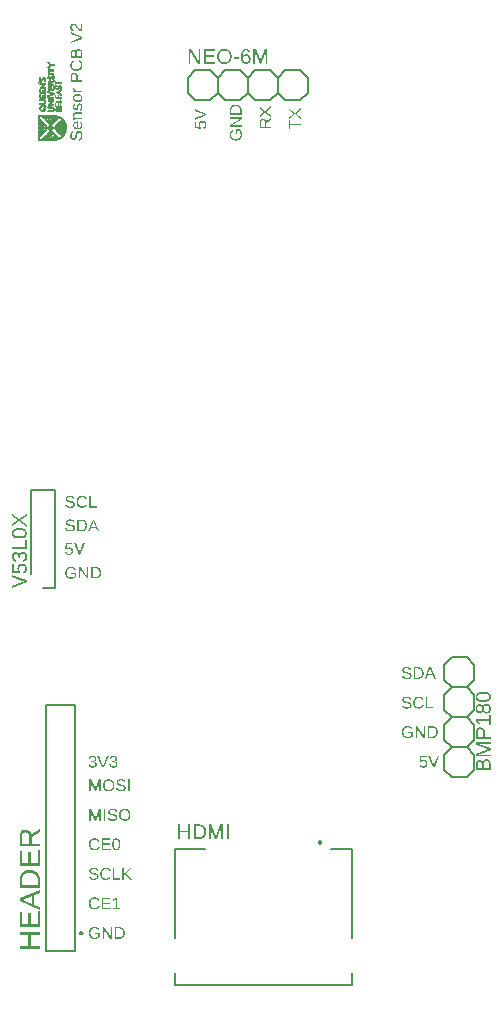
<source format=gbr>
G04 EAGLE Gerber RS-274X export*
G75*
%MOMM*%
%FSLAX34Y34*%
%LPD*%
%INSilkscreen Top*%
%IPPOS*%
%AMOC8*
5,1,8,0,0,1.08239X$1,22.5*%
G01*
G04 Define Apertures*
%ADD10R,1.432556X0.005075*%
%ADD11R,1.473200X0.005081*%
%ADD12R,1.503675X0.005081*%
%ADD13R,1.534156X0.005075*%
%ADD14R,1.554475X0.005081*%
%ADD15R,1.579875X0.005075*%
%ADD16R,1.600200X0.005081*%
%ADD17R,1.615438X0.005081*%
%ADD18R,1.635756X0.005075*%
%ADD19R,1.651000X0.005081*%
%ADD20R,1.666238X0.005075*%
%ADD21R,1.681475X0.005081*%
%ADD22R,1.696719X0.005081*%
%ADD23R,1.706875X0.005075*%
%ADD24R,1.722119X0.005081*%
%ADD25R,1.732275X0.005075*%
%ADD26R,1.742438X0.005081*%
%ADD27R,1.757675X0.005081*%
%ADD28R,1.767838X0.005075*%
%ADD29R,1.778000X0.005081*%
%ADD30R,1.788156X0.005075*%
%ADD31R,1.798319X0.005081*%
%ADD32R,1.808475X0.005081*%
%ADD33R,0.116838X0.005075*%
%ADD34R,1.488438X0.005075*%
%ADD35R,0.116838X0.005081*%
%ADD36R,1.493519X0.005081*%
%ADD37R,1.498600X0.005075*%
%ADD38R,1.503681X0.005081*%
%ADD39R,1.508756X0.005075*%
%ADD40R,1.513838X0.005081*%
%ADD41R,1.513838X0.005075*%
%ADD42R,1.518919X0.005081*%
%ADD43R,1.524000X0.005081*%
%ADD44R,1.524000X0.005075*%
%ADD45R,1.529081X0.005081*%
%ADD46R,1.529075X0.005075*%
%ADD47R,1.534163X0.005081*%
%ADD48R,1.534156X0.005081*%
%ADD49R,1.539238X0.005081*%
%ADD50R,0.447038X0.005075*%
%ADD51R,0.589281X0.005075*%
%ADD52R,0.228600X0.005075*%
%ADD53R,0.431800X0.005081*%
%ADD54R,0.538475X0.005081*%
%ADD55R,0.223519X0.005081*%
%ADD56R,0.421637X0.005081*%
%ADD57R,0.508000X0.005081*%
%ADD58R,0.416556X0.005075*%
%ADD59R,0.487681X0.005075*%
%ADD60R,0.218438X0.005075*%
%ADD61R,0.411481X0.005081*%
%ADD62R,0.472438X0.005081*%
%ADD63R,0.213363X0.005081*%
%ADD64R,0.406400X0.005075*%
%ADD65R,0.457200X0.005075*%
%ADD66R,0.213356X0.005075*%
%ADD67R,0.406400X0.005081*%
%ADD68R,0.005081X0.005081*%
%ADD69R,0.441956X0.005081*%
%ADD70R,0.208275X0.005081*%
%ADD71R,0.208281X0.005081*%
%ADD72R,0.533400X0.005075*%
%ADD73R,0.421637X0.005075*%
%ADD74R,0.203200X0.005075*%
%ADD75R,0.528319X0.005081*%
%ADD76R,0.198119X0.005081*%
%ADD77R,0.523238X0.005075*%
%ADD78R,0.401319X0.005075*%
%ADD79R,0.198119X0.005075*%
%ADD80R,0.513081X0.005081*%
%ADD81R,0.391156X0.005081*%
%ADD82R,0.299719X0.005081*%
%ADD83R,0.010156X0.005081*%
%ADD84R,0.320038X0.005081*%
%ADD85R,0.289556X0.005075*%
%ADD86R,0.010156X0.005075*%
%ADD87R,0.304800X0.005075*%
%ADD88R,0.193038X0.005075*%
%ADD89R,0.279400X0.005081*%
%ADD90R,0.193038X0.005081*%
%ADD91R,0.274319X0.005075*%
%ADD92R,0.294637X0.005075*%
%ADD93R,0.187956X0.005075*%
%ADD94R,0.269238X0.005081*%
%ADD95R,0.005075X0.005081*%
%ADD96R,0.289556X0.005081*%
%ADD97R,0.187956X0.005081*%
%ADD98R,0.264156X0.005081*%
%ADD99R,0.284481X0.005081*%
%ADD100R,0.182881X0.005081*%
%ADD101R,0.259075X0.005075*%
%ADD102R,0.005075X0.005075*%
%ADD103R,0.279400X0.005075*%
%ADD104R,0.182875X0.005075*%
%ADD105R,0.121919X0.005081*%
%ADD106R,0.259081X0.005081*%
%ADD107R,0.274319X0.005081*%
%ADD108R,0.127000X0.005075*%
%ADD109R,0.269238X0.005075*%
%ADD110R,0.177800X0.005075*%
%ADD111R,0.132075X0.005081*%
%ADD112R,0.457200X0.005081*%
%ADD113R,0.010162X0.005081*%
%ADD114R,0.177800X0.005081*%
%ADD115R,0.137156X0.005081*%
%ADD116R,0.452119X0.005081*%
%ADD117R,0.137156X0.005075*%
%ADD118R,0.254000X0.005075*%
%ADD119R,0.172719X0.005075*%
%ADD120R,0.142238X0.005081*%
%ADD121R,0.015238X0.005081*%
%ADD122R,0.248919X0.005081*%
%ADD123R,0.172719X0.005081*%
%ADD124R,0.152400X0.005075*%
%ADD125R,0.015238X0.005075*%
%ADD126R,0.243838X0.005075*%
%ADD127R,0.152400X0.005081*%
%ADD128R,0.238756X0.005081*%
%ADD129R,0.157475X0.005081*%
%ADD130R,0.162556X0.005081*%
%ADD131R,0.233681X0.005081*%
%ADD132R,0.167637X0.005075*%
%ADD133R,0.157475X0.005075*%
%ADD134R,0.147319X0.005075*%
%ADD135R,0.010162X0.005075*%
%ADD136R,0.213356X0.005081*%
%ADD137R,0.182875X0.005081*%
%ADD138R,0.203200X0.005081*%
%ADD139R,0.381000X0.005075*%
%ADD140R,0.375919X0.005081*%
%ADD141R,0.218438X0.005081*%
%ADD142R,0.370838X0.005081*%
%ADD143R,0.020319X0.005081*%
%ADD144R,0.228600X0.005081*%
%ADD145R,0.005081X0.005075*%
%ADD146R,0.020319X0.005075*%
%ADD147R,0.238756X0.005075*%
%ADD148R,0.223519X0.005075*%
%ADD149R,0.132075X0.005075*%
%ADD150R,0.233675X0.005081*%
%ADD151R,0.127000X0.005081*%
%ADD152R,0.157481X0.005081*%
%ADD153R,0.111756X0.005075*%
%ADD154R,0.025400X0.005075*%
%ADD155R,0.284475X0.005075*%
%ADD156R,0.106681X0.005081*%
%ADD157R,0.147319X0.005081*%
%ADD158R,0.294637X0.005081*%
%ADD159R,0.106675X0.005075*%
%ADD160R,0.299719X0.005075*%
%ADD161R,0.259075X0.005081*%
%ADD162R,0.101600X0.005081*%
%ADD163R,0.025400X0.005081*%
%ADD164R,0.309881X0.005081*%
%ADD165R,0.264156X0.005075*%
%ADD166R,0.325119X0.005075*%
%ADD167R,0.396238X0.005081*%
%ADD168R,0.335281X0.005081*%
%ADD169R,0.391156X0.005075*%
%ADD170R,0.233681X0.005075*%
%ADD171R,0.345438X0.005075*%
%ADD172R,0.386081X0.005081*%
%ADD173R,0.355600X0.005081*%
%ADD174R,0.381000X0.005081*%
%ADD175R,0.238763X0.005081*%
%ADD176R,0.360681X0.005081*%
%ADD177R,0.370838X0.005075*%
%ADD178R,0.243838X0.005081*%
%ADD179R,0.248919X0.005075*%
%ADD180R,0.386075X0.005075*%
%ADD181R,0.304800X0.005081*%
%ADD182R,0.187963X0.005081*%
%ADD183R,0.254000X0.005081*%
%ADD184R,0.314956X0.005081*%
%ADD185R,0.401319X0.005081*%
%ADD186R,0.314956X0.005075*%
%ADD187R,0.259081X0.005075*%
%ADD188R,0.411475X0.005075*%
%ADD189R,0.330200X0.005075*%
%ADD190R,0.426719X0.005075*%
%ADD191R,0.335275X0.005081*%
%ADD192R,0.167637X0.005081*%
%ADD193R,0.436881X0.005081*%
%ADD194R,0.340356X0.005081*%
%ADD195R,0.289563X0.005081*%
%ADD196R,0.441963X0.005081*%
%ADD197R,0.340356X0.005075*%
%ADD198R,0.452119X0.005075*%
%ADD199R,0.345438X0.005081*%
%ADD200R,0.645156X0.005081*%
%ADD201R,0.462281X0.005081*%
%ADD202R,0.355600X0.005075*%
%ADD203R,0.635000X0.005075*%
%ADD204R,0.467356X0.005075*%
%ADD205R,0.624838X0.005081*%
%ADD206R,0.477519X0.005081*%
%ADD207R,0.360675X0.005081*%
%ADD208R,0.614681X0.005081*%
%ADD209R,0.482600X0.005081*%
%ADD210R,0.604519X0.005075*%
%ADD211R,0.492756X0.005075*%
%ADD212R,0.594356X0.005081*%
%ADD213R,0.497838X0.005081*%
%ADD214R,0.584200X0.005075*%
%ADD215R,0.508000X0.005075*%
%ADD216R,0.574037X0.005081*%
%ADD217R,0.386075X0.005081*%
%ADD218R,0.563881X0.005081*%
%ADD219R,0.523238X0.005081*%
%ADD220R,0.396238X0.005075*%
%ADD221R,0.553719X0.005075*%
%ADD222R,0.528319X0.005075*%
%ADD223R,0.543556X0.005081*%
%ADD224R,0.538481X0.005081*%
%ADD225R,0.543556X0.005075*%
%ADD226R,0.411475X0.005081*%
%ADD227R,0.553719X0.005081*%
%ADD228R,0.416556X0.005081*%
%ADD229R,0.558800X0.005081*%
%ADD230R,0.502919X0.005075*%
%ADD231R,0.568956X0.005075*%
%ADD232R,0.492756X0.005081*%
%ADD233R,0.482600X0.005075*%
%ADD234R,0.436875X0.005081*%
%ADD235R,0.589281X0.005081*%
%ADD236R,0.599438X0.005081*%
%ADD237R,0.441956X0.005075*%
%ADD238R,0.431800X0.005075*%
%ADD239R,0.619756X0.005075*%
%ADD240R,0.462275X0.005081*%
%ADD241R,0.635000X0.005081*%
%ADD242R,0.640075X0.005075*%
%ADD243R,0.650238X0.005081*%
%ADD244R,0.477519X0.005075*%
%ADD245R,0.655319X0.005075*%
%ADD246R,0.660400X0.005081*%
%ADD247R,0.670563X0.005081*%
%ADD248R,0.497838X0.005075*%
%ADD249R,0.350519X0.005075*%
%ADD250R,0.675638X0.005075*%
%ADD251R,0.502919X0.005081*%
%ADD252R,0.685800X0.005081*%
%ADD253R,0.690875X0.005075*%
%ADD254R,0.695956X0.005081*%
%ADD255R,0.518156X0.005081*%
%ADD256R,0.706119X0.005081*%
%ADD257R,0.518156X0.005075*%
%ADD258R,0.182881X0.005075*%
%ADD259R,0.436875X0.005075*%
%ADD260R,0.447038X0.005081*%
%ADD261R,0.030481X0.005081*%
%ADD262R,0.030481X0.005075*%
%ADD263R,0.548638X0.005081*%
%ADD264R,0.558800X0.005075*%
%ADD265R,0.462275X0.005075*%
%ADD266R,0.467356X0.005081*%
%ADD267R,0.563875X0.005081*%
%ADD268R,0.574037X0.005075*%
%ADD269R,0.579119X0.005081*%
%ADD270R,0.071119X0.005081*%
%ADD271R,0.792475X0.005075*%
%ADD272R,0.584200X0.005081*%
%ADD273R,0.797556X0.005081*%
%ADD274R,0.589275X0.005081*%
%ADD275R,0.802638X0.005081*%
%ADD276R,0.599438X0.005075*%
%ADD277R,0.812800X0.005075*%
%ADD278R,0.817881X0.005081*%
%ADD279R,0.822956X0.005075*%
%ADD280R,0.076200X0.005081*%
%ADD281R,0.828038X0.005081*%
%ADD282R,0.081281X0.005081*%
%ADD283R,0.543563X0.005081*%
%ADD284R,0.050800X0.005081*%
%ADD285R,0.162556X0.005075*%
%ADD286R,0.086356X0.005075*%
%ADD287R,0.096519X0.005075*%
%ADD288R,0.538475X0.005075*%
%ADD289R,0.035556X0.005075*%
%ADD290R,0.086356X0.005081*%
%ADD291R,0.091438X0.005075*%
%ADD292R,0.076200X0.005075*%
%ADD293R,0.066037X0.005081*%
%ADD294R,0.030475X0.005081*%
%ADD295R,0.513075X0.005081*%
%ADD296R,0.055881X0.005081*%
%ADD297R,0.513075X0.005075*%
%ADD298R,0.106681X0.005075*%
%ADD299R,0.045719X0.005075*%
%ADD300R,0.035556X0.005081*%
%ADD301R,0.121919X0.005075*%
%ADD302R,0.563875X0.005075*%
%ADD303R,0.132081X0.005075*%
%ADD304R,0.589275X0.005075*%
%ADD305R,0.142238X0.005075*%
%ADD306R,0.914400X0.005075*%
%ADD307R,0.919481X0.005081*%
%ADD308R,0.929638X0.005081*%
%ADD309R,0.934719X0.005075*%
%ADD310R,0.939800X0.005081*%
%ADD311R,0.040638X0.005075*%
%ADD312R,0.472438X0.005075*%
%ADD313R,0.060956X0.005081*%
%ADD314R,0.096519X0.005081*%
%ADD315R,0.284475X0.005081*%
%ADD316R,0.060956X0.005075*%
%ADD317R,0.320038X0.005075*%
%ADD318R,0.055881X0.005075*%
%ADD319R,0.233675X0.005075*%
%ADD320R,0.040638X0.005081*%
%ADD321R,0.055875X0.005081*%
%ADD322R,0.208281X0.005075*%
%ADD323R,0.050800X0.005075*%
%ADD324R,0.157481X0.005075*%
%ADD325R,0.045719X0.005081*%
%ADD326R,0.162562X0.005075*%
%ADD327R,0.066037X0.005075*%
%ADD328R,0.325119X0.005081*%
%ADD329R,0.101600X0.005075*%
%ADD330R,0.091438X0.005081*%
%ADD331R,0.208275X0.005075*%
%ADD332R,0.055875X0.005075*%
%ADD333R,0.071119X0.005075*%
%ADD334R,0.035563X0.005081*%
%ADD335R,0.035563X0.005075*%
%ADD336R,0.081275X0.005075*%
%ADD337R,0.030475X0.005075*%
%ADD338R,0.111756X0.005081*%
%ADD339R,0.284481X0.005075*%
%ADD340R,0.264163X0.005075*%
%ADD341R,0.309875X0.005081*%
%ADD342R,0.309875X0.005075*%
%ADD343R,0.137162X0.005075*%
%ADD344R,0.426719X0.005081*%
%ADD345R,0.081281X0.005075*%
%ADD346R,0.060963X0.005081*%
%ADD347R,0.650238X0.005075*%
%ADD348R,0.670556X0.005075*%
%ADD349R,0.680719X0.005081*%
%ADD350R,0.411481X0.005075*%
%ADD351R,0.132081X0.005081*%
%ADD352R,0.594356X0.005075*%
%ADD353R,0.807719X0.005075*%
%ADD354R,0.579119X0.005075*%
%ADD355R,0.487681X0.005081*%
%ADD356R,0.264163X0.005081*%
%ADD357R,0.533400X0.005081*%
%ADD358R,0.487675X0.005075*%
%ADD359R,0.711200X0.005075*%
%ADD360R,0.701037X0.005081*%
%ADD361R,0.330200X0.005081*%
%ADD362R,0.487675X0.005081*%
%ADD363R,0.665481X0.005081*%
%ADD364R,0.386081X0.005075*%
%ADD365R,0.629919X0.005081*%
%ADD366R,0.436881X0.005075*%
%ADD367R,0.609600X0.005081*%
%ADD368R,0.467363X0.005081*%
%ADD369R,0.594363X0.005081*%
%ADD370R,0.518162X0.005081*%
%ADD371R,0.538481X0.005075*%
%ADD372R,0.563881X0.005075*%
%ADD373R,0.375919X0.005075*%
%ADD374R,0.360675X0.005075*%
%ADD375R,0.614681X0.005075*%
%ADD376R,0.619762X0.005081*%
%ADD377R,0.645156X0.005075*%
%ADD378R,0.365756X0.005075*%
%ADD379R,0.106675X0.005081*%
%ADD380R,0.350519X0.005081*%
%ADD381R,0.081275X0.005081*%
%ADD382R,0.314963X0.005081*%
%ADD383R,0.086363X0.005081*%
%ADD384R,0.060963X0.005075*%
%ADD385R,0.137162X0.005081*%
%ADD386R,0.162562X0.005081*%
%ADD387R,0.289563X0.005075*%
%ADD388R,0.213363X0.005075*%
%ADD389R,0.792481X0.005075*%
%ADD390R,0.365756X0.005081*%
%ADD391R,0.782319X0.005081*%
%ADD392R,0.782319X0.005075*%
%ADD393R,0.777238X0.005081*%
%ADD394R,0.777238X0.005075*%
%ADD395R,0.985519X0.005075*%
%ADD396R,1.005837X0.005081*%
%ADD397R,1.508756X0.005081*%
%ADD398R,1.498600X0.005081*%
%ADD399R,1.493519X0.005075*%
%ADD400R,1.488438X0.005081*%
%ADD401R,1.808475X0.005075*%
%ADD402R,1.803400X0.005081*%
%ADD403R,1.788156X0.005081*%
%ADD404R,1.778000X0.005075*%
%ADD405R,1.767838X0.005081*%
%ADD406R,1.757675X0.005075*%
%ADD407R,1.747519X0.005081*%
%ADD408R,1.732275X0.005081*%
%ADD409R,1.722119X0.005075*%
%ADD410R,1.711956X0.005081*%
%ADD411R,1.696719X0.005075*%
%ADD412R,1.666238X0.005081*%
%ADD413R,1.651000X0.005075*%
%ADD414R,1.635756X0.005081*%
%ADD415R,1.620519X0.005075*%
%ADD416R,1.584956X0.005081*%
%ADD417R,1.559556X0.005075*%
%ADD418R,1.478275X0.005081*%
%ADD419R,1.437638X0.005081*%
%ADD420R,1.361438X0.005075*%
%ADD421R,0.360681X0.005075*%
%ADD422R,0.513081X0.005075*%
%ADD423R,0.314963X0.005075*%
%ADD424R,0.111763X0.005075*%
%ADD425R,0.391163X0.005075*%
%ADD426R,0.335281X0.005075*%
%ADD427R,0.548638X0.005075*%
%ADD428R,0.086363X0.005075*%
%ADD429R,0.543563X0.005075*%
%ADD430R,0.492763X0.005075*%
%ADD431R,0.238763X0.005075*%
%ADD432R,0.111763X0.005081*%
%ADD433R,0.187963X0.005075*%
%ADD434C,0.152400*%
%ADD435C,0.200000*%
%ADD436C,0.127000*%
G36*
X358873Y184780D02*
X358536Y184789D01*
X358216Y184818D01*
X357913Y184865D01*
X357626Y184931D01*
X357356Y185015D01*
X357103Y185119D01*
X356866Y185241D01*
X356646Y185382D01*
X356444Y185541D01*
X356261Y185717D01*
X356098Y185910D01*
X355954Y186119D01*
X355830Y186346D01*
X355725Y186589D01*
X355640Y186849D01*
X355574Y187126D01*
X356849Y187273D01*
X356968Y186930D01*
X357127Y186633D01*
X357325Y186381D01*
X357562Y186175D01*
X357838Y186015D01*
X358153Y185901D01*
X358507Y185832D01*
X358901Y185809D01*
X359148Y185819D01*
X359381Y185848D01*
X359601Y185896D01*
X359806Y185963D01*
X359998Y186049D01*
X360176Y186154D01*
X360340Y186279D01*
X360491Y186422D01*
X360626Y186583D01*
X360742Y186757D01*
X360841Y186946D01*
X360922Y187150D01*
X360985Y187368D01*
X361029Y187600D01*
X361056Y187846D01*
X361065Y188107D01*
X361056Y188334D01*
X361029Y188550D01*
X360984Y188755D01*
X360921Y188949D01*
X360840Y189132D01*
X360740Y189303D01*
X360623Y189463D01*
X360487Y189613D01*
X360337Y189747D01*
X360173Y189864D01*
X359997Y189963D01*
X359809Y190043D01*
X359608Y190106D01*
X359394Y190151D01*
X359168Y190178D01*
X358929Y190187D01*
X358678Y190177D01*
X358435Y190147D01*
X358202Y190096D01*
X357977Y190026D01*
X357756Y189931D01*
X357535Y189809D01*
X357315Y189658D01*
X357094Y189479D01*
X355861Y189479D01*
X356191Y194788D01*
X361801Y194788D01*
X361801Y193717D01*
X357339Y193717D01*
X357150Y190586D01*
X357361Y190734D01*
X357585Y190862D01*
X357821Y190970D01*
X358069Y191059D01*
X358330Y191128D01*
X358604Y191177D01*
X358890Y191207D01*
X359188Y191216D01*
X359543Y191203D01*
X359880Y191163D01*
X360198Y191096D01*
X360497Y191003D01*
X360778Y190883D01*
X361041Y190736D01*
X361285Y190562D01*
X361510Y190362D01*
X361713Y190140D01*
X361888Y189902D01*
X362037Y189648D01*
X362159Y189378D01*
X362253Y189091D01*
X362321Y188789D01*
X362361Y188470D01*
X362375Y188135D01*
X362360Y187755D01*
X362317Y187395D01*
X362244Y187057D01*
X362143Y186739D01*
X362012Y186442D01*
X361853Y186166D01*
X361664Y185911D01*
X361447Y185676D01*
X361204Y185466D01*
X360938Y185284D01*
X360650Y185130D01*
X360340Y185004D01*
X360007Y184906D01*
X359651Y184836D01*
X359273Y184794D01*
X358873Y184780D01*
G37*
G36*
X368446Y184920D02*
X367059Y184920D01*
X363032Y194788D01*
X364440Y194788D01*
X367171Y187841D01*
X367759Y186097D01*
X368348Y187841D01*
X371065Y194788D01*
X372473Y194788D01*
X368446Y184920D01*
G37*
G36*
X366368Y209920D02*
X362677Y209920D01*
X362677Y219788D01*
X365940Y219788D01*
X366549Y219769D01*
X367123Y219710D01*
X367660Y219612D01*
X368161Y219474D01*
X368627Y219297D01*
X369057Y219081D01*
X369452Y218826D01*
X369810Y218531D01*
X370129Y218200D01*
X370406Y217836D01*
X370640Y217439D01*
X370832Y217009D01*
X370981Y216545D01*
X371087Y216049D01*
X371151Y215519D01*
X371172Y214956D01*
X371163Y214580D01*
X371135Y214216D01*
X371089Y213864D01*
X371023Y213524D01*
X370940Y213196D01*
X370837Y212880D01*
X370716Y212576D01*
X370577Y212284D01*
X370420Y212006D01*
X370248Y211745D01*
X370060Y211500D01*
X369857Y211273D01*
X369639Y211062D01*
X369404Y210867D01*
X369154Y210690D01*
X368889Y210529D01*
X368611Y210387D01*
X368322Y210263D01*
X368022Y210158D01*
X367712Y210072D01*
X367392Y210006D01*
X367061Y209958D01*
X366720Y209930D01*
X366368Y209920D01*
G37*
%LPC*%
G36*
X366214Y210992D02*
X366481Y210999D01*
X366740Y211021D01*
X366991Y211059D01*
X367233Y211111D01*
X367468Y211178D01*
X367694Y211259D01*
X367912Y211356D01*
X368122Y211468D01*
X368322Y211593D01*
X368510Y211732D01*
X368686Y211884D01*
X368850Y212049D01*
X369002Y212227D01*
X369142Y212419D01*
X369270Y212623D01*
X369386Y212841D01*
X369490Y213070D01*
X369579Y213309D01*
X369655Y213558D01*
X369717Y213818D01*
X369765Y214087D01*
X369800Y214367D01*
X369821Y214656D01*
X369827Y214956D01*
X369812Y215401D01*
X369765Y215819D01*
X369686Y216209D01*
X369576Y216573D01*
X369435Y216909D01*
X369262Y217218D01*
X369058Y217499D01*
X368822Y217754D01*
X368557Y217979D01*
X368264Y218175D01*
X367942Y218341D01*
X367592Y218476D01*
X367215Y218581D01*
X366809Y218657D01*
X366375Y218702D01*
X365912Y218717D01*
X364014Y218717D01*
X364014Y210992D01*
X366214Y210992D01*
G37*
%LPD*%
G36*
X353524Y209920D02*
X352333Y209920D01*
X352333Y219788D01*
X353888Y219788D01*
X359225Y211328D01*
X359162Y212511D01*
X359141Y213317D01*
X359141Y219788D01*
X360345Y219788D01*
X360345Y209920D01*
X358734Y209920D01*
X353453Y218325D01*
X353489Y217645D01*
X353524Y216476D01*
X353524Y209920D01*
G37*
G36*
X345694Y209780D02*
X345314Y209790D01*
X344947Y209818D01*
X344593Y209867D01*
X344253Y209934D01*
X343926Y210021D01*
X343613Y210127D01*
X343312Y210252D01*
X343026Y210396D01*
X342754Y210559D01*
X342498Y210738D01*
X342260Y210935D01*
X342037Y211148D01*
X341831Y211379D01*
X341642Y211626D01*
X341469Y211890D01*
X341313Y212172D01*
X341175Y212468D01*
X341054Y212777D01*
X340953Y213099D01*
X340869Y213433D01*
X340805Y213781D01*
X340758Y214141D01*
X340731Y214514D01*
X340721Y214900D01*
X340742Y215483D01*
X340802Y216033D01*
X340903Y216549D01*
X341044Y217031D01*
X341225Y217479D01*
X341446Y217892D01*
X341708Y218273D01*
X342010Y218619D01*
X342349Y218927D01*
X342720Y219195D01*
X343123Y219421D01*
X343560Y219606D01*
X344029Y219750D01*
X344530Y219853D01*
X345064Y219915D01*
X345631Y219935D01*
X346031Y219927D01*
X346412Y219901D01*
X346774Y219858D01*
X347116Y219797D01*
X347439Y219719D01*
X347743Y219624D01*
X348027Y219512D01*
X348292Y219382D01*
X348541Y219233D01*
X348774Y219064D01*
X348993Y218874D01*
X349198Y218662D01*
X349387Y218431D01*
X349562Y218178D01*
X349723Y217904D01*
X349868Y217610D01*
X348594Y217232D01*
X348364Y217624D01*
X348234Y217798D01*
X348094Y217959D01*
X347944Y218105D01*
X347784Y218237D01*
X347614Y218354D01*
X347435Y218458D01*
X347244Y218548D01*
X347043Y218626D01*
X346830Y218692D01*
X346605Y218747D01*
X346370Y218789D01*
X346123Y218819D01*
X345865Y218837D01*
X345596Y218843D01*
X345181Y218827D01*
X344792Y218778D01*
X344428Y218698D01*
X344088Y218585D01*
X343774Y218439D01*
X343486Y218262D01*
X343222Y218052D01*
X342984Y217810D01*
X342772Y217538D01*
X342588Y217240D01*
X342433Y216916D01*
X342306Y216566D01*
X342207Y216189D01*
X342137Y215785D01*
X342094Y215356D01*
X342080Y214900D01*
X342095Y214444D01*
X342140Y214014D01*
X342215Y213608D01*
X342320Y213227D01*
X342455Y212870D01*
X342620Y212538D01*
X342815Y212230D01*
X343040Y211948D01*
X343291Y211694D01*
X343565Y211474D01*
X343863Y211288D01*
X344183Y211136D01*
X344526Y211018D01*
X344893Y210933D01*
X345282Y210882D01*
X345694Y210866D01*
X346169Y210884D01*
X346628Y210939D01*
X347071Y211031D01*
X347498Y211160D01*
X347896Y211320D01*
X348255Y211506D01*
X348574Y211719D01*
X348853Y211958D01*
X348853Y213737D01*
X345904Y213737D01*
X345904Y214858D01*
X350085Y214858D01*
X350085Y211454D01*
X349671Y211077D01*
X349213Y210746D01*
X348710Y210459D01*
X348163Y210218D01*
X347875Y210115D01*
X347582Y210026D01*
X347282Y209951D01*
X346977Y209889D01*
X346665Y209842D01*
X346347Y209807D01*
X346024Y209787D01*
X345694Y209780D01*
G37*
G36*
X344833Y234780D02*
X344394Y234790D01*
X343978Y234819D01*
X343587Y234868D01*
X343219Y234937D01*
X342874Y235025D01*
X342554Y235133D01*
X342257Y235260D01*
X341984Y235407D01*
X341734Y235573D01*
X341509Y235759D01*
X341306Y235965D01*
X341128Y236190D01*
X340973Y236435D01*
X340842Y236700D01*
X340735Y236984D01*
X340651Y237287D01*
X341947Y237546D01*
X342011Y237331D01*
X342091Y237131D01*
X342186Y236946D01*
X342297Y236775D01*
X342424Y236619D01*
X342567Y236478D01*
X342725Y236352D01*
X342900Y236240D01*
X343090Y236143D01*
X343297Y236058D01*
X343520Y235986D01*
X343759Y235928D01*
X344015Y235882D01*
X344288Y235850D01*
X344576Y235830D01*
X344882Y235823D01*
X345196Y235830D01*
X345492Y235851D01*
X345770Y235886D01*
X346029Y235935D01*
X346270Y235997D01*
X346492Y236074D01*
X346696Y236164D01*
X346881Y236268D01*
X347046Y236386D01*
X347189Y236517D01*
X347310Y236660D01*
X347409Y236817D01*
X347486Y236987D01*
X347541Y237170D01*
X347574Y237366D01*
X347585Y237574D01*
X347571Y237805D01*
X347530Y238012D01*
X347461Y238197D01*
X347364Y238359D01*
X347243Y238503D01*
X347099Y238634D01*
X346933Y238752D01*
X346745Y238856D01*
X346307Y239036D01*
X345792Y239185D01*
X344566Y239472D01*
X344017Y239602D01*
X343538Y239732D01*
X343129Y239861D01*
X342791Y239991D01*
X342504Y240124D01*
X342249Y240265D01*
X342026Y240413D01*
X341835Y240569D01*
X341670Y240735D01*
X341526Y240914D01*
X341402Y241108D01*
X341299Y241314D01*
X341218Y241536D01*
X341160Y241773D01*
X341125Y242026D01*
X341114Y242295D01*
X341129Y242603D01*
X341174Y242892D01*
X341250Y243164D01*
X341356Y243417D01*
X341493Y243653D01*
X341659Y243870D01*
X341856Y244068D01*
X342084Y244249D01*
X342339Y244410D01*
X342621Y244549D01*
X342929Y244667D01*
X343263Y244764D01*
X343623Y244839D01*
X344009Y244893D01*
X344422Y244925D01*
X344861Y244935D01*
X345268Y244927D01*
X345652Y244903D01*
X346010Y244863D01*
X346344Y244807D01*
X346653Y244734D01*
X346937Y244646D01*
X347196Y244541D01*
X347431Y244421D01*
X347645Y244281D01*
X347842Y244118D01*
X348023Y243933D01*
X348187Y243725D01*
X348335Y243494D01*
X348466Y243241D01*
X348580Y242965D01*
X348678Y242666D01*
X347361Y242435D01*
X347301Y242624D01*
X347228Y242800D01*
X347143Y242963D01*
X347046Y243112D01*
X346936Y243247D01*
X346815Y243369D01*
X346681Y243478D01*
X346535Y243573D01*
X346375Y243656D01*
X346201Y243728D01*
X346012Y243789D01*
X345808Y243838D01*
X345357Y243905D01*
X344847Y243927D01*
X344559Y243921D01*
X344290Y243902D01*
X344038Y243872D01*
X343803Y243829D01*
X343586Y243774D01*
X343386Y243706D01*
X343204Y243627D01*
X343040Y243535D01*
X342894Y243431D01*
X342767Y243314D01*
X342660Y243186D01*
X342572Y243046D01*
X342504Y242894D01*
X342455Y242730D01*
X342426Y242553D01*
X342416Y242365D01*
X342431Y242147D01*
X342477Y241949D01*
X342552Y241771D01*
X342658Y241612D01*
X342792Y241469D01*
X342953Y241337D01*
X343141Y241217D01*
X343355Y241108D01*
X343639Y240999D01*
X344036Y240878D01*
X344546Y240745D01*
X345169Y240600D01*
X346076Y240386D01*
X346518Y240267D01*
X346941Y240127D01*
X347341Y239964D01*
X347715Y239774D01*
X348052Y239548D01*
X348342Y239276D01*
X348467Y239123D01*
X348579Y238956D01*
X348676Y238776D01*
X348758Y238583D01*
X348824Y238375D01*
X348871Y238149D01*
X348899Y237905D01*
X348909Y237644D01*
X348892Y237313D01*
X348842Y237000D01*
X348759Y236707D01*
X348642Y236433D01*
X348492Y236178D01*
X348308Y235943D01*
X348091Y235726D01*
X347841Y235529D01*
X347560Y235354D01*
X347252Y235201D01*
X346917Y235073D01*
X346555Y234967D01*
X346165Y234885D01*
X345748Y234827D01*
X345304Y234792D01*
X344833Y234780D01*
G37*
G36*
X355102Y234780D02*
X354736Y234790D01*
X354382Y234819D01*
X354040Y234867D01*
X353711Y234935D01*
X353395Y235022D01*
X353091Y235129D01*
X352800Y235254D01*
X352522Y235400D01*
X352257Y235563D01*
X352009Y235743D01*
X351778Y235939D01*
X351562Y236153D01*
X351363Y236382D01*
X351179Y236629D01*
X351013Y236892D01*
X350862Y237172D01*
X350728Y237466D01*
X350612Y237774D01*
X350514Y238095D01*
X350434Y238430D01*
X350371Y238777D01*
X350327Y239138D01*
X350300Y239512D01*
X350291Y239900D01*
X350311Y240474D01*
X350371Y241016D01*
X350470Y241526D01*
X350610Y242004D01*
X350789Y242451D01*
X351008Y242865D01*
X351267Y243247D01*
X351566Y243598D01*
X351900Y243911D01*
X352264Y244183D01*
X352659Y244413D01*
X353085Y244601D01*
X353542Y244747D01*
X354029Y244852D01*
X354547Y244915D01*
X355095Y244935D01*
X355481Y244926D01*
X355851Y244897D01*
X356204Y244849D01*
X356542Y244781D01*
X356863Y244695D01*
X357168Y244589D01*
X357456Y244464D01*
X357729Y244319D01*
X357985Y244156D01*
X358223Y243974D01*
X358443Y243773D01*
X358646Y243554D01*
X358832Y243316D01*
X359000Y243060D01*
X359151Y242785D01*
X359284Y242491D01*
X358016Y242071D01*
X357924Y242280D01*
X357818Y242476D01*
X357700Y242660D01*
X357569Y242831D01*
X357424Y242989D01*
X357267Y243135D01*
X357096Y243267D01*
X356913Y243388D01*
X356719Y243494D01*
X356515Y243587D01*
X356303Y243665D01*
X356082Y243729D01*
X355852Y243779D01*
X355614Y243814D01*
X355366Y243836D01*
X355109Y243843D01*
X354711Y243826D01*
X354336Y243777D01*
X353983Y243695D01*
X353653Y243579D01*
X353345Y243431D01*
X353061Y243250D01*
X352799Y243036D01*
X352560Y242789D01*
X352347Y242513D01*
X352162Y242213D01*
X352005Y241888D01*
X351877Y241539D01*
X351778Y241166D01*
X351707Y240768D01*
X351664Y240346D01*
X351650Y239900D01*
X351664Y239457D01*
X351709Y239037D01*
X351783Y238639D01*
X351887Y238263D01*
X352020Y237910D01*
X352183Y237579D01*
X352376Y237269D01*
X352599Y236983D01*
X352846Y236724D01*
X353115Y236500D01*
X353404Y236310D01*
X353715Y236155D01*
X354046Y236035D01*
X354398Y235948D01*
X354772Y235897D01*
X355166Y235880D01*
X355421Y235888D01*
X355668Y235912D01*
X355907Y235952D01*
X356138Y236008D01*
X356361Y236080D01*
X356576Y236168D01*
X356782Y236272D01*
X356981Y236393D01*
X357172Y236529D01*
X357355Y236681D01*
X357529Y236849D01*
X357696Y237034D01*
X358005Y237451D01*
X358282Y237932D01*
X359375Y237385D01*
X359215Y237076D01*
X359039Y236786D01*
X358848Y236515D01*
X358642Y236263D01*
X358420Y236030D01*
X358183Y235816D01*
X357930Y235621D01*
X357662Y235445D01*
X357381Y235289D01*
X357089Y235154D01*
X356785Y235040D01*
X356471Y234946D01*
X356145Y234874D01*
X355809Y234822D01*
X355461Y234790D01*
X355102Y234780D01*
G37*
G36*
X367407Y234920D02*
X361083Y234920D01*
X361083Y244788D01*
X362421Y244788D01*
X362421Y236013D01*
X367407Y236013D01*
X367407Y234920D01*
G37*
G36*
X354430Y259920D02*
X350739Y259920D01*
X350739Y269788D01*
X354003Y269788D01*
X354612Y269769D01*
X355185Y269710D01*
X355722Y269612D01*
X356224Y269474D01*
X356690Y269297D01*
X357120Y269081D01*
X357514Y268826D01*
X357872Y268531D01*
X358192Y268200D01*
X358468Y267836D01*
X358703Y267439D01*
X358894Y267009D01*
X359043Y266545D01*
X359150Y266049D01*
X359213Y265519D01*
X359235Y264956D01*
X359225Y264580D01*
X359198Y264216D01*
X359151Y263864D01*
X359086Y263524D01*
X359002Y263196D01*
X358900Y262880D01*
X358779Y262576D01*
X358639Y262284D01*
X358483Y262006D01*
X358311Y261745D01*
X358123Y261500D01*
X357920Y261273D01*
X357701Y261062D01*
X357467Y260867D01*
X357217Y260690D01*
X356951Y260529D01*
X356673Y260387D01*
X356384Y260263D01*
X356085Y260158D01*
X355775Y260072D01*
X355454Y260006D01*
X355124Y259958D01*
X354782Y259930D01*
X354430Y259920D01*
G37*
%LPC*%
G36*
X354276Y260992D02*
X354543Y260999D01*
X354802Y261021D01*
X355053Y261059D01*
X355296Y261111D01*
X355530Y261178D01*
X355757Y261259D01*
X355975Y261356D01*
X356185Y261468D01*
X356384Y261593D01*
X356572Y261732D01*
X356748Y261884D01*
X356912Y262049D01*
X357064Y262227D01*
X357204Y262419D01*
X357332Y262623D01*
X357449Y262841D01*
X357552Y263070D01*
X357642Y263309D01*
X357718Y263558D01*
X357780Y263818D01*
X357828Y264087D01*
X357862Y264367D01*
X357883Y264656D01*
X357890Y264956D01*
X357874Y265401D01*
X357827Y265819D01*
X357749Y266209D01*
X357639Y266573D01*
X357497Y266909D01*
X357325Y267218D01*
X357121Y267499D01*
X356885Y267754D01*
X356620Y267979D01*
X356326Y268175D01*
X356005Y268341D01*
X355655Y268476D01*
X355277Y268581D01*
X354871Y268657D01*
X354437Y268702D01*
X353975Y268717D01*
X352077Y268717D01*
X352077Y260992D01*
X354276Y260992D01*
G37*
%LPD*%
G36*
X361321Y259920D02*
X359934Y259920D01*
X363961Y269788D01*
X365481Y269788D01*
X369445Y259920D01*
X368080Y259920D01*
X366952Y262806D01*
X362456Y262806D01*
X361321Y259920D01*
G37*
%LPC*%
G36*
X366553Y263849D02*
X365285Y267106D01*
X365089Y267621D01*
X364893Y268198D01*
X364704Y268780D01*
X364641Y268584D01*
X364424Y267920D01*
X364123Y267092D01*
X362862Y263849D01*
X366553Y263849D01*
G37*
%LPD*%
G36*
X344833Y259780D02*
X344394Y259790D01*
X343978Y259819D01*
X343587Y259868D01*
X343219Y259937D01*
X342874Y260025D01*
X342554Y260133D01*
X342257Y260260D01*
X341984Y260407D01*
X341734Y260573D01*
X341509Y260759D01*
X341306Y260965D01*
X341128Y261190D01*
X340973Y261435D01*
X340842Y261700D01*
X340735Y261984D01*
X340651Y262287D01*
X341947Y262546D01*
X342011Y262331D01*
X342091Y262131D01*
X342186Y261946D01*
X342297Y261775D01*
X342424Y261619D01*
X342567Y261478D01*
X342725Y261352D01*
X342900Y261240D01*
X343090Y261143D01*
X343297Y261058D01*
X343520Y260986D01*
X343759Y260928D01*
X344015Y260882D01*
X344288Y260850D01*
X344576Y260830D01*
X344882Y260823D01*
X345196Y260830D01*
X345492Y260851D01*
X345770Y260886D01*
X346029Y260935D01*
X346270Y260997D01*
X346492Y261074D01*
X346696Y261164D01*
X346881Y261268D01*
X347046Y261386D01*
X347189Y261517D01*
X347310Y261660D01*
X347409Y261817D01*
X347486Y261987D01*
X347541Y262170D01*
X347574Y262366D01*
X347585Y262574D01*
X347571Y262805D01*
X347530Y263012D01*
X347461Y263197D01*
X347364Y263359D01*
X347243Y263503D01*
X347099Y263634D01*
X346933Y263752D01*
X346745Y263856D01*
X346307Y264036D01*
X345792Y264185D01*
X344566Y264472D01*
X344017Y264602D01*
X343538Y264732D01*
X343129Y264861D01*
X342791Y264991D01*
X342504Y265124D01*
X342249Y265265D01*
X342026Y265413D01*
X341835Y265569D01*
X341670Y265735D01*
X341526Y265914D01*
X341402Y266108D01*
X341299Y266314D01*
X341218Y266536D01*
X341160Y266773D01*
X341125Y267026D01*
X341114Y267295D01*
X341129Y267603D01*
X341174Y267892D01*
X341250Y268164D01*
X341356Y268417D01*
X341493Y268653D01*
X341659Y268870D01*
X341856Y269068D01*
X342084Y269249D01*
X342339Y269410D01*
X342621Y269549D01*
X342929Y269667D01*
X343263Y269764D01*
X343623Y269839D01*
X344009Y269893D01*
X344422Y269925D01*
X344861Y269935D01*
X345268Y269927D01*
X345652Y269903D01*
X346010Y269863D01*
X346344Y269807D01*
X346653Y269734D01*
X346937Y269646D01*
X347196Y269541D01*
X347431Y269421D01*
X347645Y269281D01*
X347842Y269118D01*
X348023Y268933D01*
X348187Y268725D01*
X348335Y268494D01*
X348466Y268241D01*
X348580Y267965D01*
X348678Y267666D01*
X347361Y267435D01*
X347301Y267624D01*
X347228Y267800D01*
X347143Y267963D01*
X347046Y268112D01*
X346936Y268247D01*
X346815Y268369D01*
X346681Y268478D01*
X346535Y268573D01*
X346375Y268656D01*
X346201Y268728D01*
X346012Y268789D01*
X345808Y268838D01*
X345357Y268905D01*
X344847Y268927D01*
X344559Y268921D01*
X344290Y268902D01*
X344038Y268872D01*
X343803Y268829D01*
X343586Y268774D01*
X343386Y268706D01*
X343204Y268627D01*
X343040Y268535D01*
X342894Y268431D01*
X342767Y268314D01*
X342660Y268186D01*
X342572Y268046D01*
X342504Y267894D01*
X342455Y267730D01*
X342426Y267553D01*
X342416Y267365D01*
X342431Y267147D01*
X342477Y266949D01*
X342552Y266771D01*
X342658Y266612D01*
X342792Y266469D01*
X342953Y266337D01*
X343141Y266217D01*
X343355Y266108D01*
X343639Y265999D01*
X344036Y265878D01*
X344546Y265745D01*
X345169Y265600D01*
X346076Y265386D01*
X346518Y265267D01*
X346941Y265127D01*
X347341Y264964D01*
X347715Y264774D01*
X348052Y264548D01*
X348342Y264276D01*
X348467Y264123D01*
X348579Y263956D01*
X348676Y263776D01*
X348758Y263583D01*
X348824Y263375D01*
X348871Y263149D01*
X348899Y262905D01*
X348909Y262644D01*
X348892Y262313D01*
X348842Y262000D01*
X348759Y261707D01*
X348642Y261433D01*
X348492Y261178D01*
X348308Y260943D01*
X348091Y260726D01*
X347841Y260529D01*
X347560Y260354D01*
X347252Y260201D01*
X346917Y260073D01*
X346555Y259967D01*
X346165Y259885D01*
X345748Y259827D01*
X345304Y259792D01*
X344833Y259780D01*
G37*
G36*
X58873Y364780D02*
X58536Y364789D01*
X58216Y364818D01*
X57913Y364865D01*
X57626Y364931D01*
X57356Y365015D01*
X57103Y365119D01*
X56866Y365241D01*
X56646Y365382D01*
X56444Y365541D01*
X56261Y365717D01*
X56098Y365910D01*
X55954Y366119D01*
X55830Y366346D01*
X55725Y366589D01*
X55640Y366849D01*
X55574Y367126D01*
X56849Y367273D01*
X56968Y366930D01*
X57127Y366633D01*
X57325Y366381D01*
X57562Y366175D01*
X57838Y366015D01*
X58153Y365901D01*
X58507Y365832D01*
X58901Y365809D01*
X59148Y365819D01*
X59381Y365848D01*
X59601Y365896D01*
X59806Y365963D01*
X59998Y366049D01*
X60176Y366154D01*
X60340Y366279D01*
X60491Y366422D01*
X60626Y366583D01*
X60742Y366757D01*
X60841Y366946D01*
X60922Y367150D01*
X60985Y367368D01*
X61029Y367600D01*
X61056Y367846D01*
X61065Y368107D01*
X61056Y368334D01*
X61029Y368550D01*
X60984Y368755D01*
X60921Y368949D01*
X60840Y369132D01*
X60740Y369303D01*
X60623Y369463D01*
X60487Y369613D01*
X60337Y369747D01*
X60173Y369864D01*
X59997Y369963D01*
X59809Y370043D01*
X59608Y370106D01*
X59394Y370151D01*
X59168Y370178D01*
X58929Y370187D01*
X58678Y370177D01*
X58435Y370147D01*
X58202Y370096D01*
X57977Y370026D01*
X57756Y369931D01*
X57535Y369809D01*
X57315Y369658D01*
X57094Y369479D01*
X55861Y369479D01*
X56191Y374788D01*
X61801Y374788D01*
X61801Y373717D01*
X57339Y373717D01*
X57150Y370586D01*
X57361Y370734D01*
X57585Y370862D01*
X57821Y370970D01*
X58069Y371059D01*
X58330Y371128D01*
X58604Y371177D01*
X58890Y371207D01*
X59188Y371216D01*
X59543Y371203D01*
X59880Y371163D01*
X60198Y371096D01*
X60497Y371003D01*
X60778Y370883D01*
X61041Y370736D01*
X61285Y370562D01*
X61510Y370362D01*
X61713Y370140D01*
X61888Y369902D01*
X62037Y369648D01*
X62159Y369378D01*
X62253Y369091D01*
X62321Y368789D01*
X62361Y368470D01*
X62375Y368135D01*
X62360Y367755D01*
X62317Y367395D01*
X62244Y367057D01*
X62143Y366739D01*
X62012Y366442D01*
X61853Y366166D01*
X61664Y365911D01*
X61447Y365676D01*
X61204Y365466D01*
X60938Y365284D01*
X60650Y365130D01*
X60340Y365004D01*
X60007Y364906D01*
X59651Y364836D01*
X59273Y364794D01*
X58873Y364780D01*
G37*
G36*
X68446Y364920D02*
X67059Y364920D01*
X63032Y374788D01*
X64440Y374788D01*
X67171Y367841D01*
X67759Y366097D01*
X68348Y367841D01*
X71065Y374788D01*
X72473Y374788D01*
X68446Y364920D01*
G37*
G36*
X81368Y344920D02*
X77677Y344920D01*
X77677Y354788D01*
X80940Y354788D01*
X81549Y354769D01*
X82123Y354710D01*
X82660Y354612D01*
X83161Y354474D01*
X83627Y354297D01*
X84057Y354081D01*
X84452Y353826D01*
X84810Y353531D01*
X85129Y353200D01*
X85406Y352836D01*
X85640Y352439D01*
X85832Y352009D01*
X85981Y351545D01*
X86087Y351049D01*
X86151Y350519D01*
X86172Y349956D01*
X86163Y349580D01*
X86135Y349216D01*
X86089Y348864D01*
X86023Y348524D01*
X85940Y348196D01*
X85837Y347880D01*
X85716Y347576D01*
X85577Y347284D01*
X85420Y347006D01*
X85248Y346745D01*
X85060Y346500D01*
X84857Y346273D01*
X84639Y346062D01*
X84404Y345867D01*
X84154Y345690D01*
X83889Y345529D01*
X83611Y345387D01*
X83322Y345263D01*
X83022Y345158D01*
X82712Y345072D01*
X82392Y345006D01*
X82061Y344958D01*
X81720Y344930D01*
X81368Y344920D01*
G37*
%LPC*%
G36*
X81214Y345992D02*
X81481Y345999D01*
X81740Y346021D01*
X81991Y346059D01*
X82233Y346111D01*
X82468Y346178D01*
X82694Y346259D01*
X82912Y346356D01*
X83122Y346468D01*
X83322Y346593D01*
X83510Y346732D01*
X83686Y346884D01*
X83850Y347049D01*
X84002Y347227D01*
X84142Y347419D01*
X84270Y347623D01*
X84386Y347841D01*
X84490Y348070D01*
X84579Y348309D01*
X84655Y348558D01*
X84717Y348818D01*
X84765Y349087D01*
X84800Y349367D01*
X84821Y349656D01*
X84827Y349956D01*
X84812Y350401D01*
X84765Y350819D01*
X84686Y351209D01*
X84576Y351573D01*
X84435Y351909D01*
X84262Y352218D01*
X84058Y352499D01*
X83822Y352754D01*
X83557Y352979D01*
X83264Y353175D01*
X82942Y353341D01*
X82592Y353476D01*
X82215Y353581D01*
X81809Y353657D01*
X81375Y353702D01*
X80912Y353717D01*
X79014Y353717D01*
X79014Y345992D01*
X81214Y345992D01*
G37*
%LPD*%
G36*
X68524Y344920D02*
X67333Y344920D01*
X67333Y354788D01*
X68888Y354788D01*
X74225Y346328D01*
X74162Y347511D01*
X74141Y348317D01*
X74141Y354788D01*
X75345Y354788D01*
X75345Y344920D01*
X73734Y344920D01*
X68453Y353325D01*
X68489Y352645D01*
X68524Y351476D01*
X68524Y344920D01*
G37*
G36*
X60694Y344780D02*
X60314Y344790D01*
X59947Y344818D01*
X59593Y344867D01*
X59253Y344934D01*
X58926Y345021D01*
X58613Y345127D01*
X58312Y345252D01*
X58026Y345396D01*
X57754Y345559D01*
X57498Y345738D01*
X57260Y345935D01*
X57037Y346148D01*
X56831Y346379D01*
X56642Y346626D01*
X56469Y346890D01*
X56313Y347172D01*
X56175Y347468D01*
X56054Y347777D01*
X55953Y348099D01*
X55869Y348433D01*
X55805Y348781D01*
X55758Y349141D01*
X55731Y349514D01*
X55721Y349900D01*
X55742Y350483D01*
X55802Y351033D01*
X55903Y351549D01*
X56044Y352031D01*
X56225Y352479D01*
X56446Y352892D01*
X56708Y353273D01*
X57010Y353619D01*
X57349Y353927D01*
X57720Y354195D01*
X58123Y354421D01*
X58560Y354606D01*
X59029Y354750D01*
X59530Y354853D01*
X60064Y354915D01*
X60631Y354935D01*
X61031Y354927D01*
X61412Y354901D01*
X61774Y354858D01*
X62116Y354797D01*
X62439Y354719D01*
X62743Y354624D01*
X63027Y354512D01*
X63292Y354382D01*
X63541Y354233D01*
X63774Y354064D01*
X63993Y353874D01*
X64198Y353662D01*
X64387Y353431D01*
X64562Y353178D01*
X64723Y352904D01*
X64868Y352610D01*
X63594Y352232D01*
X63364Y352624D01*
X63234Y352798D01*
X63094Y352959D01*
X62944Y353105D01*
X62784Y353237D01*
X62614Y353354D01*
X62435Y353458D01*
X62244Y353548D01*
X62043Y353626D01*
X61830Y353692D01*
X61605Y353747D01*
X61370Y353789D01*
X61123Y353819D01*
X60865Y353837D01*
X60596Y353843D01*
X60181Y353827D01*
X59792Y353778D01*
X59428Y353698D01*
X59088Y353585D01*
X58774Y353439D01*
X58486Y353262D01*
X58222Y353052D01*
X57984Y352810D01*
X57772Y352538D01*
X57588Y352240D01*
X57433Y351916D01*
X57306Y351566D01*
X57207Y351189D01*
X57137Y350785D01*
X57094Y350356D01*
X57080Y349900D01*
X57095Y349444D01*
X57140Y349014D01*
X57215Y348608D01*
X57320Y348227D01*
X57455Y347870D01*
X57620Y347538D01*
X57815Y347230D01*
X58040Y346948D01*
X58291Y346694D01*
X58565Y346474D01*
X58863Y346288D01*
X59183Y346136D01*
X59526Y346018D01*
X59893Y345933D01*
X60282Y345882D01*
X60694Y345866D01*
X61169Y345884D01*
X61628Y345939D01*
X62071Y346031D01*
X62498Y346160D01*
X62896Y346320D01*
X63255Y346506D01*
X63574Y346719D01*
X63853Y346958D01*
X63853Y348737D01*
X60904Y348737D01*
X60904Y349858D01*
X65085Y349858D01*
X65085Y346454D01*
X64671Y346077D01*
X64213Y345746D01*
X63710Y345459D01*
X63163Y345218D01*
X62875Y345115D01*
X62582Y345026D01*
X62282Y344951D01*
X61977Y344889D01*
X61665Y344842D01*
X61347Y344807D01*
X61024Y344787D01*
X60694Y344780D01*
G37*
G36*
X59833Y404780D02*
X59394Y404790D01*
X58978Y404819D01*
X58587Y404868D01*
X58219Y404937D01*
X57874Y405025D01*
X57554Y405133D01*
X57257Y405260D01*
X56984Y405407D01*
X56734Y405573D01*
X56509Y405759D01*
X56306Y405965D01*
X56128Y406190D01*
X55973Y406435D01*
X55842Y406700D01*
X55735Y406984D01*
X55651Y407287D01*
X56947Y407546D01*
X57011Y407331D01*
X57091Y407131D01*
X57186Y406946D01*
X57297Y406775D01*
X57424Y406619D01*
X57567Y406478D01*
X57725Y406352D01*
X57900Y406240D01*
X58090Y406143D01*
X58297Y406058D01*
X58520Y405986D01*
X58759Y405928D01*
X59015Y405882D01*
X59288Y405850D01*
X59576Y405830D01*
X59882Y405823D01*
X60196Y405830D01*
X60492Y405851D01*
X60770Y405886D01*
X61029Y405935D01*
X61270Y405997D01*
X61492Y406074D01*
X61696Y406164D01*
X61881Y406268D01*
X62046Y406386D01*
X62189Y406517D01*
X62310Y406660D01*
X62409Y406817D01*
X62486Y406987D01*
X62541Y407170D01*
X62574Y407366D01*
X62585Y407574D01*
X62571Y407805D01*
X62530Y408012D01*
X62461Y408197D01*
X62364Y408359D01*
X62243Y408503D01*
X62099Y408634D01*
X61933Y408752D01*
X61745Y408856D01*
X61307Y409036D01*
X60792Y409185D01*
X59566Y409472D01*
X59017Y409602D01*
X58538Y409732D01*
X58129Y409861D01*
X57791Y409991D01*
X57504Y410124D01*
X57249Y410265D01*
X57026Y410413D01*
X56835Y410569D01*
X56670Y410735D01*
X56526Y410914D01*
X56402Y411108D01*
X56299Y411314D01*
X56218Y411536D01*
X56160Y411773D01*
X56125Y412026D01*
X56114Y412295D01*
X56129Y412603D01*
X56174Y412892D01*
X56250Y413164D01*
X56356Y413417D01*
X56493Y413653D01*
X56659Y413870D01*
X56856Y414068D01*
X57084Y414249D01*
X57339Y414410D01*
X57621Y414549D01*
X57929Y414667D01*
X58263Y414764D01*
X58623Y414839D01*
X59009Y414893D01*
X59422Y414925D01*
X59861Y414935D01*
X60268Y414927D01*
X60652Y414903D01*
X61010Y414863D01*
X61344Y414807D01*
X61653Y414734D01*
X61937Y414646D01*
X62196Y414541D01*
X62431Y414421D01*
X62645Y414281D01*
X62842Y414118D01*
X63023Y413933D01*
X63187Y413725D01*
X63335Y413494D01*
X63466Y413241D01*
X63580Y412965D01*
X63678Y412666D01*
X62361Y412435D01*
X62301Y412624D01*
X62228Y412800D01*
X62143Y412963D01*
X62046Y413112D01*
X61936Y413247D01*
X61815Y413369D01*
X61681Y413478D01*
X61535Y413573D01*
X61375Y413656D01*
X61201Y413728D01*
X61012Y413789D01*
X60808Y413838D01*
X60357Y413905D01*
X59847Y413927D01*
X59559Y413921D01*
X59290Y413902D01*
X59038Y413872D01*
X58803Y413829D01*
X58586Y413774D01*
X58386Y413706D01*
X58204Y413627D01*
X58040Y413535D01*
X57894Y413431D01*
X57767Y413314D01*
X57660Y413186D01*
X57572Y413046D01*
X57504Y412894D01*
X57455Y412730D01*
X57426Y412553D01*
X57416Y412365D01*
X57431Y412147D01*
X57477Y411949D01*
X57552Y411771D01*
X57658Y411612D01*
X57792Y411469D01*
X57953Y411337D01*
X58141Y411217D01*
X58355Y411108D01*
X58639Y410999D01*
X59036Y410878D01*
X59546Y410745D01*
X60169Y410600D01*
X61076Y410386D01*
X61518Y410267D01*
X61941Y410127D01*
X62341Y409964D01*
X62715Y409774D01*
X63052Y409548D01*
X63342Y409276D01*
X63467Y409123D01*
X63579Y408956D01*
X63676Y408776D01*
X63758Y408583D01*
X63824Y408375D01*
X63871Y408149D01*
X63899Y407905D01*
X63909Y407644D01*
X63892Y407313D01*
X63842Y407000D01*
X63759Y406707D01*
X63642Y406433D01*
X63492Y406178D01*
X63308Y405943D01*
X63091Y405726D01*
X62841Y405529D01*
X62560Y405354D01*
X62252Y405201D01*
X61917Y405073D01*
X61555Y404967D01*
X61165Y404885D01*
X60748Y404827D01*
X60304Y404792D01*
X59833Y404780D01*
G37*
G36*
X70102Y404780D02*
X69736Y404790D01*
X69382Y404819D01*
X69040Y404867D01*
X68711Y404935D01*
X68395Y405022D01*
X68091Y405129D01*
X67800Y405254D01*
X67522Y405400D01*
X67257Y405563D01*
X67009Y405743D01*
X66778Y405939D01*
X66562Y406153D01*
X66363Y406382D01*
X66179Y406629D01*
X66013Y406892D01*
X65862Y407172D01*
X65728Y407466D01*
X65612Y407774D01*
X65514Y408095D01*
X65434Y408430D01*
X65371Y408777D01*
X65327Y409138D01*
X65300Y409512D01*
X65291Y409900D01*
X65311Y410474D01*
X65371Y411016D01*
X65470Y411526D01*
X65610Y412004D01*
X65789Y412451D01*
X66008Y412865D01*
X66267Y413247D01*
X66566Y413598D01*
X66900Y413911D01*
X67264Y414183D01*
X67659Y414413D01*
X68085Y414601D01*
X68542Y414747D01*
X69029Y414852D01*
X69547Y414915D01*
X70095Y414935D01*
X70481Y414926D01*
X70851Y414897D01*
X71204Y414849D01*
X71542Y414781D01*
X71863Y414695D01*
X72168Y414589D01*
X72456Y414464D01*
X72729Y414319D01*
X72985Y414156D01*
X73223Y413974D01*
X73443Y413773D01*
X73646Y413554D01*
X73832Y413316D01*
X74000Y413060D01*
X74151Y412785D01*
X74284Y412491D01*
X73016Y412071D01*
X72924Y412280D01*
X72818Y412476D01*
X72700Y412660D01*
X72569Y412831D01*
X72424Y412989D01*
X72267Y413135D01*
X72096Y413267D01*
X71913Y413388D01*
X71719Y413494D01*
X71515Y413587D01*
X71303Y413665D01*
X71082Y413729D01*
X70852Y413779D01*
X70614Y413814D01*
X70366Y413836D01*
X70109Y413843D01*
X69711Y413826D01*
X69336Y413777D01*
X68983Y413695D01*
X68653Y413579D01*
X68345Y413431D01*
X68061Y413250D01*
X67799Y413036D01*
X67560Y412789D01*
X67347Y412513D01*
X67162Y412213D01*
X67005Y411888D01*
X66877Y411539D01*
X66778Y411166D01*
X66707Y410768D01*
X66664Y410346D01*
X66650Y409900D01*
X66664Y409457D01*
X66709Y409037D01*
X66783Y408639D01*
X66887Y408263D01*
X67020Y407910D01*
X67183Y407579D01*
X67376Y407269D01*
X67599Y406983D01*
X67846Y406724D01*
X68115Y406500D01*
X68404Y406310D01*
X68715Y406155D01*
X69046Y406035D01*
X69398Y405948D01*
X69772Y405897D01*
X70166Y405880D01*
X70421Y405888D01*
X70668Y405912D01*
X70907Y405952D01*
X71138Y406008D01*
X71361Y406080D01*
X71576Y406168D01*
X71782Y406272D01*
X71981Y406393D01*
X72172Y406529D01*
X72355Y406681D01*
X72529Y406849D01*
X72696Y407034D01*
X73005Y407451D01*
X73282Y407932D01*
X74375Y407385D01*
X74215Y407076D01*
X74039Y406786D01*
X73848Y406515D01*
X73642Y406263D01*
X73420Y406030D01*
X73183Y405816D01*
X72930Y405621D01*
X72662Y405445D01*
X72381Y405289D01*
X72089Y405154D01*
X71785Y405040D01*
X71471Y404946D01*
X71145Y404874D01*
X70809Y404822D01*
X70461Y404790D01*
X70102Y404780D01*
G37*
G36*
X82407Y404920D02*
X76083Y404920D01*
X76083Y414788D01*
X77421Y414788D01*
X77421Y406013D01*
X82407Y406013D01*
X82407Y404920D01*
G37*
G36*
X69430Y384920D02*
X65739Y384920D01*
X65739Y394788D01*
X69003Y394788D01*
X69612Y394769D01*
X70185Y394710D01*
X70722Y394612D01*
X71224Y394474D01*
X71690Y394297D01*
X72120Y394081D01*
X72514Y393826D01*
X72872Y393531D01*
X73192Y393200D01*
X73468Y392836D01*
X73703Y392439D01*
X73894Y392009D01*
X74043Y391545D01*
X74150Y391049D01*
X74213Y390519D01*
X74235Y389956D01*
X74225Y389580D01*
X74198Y389216D01*
X74151Y388864D01*
X74086Y388524D01*
X74002Y388196D01*
X73900Y387880D01*
X73779Y387576D01*
X73639Y387284D01*
X73483Y387006D01*
X73311Y386745D01*
X73123Y386500D01*
X72920Y386273D01*
X72701Y386062D01*
X72467Y385867D01*
X72217Y385690D01*
X71951Y385529D01*
X71673Y385387D01*
X71384Y385263D01*
X71085Y385158D01*
X70775Y385072D01*
X70454Y385006D01*
X70124Y384958D01*
X69782Y384930D01*
X69430Y384920D01*
G37*
%LPC*%
G36*
X69276Y385992D02*
X69543Y385999D01*
X69802Y386021D01*
X70053Y386059D01*
X70296Y386111D01*
X70530Y386178D01*
X70757Y386259D01*
X70975Y386356D01*
X71185Y386468D01*
X71384Y386593D01*
X71572Y386732D01*
X71748Y386884D01*
X71912Y387049D01*
X72064Y387227D01*
X72204Y387419D01*
X72332Y387623D01*
X72449Y387841D01*
X72552Y388070D01*
X72642Y388309D01*
X72718Y388558D01*
X72780Y388818D01*
X72828Y389087D01*
X72862Y389367D01*
X72883Y389656D01*
X72890Y389956D01*
X72874Y390401D01*
X72827Y390819D01*
X72749Y391209D01*
X72639Y391573D01*
X72497Y391909D01*
X72325Y392218D01*
X72121Y392499D01*
X71885Y392754D01*
X71620Y392979D01*
X71326Y393175D01*
X71005Y393341D01*
X70655Y393476D01*
X70277Y393581D01*
X69871Y393657D01*
X69437Y393702D01*
X68975Y393717D01*
X67077Y393717D01*
X67077Y385992D01*
X69276Y385992D01*
G37*
%LPD*%
G36*
X76321Y384920D02*
X74934Y384920D01*
X78961Y394788D01*
X80481Y394788D01*
X84445Y384920D01*
X83080Y384920D01*
X81952Y387806D01*
X77456Y387806D01*
X76321Y384920D01*
G37*
%LPC*%
G36*
X81553Y388849D02*
X80285Y392106D01*
X80089Y392621D01*
X79893Y393198D01*
X79704Y393780D01*
X79641Y393584D01*
X79424Y392920D01*
X79123Y392092D01*
X77862Y388849D01*
X81553Y388849D01*
G37*
%LPD*%
G36*
X59833Y384780D02*
X59394Y384790D01*
X58978Y384819D01*
X58587Y384868D01*
X58219Y384937D01*
X57874Y385025D01*
X57554Y385133D01*
X57257Y385260D01*
X56984Y385407D01*
X56734Y385573D01*
X56509Y385759D01*
X56306Y385965D01*
X56128Y386190D01*
X55973Y386435D01*
X55842Y386700D01*
X55735Y386984D01*
X55651Y387287D01*
X56947Y387546D01*
X57011Y387331D01*
X57091Y387131D01*
X57186Y386946D01*
X57297Y386775D01*
X57424Y386619D01*
X57567Y386478D01*
X57725Y386352D01*
X57900Y386240D01*
X58090Y386143D01*
X58297Y386058D01*
X58520Y385986D01*
X58759Y385928D01*
X59015Y385882D01*
X59288Y385850D01*
X59576Y385830D01*
X59882Y385823D01*
X60196Y385830D01*
X60492Y385851D01*
X60770Y385886D01*
X61029Y385935D01*
X61270Y385997D01*
X61492Y386074D01*
X61696Y386164D01*
X61881Y386268D01*
X62046Y386386D01*
X62189Y386517D01*
X62310Y386660D01*
X62409Y386817D01*
X62486Y386987D01*
X62541Y387170D01*
X62574Y387366D01*
X62585Y387574D01*
X62571Y387805D01*
X62530Y388012D01*
X62461Y388197D01*
X62364Y388359D01*
X62243Y388503D01*
X62099Y388634D01*
X61933Y388752D01*
X61745Y388856D01*
X61307Y389036D01*
X60792Y389185D01*
X59566Y389472D01*
X59017Y389602D01*
X58538Y389732D01*
X58129Y389861D01*
X57791Y389991D01*
X57504Y390124D01*
X57249Y390265D01*
X57026Y390413D01*
X56835Y390569D01*
X56670Y390735D01*
X56526Y390914D01*
X56402Y391108D01*
X56299Y391314D01*
X56218Y391536D01*
X56160Y391773D01*
X56125Y392026D01*
X56114Y392295D01*
X56129Y392603D01*
X56174Y392892D01*
X56250Y393164D01*
X56356Y393417D01*
X56493Y393653D01*
X56659Y393870D01*
X56856Y394068D01*
X57084Y394249D01*
X57339Y394410D01*
X57621Y394549D01*
X57929Y394667D01*
X58263Y394764D01*
X58623Y394839D01*
X59009Y394893D01*
X59422Y394925D01*
X59861Y394935D01*
X60268Y394927D01*
X60652Y394903D01*
X61010Y394863D01*
X61344Y394807D01*
X61653Y394734D01*
X61937Y394646D01*
X62196Y394541D01*
X62431Y394421D01*
X62645Y394281D01*
X62842Y394118D01*
X63023Y393933D01*
X63187Y393725D01*
X63335Y393494D01*
X63466Y393241D01*
X63580Y392965D01*
X63678Y392666D01*
X62361Y392435D01*
X62301Y392624D01*
X62228Y392800D01*
X62143Y392963D01*
X62046Y393112D01*
X61936Y393247D01*
X61815Y393369D01*
X61681Y393478D01*
X61535Y393573D01*
X61375Y393656D01*
X61201Y393728D01*
X61012Y393789D01*
X60808Y393838D01*
X60357Y393905D01*
X59847Y393927D01*
X59559Y393921D01*
X59290Y393902D01*
X59038Y393872D01*
X58803Y393829D01*
X58586Y393774D01*
X58386Y393706D01*
X58204Y393627D01*
X58040Y393535D01*
X57894Y393431D01*
X57767Y393314D01*
X57660Y393186D01*
X57572Y393046D01*
X57504Y392894D01*
X57455Y392730D01*
X57426Y392553D01*
X57416Y392365D01*
X57431Y392147D01*
X57477Y391949D01*
X57552Y391771D01*
X57658Y391612D01*
X57792Y391469D01*
X57953Y391337D01*
X58141Y391217D01*
X58355Y391108D01*
X58639Y390999D01*
X59036Y390878D01*
X59546Y390745D01*
X60169Y390600D01*
X61076Y390386D01*
X61518Y390267D01*
X61941Y390127D01*
X62341Y389964D01*
X62715Y389774D01*
X63052Y389548D01*
X63342Y389276D01*
X63467Y389123D01*
X63579Y388956D01*
X63676Y388776D01*
X63758Y388583D01*
X63824Y388375D01*
X63871Y388149D01*
X63899Y387905D01*
X63909Y387644D01*
X63892Y387313D01*
X63842Y387000D01*
X63759Y386707D01*
X63642Y386433D01*
X63492Y386178D01*
X63308Y385943D01*
X63091Y385726D01*
X62841Y385529D01*
X62560Y385354D01*
X62252Y385201D01*
X61917Y385073D01*
X61555Y384967D01*
X61165Y384885D01*
X60748Y384827D01*
X60304Y384792D01*
X59833Y384780D01*
G37*
G36*
X172874Y725574D02*
X172727Y726849D01*
X173070Y726968D01*
X173367Y727127D01*
X173619Y727325D01*
X173825Y727562D01*
X173985Y727838D01*
X174099Y728153D01*
X174168Y728507D01*
X174191Y728901D01*
X174181Y729148D01*
X174152Y729381D01*
X174104Y729601D01*
X174037Y729806D01*
X173951Y729998D01*
X173846Y730176D01*
X173721Y730340D01*
X173578Y730491D01*
X173417Y730626D01*
X173243Y730742D01*
X173054Y730841D01*
X172850Y730922D01*
X172632Y730985D01*
X172400Y731029D01*
X172154Y731056D01*
X171893Y731065D01*
X171666Y731056D01*
X171450Y731029D01*
X171245Y730984D01*
X171051Y730921D01*
X170868Y730840D01*
X170697Y730740D01*
X170537Y730623D01*
X170387Y730487D01*
X170253Y730337D01*
X170136Y730173D01*
X170038Y729997D01*
X169957Y729809D01*
X169894Y729608D01*
X169849Y729394D01*
X169822Y729168D01*
X169813Y728929D01*
X169823Y728678D01*
X169853Y728435D01*
X169904Y728202D01*
X169974Y727977D01*
X170069Y727756D01*
X170191Y727535D01*
X170342Y727315D01*
X170521Y727094D01*
X170521Y725861D01*
X165212Y726191D01*
X165212Y731801D01*
X166283Y731801D01*
X166283Y727339D01*
X169414Y727150D01*
X169266Y727361D01*
X169138Y727585D01*
X169030Y727821D01*
X168941Y728069D01*
X168872Y728330D01*
X168823Y728604D01*
X168793Y728890D01*
X168784Y729188D01*
X168797Y729543D01*
X168837Y729880D01*
X168904Y730198D01*
X168997Y730497D01*
X169117Y730778D01*
X169264Y731041D01*
X169438Y731285D01*
X169638Y731510D01*
X169860Y731713D01*
X170098Y731888D01*
X170352Y732037D01*
X170622Y732159D01*
X170909Y732253D01*
X171211Y732321D01*
X171530Y732361D01*
X171865Y732375D01*
X172245Y732360D01*
X172605Y732317D01*
X172943Y732244D01*
X173261Y732143D01*
X173558Y732012D01*
X173834Y731853D01*
X174089Y731664D01*
X174324Y731447D01*
X174534Y731204D01*
X174716Y730938D01*
X174870Y730650D01*
X174996Y730340D01*
X175094Y730007D01*
X175164Y729651D01*
X175206Y729273D01*
X175220Y728873D01*
X175211Y728536D01*
X175182Y728216D01*
X175135Y727913D01*
X175070Y727626D01*
X174985Y727356D01*
X174881Y727103D01*
X174759Y726866D01*
X174618Y726646D01*
X174459Y726444D01*
X174283Y726261D01*
X174090Y726098D01*
X173881Y725954D01*
X173654Y725830D01*
X173411Y725725D01*
X173151Y725640D01*
X172874Y725574D01*
G37*
G36*
X165212Y733032D02*
X165212Y734440D01*
X172159Y737171D01*
X173903Y737759D01*
X172159Y738348D01*
X165212Y741065D01*
X165212Y742473D01*
X175080Y738446D01*
X175080Y737059D01*
X165212Y733032D01*
G37*
G36*
X205080Y737677D02*
X195212Y737677D01*
X195212Y740940D01*
X195231Y741549D01*
X195290Y742123D01*
X195388Y742660D01*
X195526Y743161D01*
X195703Y743627D01*
X195919Y744057D01*
X196174Y744452D01*
X196469Y744810D01*
X196800Y745129D01*
X197164Y745406D01*
X197561Y745640D01*
X197991Y745832D01*
X198455Y745981D01*
X198952Y746087D01*
X199481Y746151D01*
X200044Y746172D01*
X200420Y746163D01*
X200784Y746135D01*
X201136Y746089D01*
X201476Y746023D01*
X201804Y745940D01*
X202120Y745837D01*
X202424Y745716D01*
X202716Y745577D01*
X202994Y745420D01*
X203255Y745248D01*
X203500Y745060D01*
X203727Y744857D01*
X203938Y744639D01*
X204133Y744404D01*
X204310Y744154D01*
X204471Y743889D01*
X204614Y743611D01*
X204737Y743322D01*
X204842Y743022D01*
X204928Y742712D01*
X204994Y742392D01*
X205042Y742061D01*
X205071Y741720D01*
X205080Y741368D01*
X205080Y737677D01*
G37*
%LPC*%
G36*
X204008Y739014D02*
X204008Y741214D01*
X204001Y741481D01*
X203979Y741740D01*
X203941Y741991D01*
X203889Y742233D01*
X203822Y742468D01*
X203741Y742694D01*
X203644Y742912D01*
X203532Y743122D01*
X203407Y743322D01*
X203268Y743510D01*
X203116Y743686D01*
X202951Y743850D01*
X202773Y744002D01*
X202581Y744142D01*
X202377Y744270D01*
X202159Y744386D01*
X201930Y744490D01*
X201691Y744579D01*
X201442Y744655D01*
X201182Y744717D01*
X200913Y744765D01*
X200634Y744800D01*
X200344Y744821D01*
X200044Y744827D01*
X199599Y744812D01*
X199181Y744765D01*
X198791Y744686D01*
X198427Y744576D01*
X198091Y744435D01*
X197782Y744262D01*
X197501Y744058D01*
X197246Y743822D01*
X197021Y743557D01*
X196825Y743264D01*
X196659Y742942D01*
X196524Y742592D01*
X196419Y742215D01*
X196343Y741809D01*
X196298Y741375D01*
X196283Y740912D01*
X196283Y739014D01*
X204008Y739014D01*
G37*
%LPD*%
G36*
X205080Y727333D02*
X195212Y727333D01*
X195212Y728888D01*
X203672Y734225D01*
X202489Y734162D01*
X201683Y734141D01*
X195212Y734141D01*
X195212Y735345D01*
X205080Y735345D01*
X205080Y733734D01*
X196675Y728453D01*
X197355Y728489D01*
X198524Y728524D01*
X205080Y728524D01*
X205080Y727333D01*
G37*
G36*
X200100Y715721D02*
X199517Y715742D01*
X198967Y715802D01*
X198451Y715903D01*
X197969Y716044D01*
X197522Y716225D01*
X197108Y716446D01*
X196727Y716708D01*
X196381Y717010D01*
X196073Y717349D01*
X195805Y717720D01*
X195579Y718123D01*
X195394Y718560D01*
X195250Y719029D01*
X195147Y719530D01*
X195085Y720064D01*
X195065Y720631D01*
X195073Y721031D01*
X195099Y721412D01*
X195142Y721774D01*
X195203Y722116D01*
X195281Y722439D01*
X195376Y722743D01*
X195488Y723027D01*
X195618Y723292D01*
X195767Y723541D01*
X195936Y723774D01*
X196126Y723993D01*
X196338Y724198D01*
X196569Y724387D01*
X196822Y724562D01*
X197096Y724723D01*
X197390Y724868D01*
X197768Y723594D01*
X197376Y723364D01*
X197202Y723234D01*
X197041Y723094D01*
X196895Y722944D01*
X196763Y722784D01*
X196646Y722614D01*
X196542Y722435D01*
X196452Y722244D01*
X196374Y722043D01*
X196308Y721830D01*
X196254Y721605D01*
X196211Y721370D01*
X196181Y721123D01*
X196163Y720865D01*
X196157Y720596D01*
X196173Y720181D01*
X196222Y719792D01*
X196302Y719428D01*
X196415Y719088D01*
X196561Y718774D01*
X196738Y718486D01*
X196948Y718222D01*
X197190Y717984D01*
X197462Y717772D01*
X197760Y717588D01*
X198084Y717433D01*
X198434Y717306D01*
X198811Y717207D01*
X199215Y717137D01*
X199644Y717094D01*
X200100Y717080D01*
X200556Y717095D01*
X200986Y717140D01*
X201392Y717215D01*
X201773Y717320D01*
X202130Y717455D01*
X202462Y717620D01*
X202770Y717815D01*
X203052Y718040D01*
X203306Y718291D01*
X203526Y718565D01*
X203712Y718863D01*
X203864Y719183D01*
X203982Y719526D01*
X204067Y719893D01*
X204118Y720282D01*
X204135Y720694D01*
X204116Y721169D01*
X204061Y721628D01*
X203969Y722071D01*
X203840Y722498D01*
X203680Y722896D01*
X203494Y723255D01*
X203281Y723574D01*
X203042Y723853D01*
X201263Y723853D01*
X201263Y720904D01*
X200142Y720904D01*
X200142Y725085D01*
X203546Y725085D01*
X203923Y724671D01*
X204254Y724213D01*
X204541Y723710D01*
X204782Y723163D01*
X204885Y722875D01*
X204974Y722582D01*
X205049Y722282D01*
X205111Y721977D01*
X205159Y721665D01*
X205193Y721347D01*
X205213Y721024D01*
X205220Y720694D01*
X205210Y720314D01*
X205182Y719947D01*
X205133Y719593D01*
X205066Y719253D01*
X204979Y718926D01*
X204873Y718613D01*
X204748Y718312D01*
X204604Y718026D01*
X204441Y717754D01*
X204262Y717498D01*
X204065Y717260D01*
X203852Y717037D01*
X203621Y716831D01*
X203374Y716642D01*
X203110Y716469D01*
X202828Y716313D01*
X202532Y716175D01*
X202223Y716054D01*
X201901Y715953D01*
X201567Y715869D01*
X201219Y715805D01*
X200859Y715758D01*
X200486Y715731D01*
X200100Y715721D01*
G37*
G36*
X230080Y726177D02*
X220212Y726177D01*
X220212Y730820D01*
X220223Y731225D01*
X220258Y731606D01*
X220317Y731963D01*
X220398Y732297D01*
X220503Y732607D01*
X220631Y732893D01*
X220783Y733155D01*
X220958Y733394D01*
X221153Y733607D01*
X221367Y733791D01*
X221599Y733947D01*
X221850Y734074D01*
X222118Y734173D01*
X222405Y734244D01*
X222711Y734287D01*
X223034Y734301D01*
X223304Y734291D01*
X223562Y734261D01*
X223810Y734211D01*
X224046Y734141D01*
X224272Y734051D01*
X224487Y733941D01*
X224690Y733810D01*
X224883Y733660D01*
X225062Y733492D01*
X225223Y733309D01*
X225367Y733111D01*
X225420Y733022D01*
X225494Y732898D01*
X225604Y732669D01*
X225696Y732425D01*
X225771Y732166D01*
X225829Y731892D01*
X227638Y733084D01*
X230080Y734693D01*
X230080Y733152D01*
X225983Y730589D01*
X225983Y727514D01*
X230080Y727514D01*
X230080Y726177D01*
G37*
%LPC*%
G36*
X224925Y727514D02*
X224925Y730743D01*
X224918Y731000D01*
X224894Y731242D01*
X224856Y731469D01*
X224802Y731681D01*
X224732Y731878D01*
X224648Y732060D01*
X224547Y732227D01*
X224431Y732378D01*
X224302Y732514D01*
X224160Y732631D01*
X224006Y732731D01*
X223839Y732812D01*
X223660Y732875D01*
X223468Y732920D01*
X223264Y732947D01*
X223048Y732956D01*
X222839Y732947D01*
X222643Y732920D01*
X222460Y732874D01*
X222289Y732810D01*
X222131Y732728D01*
X221987Y732627D01*
X221854Y732509D01*
X221735Y732371D01*
X221629Y732217D01*
X221537Y732047D01*
X221460Y731860D01*
X221396Y731658D01*
X221347Y731439D01*
X221312Y731205D01*
X221290Y730954D01*
X221283Y730687D01*
X221283Y727514D01*
X224925Y727514D01*
G37*
%LPD*%
G36*
X230080Y735666D02*
X224953Y739420D01*
X220212Y735953D01*
X220212Y737431D01*
X224085Y740176D01*
X220212Y742845D01*
X220212Y744323D01*
X224904Y740947D01*
X230080Y744610D01*
X230080Y743132D01*
X225766Y740169D01*
X230080Y737144D01*
X230080Y735666D01*
G37*
G36*
X255080Y734072D02*
X249953Y737826D01*
X245212Y734359D01*
X245212Y735837D01*
X249085Y738583D01*
X245212Y741251D01*
X245212Y742729D01*
X249904Y739353D01*
X255080Y743016D01*
X255080Y741538D01*
X250766Y738576D01*
X255080Y735550D01*
X255080Y734072D01*
G37*
G36*
X246304Y725322D02*
X245212Y725322D01*
X245212Y733433D01*
X246304Y733433D01*
X246304Y730043D01*
X255080Y730043D01*
X255080Y728712D01*
X246304Y728712D01*
X246304Y725322D01*
G37*
G36*
X70080Y785520D02*
X60212Y785520D01*
X60212Y789106D01*
X60221Y789527D01*
X60249Y789921D01*
X60296Y790287D01*
X60361Y790626D01*
X60446Y790938D01*
X60549Y791223D01*
X60670Y791481D01*
X60811Y791712D01*
X60970Y791915D01*
X61147Y792092D01*
X61344Y792241D01*
X61559Y792363D01*
X61793Y792458D01*
X62046Y792526D01*
X62317Y792567D01*
X62607Y792580D01*
X62821Y792573D01*
X63027Y792550D01*
X63224Y792511D01*
X63412Y792458D01*
X63592Y792389D01*
X63763Y792304D01*
X63925Y792205D01*
X64078Y792090D01*
X64220Y791961D01*
X64294Y791882D01*
X64351Y791819D01*
X64469Y791665D01*
X64575Y791498D01*
X64669Y791318D01*
X64750Y791126D01*
X64819Y790921D01*
X64876Y790703D01*
X64919Y790989D01*
X64978Y791258D01*
X65053Y791510D01*
X65143Y791745D01*
X65250Y791963D01*
X65372Y792165D01*
X65510Y792349D01*
X65581Y792427D01*
X65664Y792517D01*
X65831Y792667D01*
X66009Y792796D01*
X66198Y792906D01*
X66397Y792995D01*
X66607Y793065D01*
X66827Y793115D01*
X67058Y793145D01*
X67300Y793155D01*
X67620Y793140D01*
X67921Y793095D01*
X68205Y793020D01*
X68470Y792915D01*
X68717Y792780D01*
X68946Y792615D01*
X69156Y792420D01*
X69348Y792195D01*
X69520Y791943D01*
X69668Y791668D01*
X69794Y791370D01*
X69897Y791048D01*
X69977Y790703D01*
X70034Y790334D01*
X70069Y789942D01*
X70080Y789527D01*
X70080Y785520D01*
G37*
%LPC*%
G36*
X69008Y786858D02*
X69008Y789457D01*
X69001Y789753D01*
X68980Y790028D01*
X68944Y790282D01*
X68895Y790516D01*
X68831Y790729D01*
X68752Y790921D01*
X68660Y791092D01*
X68553Y791242D01*
X68432Y791374D01*
X68298Y791488D01*
X68149Y791584D01*
X67986Y791663D01*
X67809Y791724D01*
X67618Y791768D01*
X67413Y791794D01*
X67194Y791803D01*
X66983Y791793D01*
X66786Y791764D01*
X66602Y791717D01*
X66431Y791650D01*
X66275Y791563D01*
X66132Y791458D01*
X66002Y791334D01*
X65887Y791190D01*
X65784Y791027D01*
X65696Y790845D01*
X65621Y790644D01*
X65560Y790424D01*
X65512Y790185D01*
X65478Y789926D01*
X65457Y789648D01*
X65451Y789351D01*
X65451Y786858D01*
X69008Y786858D01*
G37*
G36*
X64407Y786858D02*
X64407Y789106D01*
X64401Y789366D01*
X64382Y789608D01*
X64350Y789834D01*
X64306Y790042D01*
X64250Y790234D01*
X64180Y790408D01*
X64099Y790566D01*
X64004Y790707D01*
X63897Y790831D01*
X63776Y790938D01*
X63642Y791029D01*
X63494Y791103D01*
X63333Y791161D01*
X63158Y791202D01*
X62970Y791227D01*
X62768Y791235D01*
X62576Y791227D01*
X62397Y791201D01*
X62233Y791159D01*
X62083Y791099D01*
X61948Y791022D01*
X61827Y790928D01*
X61719Y790817D01*
X61626Y790689D01*
X61546Y790545D01*
X61476Y790385D01*
X61417Y790211D01*
X61369Y790020D01*
X61305Y789594D01*
X61283Y789106D01*
X61283Y786858D01*
X64407Y786858D01*
G37*
%LPD*%
G36*
X70080Y765614D02*
X60212Y765614D01*
X60212Y769767D01*
X60224Y770171D01*
X60260Y770550D01*
X60321Y770907D01*
X60406Y771240D01*
X60515Y771550D01*
X60649Y771836D01*
X60807Y772098D01*
X60989Y772338D01*
X61193Y772551D01*
X61418Y772736D01*
X61662Y772893D01*
X61926Y773021D01*
X62210Y773120D01*
X62514Y773191D01*
X62838Y773234D01*
X63181Y773248D01*
X63523Y773234D01*
X63846Y773191D01*
X64151Y773120D01*
X64438Y773020D01*
X64708Y772891D01*
X64959Y772734D01*
X65193Y772548D01*
X65409Y772334D01*
X65602Y772096D01*
X65770Y771836D01*
X65912Y771557D01*
X66028Y771257D01*
X66119Y770936D01*
X66183Y770595D01*
X66222Y770233D01*
X66235Y769851D01*
X66235Y766952D01*
X70080Y766952D01*
X70080Y765614D01*
G37*
%LPC*%
G36*
X65177Y766952D02*
X65177Y769662D01*
X65170Y769934D01*
X65146Y770188D01*
X65108Y770424D01*
X65054Y770643D01*
X64984Y770844D01*
X64899Y771028D01*
X64798Y771194D01*
X64682Y771343D01*
X64550Y771475D01*
X64403Y771588D01*
X64241Y771685D01*
X64062Y771763D01*
X63869Y771825D01*
X63660Y771869D01*
X63435Y771895D01*
X63195Y771904D01*
X62964Y771895D01*
X62747Y771868D01*
X62546Y771823D01*
X62359Y771760D01*
X62187Y771679D01*
X62030Y771580D01*
X61888Y771464D01*
X61761Y771329D01*
X61649Y771177D01*
X61552Y771006D01*
X61470Y770818D01*
X61403Y770611D01*
X61350Y770387D01*
X61313Y770145D01*
X61291Y769884D01*
X61283Y769606D01*
X61283Y766952D01*
X65177Y766952D01*
G37*
%LPD*%
G36*
X66284Y748290D02*
X65809Y748303D01*
X65365Y748343D01*
X64951Y748409D01*
X64568Y748502D01*
X64216Y748622D01*
X63894Y748768D01*
X63603Y748940D01*
X63342Y749139D01*
X63113Y749365D01*
X62913Y749617D01*
X62745Y749895D01*
X62607Y750201D01*
X62500Y750532D01*
X62423Y750891D01*
X62377Y751275D01*
X62362Y751687D01*
X62377Y752107D01*
X62422Y752498D01*
X62496Y752860D01*
X62601Y753194D01*
X62735Y753499D01*
X62900Y753776D01*
X63094Y754024D01*
X63318Y754243D01*
X63573Y754435D01*
X63862Y754602D01*
X64183Y754742D01*
X64537Y754858D01*
X64925Y754947D01*
X65345Y755011D01*
X65798Y755050D01*
X66284Y755062D01*
X66765Y755049D01*
X67215Y755008D01*
X67633Y754939D01*
X68019Y754844D01*
X68374Y754721D01*
X68696Y754570D01*
X68987Y754392D01*
X69247Y754187D01*
X69475Y753956D01*
X69672Y753700D01*
X69840Y753419D01*
X69977Y753114D01*
X70083Y752784D01*
X70159Y752429D01*
X70205Y752049D01*
X70220Y751645D01*
X70204Y751242D01*
X70157Y750865D01*
X70078Y750514D01*
X69967Y750188D01*
X69825Y749887D01*
X69651Y749612D01*
X69445Y749362D01*
X69208Y749137D01*
X68941Y748939D01*
X68646Y748767D01*
X68322Y748621D01*
X67971Y748502D01*
X67591Y748409D01*
X67184Y748343D01*
X66748Y748303D01*
X66284Y748290D01*
G37*
%LPC*%
G36*
X66284Y749614D02*
X66647Y749621D01*
X66987Y749644D01*
X67303Y749682D01*
X67596Y749735D01*
X67866Y749804D01*
X68113Y749887D01*
X68336Y749986D01*
X68536Y750100D01*
X68712Y750231D01*
X68865Y750378D01*
X68994Y750544D01*
X69100Y750726D01*
X69183Y750926D01*
X69242Y751144D01*
X69277Y751378D01*
X69289Y751631D01*
X69277Y751904D01*
X69243Y752157D01*
X69186Y752390D01*
X69107Y752603D01*
X69004Y752796D01*
X68879Y752968D01*
X68731Y753120D01*
X68560Y753252D01*
X68365Y753366D01*
X68145Y753465D01*
X67899Y753549D01*
X67627Y753617D01*
X67330Y753670D01*
X67007Y753708D01*
X66658Y753731D01*
X66284Y753739D01*
X65905Y753731D01*
X65553Y753710D01*
X65228Y753673D01*
X64930Y753622D01*
X64658Y753557D01*
X64413Y753477D01*
X64195Y753382D01*
X64004Y753273D01*
X63838Y753147D01*
X63693Y753001D01*
X63571Y752835D01*
X63471Y752649D01*
X63393Y752443D01*
X63338Y752218D01*
X63304Y751973D01*
X63293Y751708D01*
X63305Y751441D01*
X63339Y751193D01*
X63395Y750964D01*
X63475Y750754D01*
X63577Y750564D01*
X63701Y750392D01*
X63848Y750240D01*
X64018Y750107D01*
X64212Y749992D01*
X64432Y749891D01*
X64677Y749806D01*
X64947Y749737D01*
X65243Y749683D01*
X65565Y749644D01*
X65912Y749621D01*
X66284Y749614D01*
G37*
%LPD*%
G36*
X66242Y725172D02*
X65786Y725186D01*
X65358Y725227D01*
X64957Y725295D01*
X64584Y725392D01*
X64238Y725515D01*
X63919Y725666D01*
X63627Y725845D01*
X63363Y726051D01*
X63129Y726282D01*
X62925Y726537D01*
X62753Y726816D01*
X62612Y727118D01*
X62503Y727444D01*
X62424Y727793D01*
X62378Y728165D01*
X62362Y728562D01*
X62378Y728966D01*
X62425Y729345D01*
X62503Y729697D01*
X62614Y730023D01*
X62755Y730323D01*
X62928Y730597D01*
X63133Y730845D01*
X63369Y731067D01*
X63636Y731263D01*
X63935Y731433D01*
X64265Y731576D01*
X64627Y731694D01*
X65020Y731785D01*
X65445Y731850D01*
X65901Y731889D01*
X66389Y731902D01*
X66557Y731902D01*
X66557Y726496D01*
X66874Y726504D01*
X67171Y726529D01*
X67450Y726571D01*
X67711Y726630D01*
X67953Y726706D01*
X68176Y726799D01*
X68381Y726908D01*
X68567Y727035D01*
X68733Y727177D01*
X68877Y727336D01*
X68998Y727509D01*
X69098Y727698D01*
X69175Y727903D01*
X69230Y728123D01*
X69264Y728359D01*
X69275Y728611D01*
X69254Y729000D01*
X69192Y729349D01*
X69089Y729657D01*
X68945Y729924D01*
X68770Y730151D01*
X68572Y730338D01*
X68353Y730485D01*
X68112Y730593D01*
X68427Y731699D01*
X68644Y731608D01*
X68847Y731502D01*
X69036Y731384D01*
X69212Y731252D01*
X69373Y731106D01*
X69520Y730947D01*
X69653Y730774D01*
X69772Y730588D01*
X69877Y730388D01*
X69968Y730174D01*
X70045Y729948D01*
X70108Y729707D01*
X70157Y729453D01*
X70192Y729186D01*
X70213Y728905D01*
X70220Y728611D01*
X70204Y728203D01*
X70157Y727820D01*
X70079Y727463D01*
X69970Y727130D01*
X69829Y726823D01*
X69657Y726540D01*
X69453Y726283D01*
X69219Y726051D01*
X68953Y725845D01*
X68657Y725666D01*
X68331Y725515D01*
X67974Y725392D01*
X67586Y725295D01*
X67169Y725227D01*
X66721Y725186D01*
X66242Y725172D01*
G37*
%LPC*%
G36*
X65591Y726510D02*
X65591Y730600D01*
X65301Y730567D01*
X65032Y730522D01*
X64783Y730465D01*
X64555Y730395D01*
X64347Y730312D01*
X64159Y730218D01*
X63991Y730110D01*
X63843Y729990D01*
X63714Y729857D01*
X63603Y729711D01*
X63508Y729550D01*
X63431Y729376D01*
X63371Y729188D01*
X63328Y728986D01*
X63302Y728770D01*
X63293Y728541D01*
X63303Y728317D01*
X63332Y728106D01*
X63380Y727906D01*
X63447Y727719D01*
X63533Y727543D01*
X63638Y727379D01*
X63763Y727227D01*
X63906Y727087D01*
X64067Y726961D01*
X64241Y726850D01*
X64430Y726755D01*
X64634Y726675D01*
X64851Y726611D01*
X65083Y726561D01*
X65330Y726528D01*
X65591Y726510D01*
G37*
%LPD*%
G36*
X67713Y715651D02*
X67454Y716947D01*
X67669Y717011D01*
X67869Y717091D01*
X68054Y717186D01*
X68225Y717297D01*
X68381Y717424D01*
X68522Y717567D01*
X68648Y717725D01*
X68760Y717900D01*
X68857Y718090D01*
X68942Y718297D01*
X69014Y718520D01*
X69072Y718759D01*
X69118Y719015D01*
X69150Y719288D01*
X69170Y719576D01*
X69177Y719882D01*
X69170Y720196D01*
X69149Y720492D01*
X69114Y720770D01*
X69065Y721029D01*
X69003Y721270D01*
X68926Y721492D01*
X68836Y721696D01*
X68732Y721881D01*
X68614Y722046D01*
X68483Y722189D01*
X68340Y722310D01*
X68183Y722409D01*
X68013Y722486D01*
X67830Y722541D01*
X67634Y722574D01*
X67426Y722585D01*
X67195Y722571D01*
X66988Y722530D01*
X66803Y722461D01*
X66641Y722364D01*
X66497Y722243D01*
X66366Y722099D01*
X66249Y721933D01*
X66144Y721745D01*
X65964Y721307D01*
X65815Y720792D01*
X65528Y719566D01*
X65398Y719017D01*
X65268Y718538D01*
X65139Y718129D01*
X65009Y717791D01*
X64876Y717504D01*
X64735Y717249D01*
X64587Y717026D01*
X64431Y716835D01*
X64265Y716670D01*
X64086Y716526D01*
X63892Y716402D01*
X63686Y716299D01*
X63464Y716218D01*
X63227Y716160D01*
X62974Y716125D01*
X62705Y716114D01*
X62397Y716129D01*
X62108Y716174D01*
X61836Y716250D01*
X61583Y716356D01*
X61348Y716493D01*
X61131Y716659D01*
X60932Y716856D01*
X60751Y717084D01*
X60590Y717339D01*
X60451Y717621D01*
X60333Y717929D01*
X60236Y718263D01*
X60161Y718623D01*
X60108Y719009D01*
X60075Y719422D01*
X60065Y719861D01*
X60073Y720268D01*
X60097Y720652D01*
X60137Y721010D01*
X60193Y721344D01*
X60266Y721653D01*
X60354Y721937D01*
X60459Y722196D01*
X60579Y722431D01*
X60719Y722645D01*
X60882Y722842D01*
X61067Y723023D01*
X61275Y723187D01*
X61506Y723335D01*
X61759Y723466D01*
X62035Y723580D01*
X62334Y723678D01*
X62565Y722361D01*
X62376Y722301D01*
X62200Y722228D01*
X62037Y722143D01*
X61888Y722046D01*
X61753Y721936D01*
X61631Y721815D01*
X61522Y721681D01*
X61427Y721535D01*
X61344Y721375D01*
X61272Y721201D01*
X61211Y721012D01*
X61162Y720808D01*
X61095Y720357D01*
X61073Y719847D01*
X61079Y719559D01*
X61098Y719290D01*
X61128Y719038D01*
X61171Y718803D01*
X61226Y718586D01*
X61294Y718386D01*
X61373Y718204D01*
X61465Y718040D01*
X61569Y717894D01*
X61686Y717767D01*
X61814Y717660D01*
X61954Y717572D01*
X62106Y717504D01*
X62270Y717455D01*
X62447Y717426D01*
X62635Y717416D01*
X62853Y717431D01*
X63051Y717477D01*
X63229Y717552D01*
X63388Y717658D01*
X63531Y717792D01*
X63663Y717953D01*
X63783Y718141D01*
X63892Y718355D01*
X64001Y718639D01*
X64122Y719036D01*
X64255Y719546D01*
X64400Y720169D01*
X64614Y721076D01*
X64733Y721518D01*
X64873Y721941D01*
X65036Y722341D01*
X65226Y722715D01*
X65452Y723052D01*
X65724Y723342D01*
X65877Y723467D01*
X66044Y723579D01*
X66224Y723676D01*
X66417Y723758D01*
X66625Y723824D01*
X66851Y723871D01*
X67095Y723899D01*
X67356Y723909D01*
X67687Y723892D01*
X68000Y723842D01*
X68293Y723759D01*
X68567Y723642D01*
X68822Y723492D01*
X69057Y723308D01*
X69274Y723091D01*
X69471Y722841D01*
X69646Y722560D01*
X69799Y722252D01*
X69927Y721917D01*
X70033Y721555D01*
X70115Y721165D01*
X70173Y720748D01*
X70208Y720304D01*
X70220Y719833D01*
X70210Y719394D01*
X70181Y718978D01*
X70132Y718587D01*
X70063Y718219D01*
X69975Y717874D01*
X69868Y717554D01*
X69740Y717257D01*
X69593Y716984D01*
X69427Y716734D01*
X69241Y716509D01*
X69035Y716306D01*
X68810Y716128D01*
X68565Y715973D01*
X68300Y715842D01*
X68016Y715735D01*
X67713Y715651D01*
G37*
G36*
X65100Y774728D02*
X64526Y774748D01*
X63984Y774808D01*
X63474Y774908D01*
X62996Y775047D01*
X62549Y775226D01*
X62135Y775445D01*
X61753Y775704D01*
X61402Y776003D01*
X61089Y776337D01*
X60817Y776702D01*
X60587Y777097D01*
X60399Y777523D01*
X60253Y777979D01*
X60148Y778467D01*
X60086Y778985D01*
X60065Y779533D01*
X60074Y779919D01*
X60103Y780289D01*
X60151Y780642D01*
X60219Y780979D01*
X60305Y781300D01*
X60411Y781605D01*
X60536Y781894D01*
X60681Y782166D01*
X60844Y782422D01*
X61026Y782660D01*
X61227Y782881D01*
X61446Y783084D01*
X61684Y783270D01*
X61940Y783438D01*
X62215Y783588D01*
X62509Y783721D01*
X62929Y782454D01*
X62720Y782361D01*
X62524Y782256D01*
X62340Y782138D01*
X62169Y782006D01*
X62011Y781862D01*
X61865Y781704D01*
X61733Y781534D01*
X61612Y781350D01*
X61506Y781156D01*
X61413Y780953D01*
X61335Y780741D01*
X61271Y780520D01*
X61221Y780290D01*
X61186Y780051D01*
X61164Y779803D01*
X61157Y779547D01*
X61174Y779149D01*
X61223Y778773D01*
X61305Y778420D01*
X61421Y778090D01*
X61569Y777783D01*
X61750Y777498D01*
X61964Y777237D01*
X62211Y776998D01*
X62487Y776784D01*
X62787Y776599D01*
X63112Y776443D01*
X63461Y776315D01*
X63834Y776215D01*
X64232Y776144D01*
X64654Y776101D01*
X65100Y776087D01*
X65543Y776102D01*
X65963Y776146D01*
X66361Y776221D01*
X66737Y776324D01*
X67090Y776458D01*
X67421Y776621D01*
X67731Y776814D01*
X68017Y777036D01*
X68276Y777284D01*
X68500Y777552D01*
X68690Y777842D01*
X68845Y778152D01*
X68965Y778484D01*
X69052Y778836D01*
X69103Y779209D01*
X69121Y779603D01*
X69112Y779858D01*
X69088Y780105D01*
X69048Y780344D01*
X68992Y780575D01*
X68920Y780798D01*
X68832Y781013D01*
X68728Y781220D01*
X68607Y781419D01*
X68471Y781610D01*
X68319Y781792D01*
X68151Y781967D01*
X67966Y782134D01*
X67549Y782443D01*
X67068Y782720D01*
X67615Y783812D01*
X67924Y783652D01*
X68214Y783477D01*
X68485Y783286D01*
X68737Y783080D01*
X68970Y782858D01*
X69184Y782621D01*
X69379Y782368D01*
X69555Y782100D01*
X69711Y781819D01*
X69846Y781526D01*
X69960Y781223D01*
X70054Y780908D01*
X70127Y780583D01*
X70178Y780246D01*
X70210Y779899D01*
X70220Y779540D01*
X70210Y779173D01*
X70181Y778819D01*
X70133Y778478D01*
X70065Y778149D01*
X69978Y777833D01*
X69871Y777529D01*
X69746Y777238D01*
X69600Y776959D01*
X69437Y776695D01*
X69257Y776447D01*
X69061Y776215D01*
X68847Y776000D01*
X68618Y775800D01*
X68371Y775617D01*
X68108Y775450D01*
X67828Y775299D01*
X67534Y775165D01*
X67226Y775049D01*
X66905Y774951D01*
X66570Y774871D01*
X66223Y774809D01*
X65862Y774764D01*
X65488Y774737D01*
X65100Y774728D01*
G37*
G36*
X60212Y797969D02*
X60212Y799377D01*
X67159Y802109D01*
X68903Y802697D01*
X67159Y803285D01*
X60212Y806003D01*
X60212Y807410D01*
X70080Y803383D01*
X70080Y801996D01*
X60212Y797969D01*
G37*
G36*
X70080Y808190D02*
X69191Y808190D01*
X68793Y808379D01*
X68419Y808587D01*
X68070Y808815D01*
X67744Y809062D01*
X67147Y809590D01*
X66610Y810144D01*
X66120Y810709D01*
X65668Y811268D01*
X65233Y811798D01*
X64799Y812273D01*
X64579Y812487D01*
X64354Y812679D01*
X64124Y812849D01*
X63889Y812998D01*
X63643Y813119D01*
X63381Y813206D01*
X63103Y813258D01*
X62810Y813275D01*
X62613Y813267D01*
X62427Y813245D01*
X62252Y813208D01*
X62089Y813156D01*
X61937Y813089D01*
X61796Y813007D01*
X61667Y812910D01*
X61549Y812799D01*
X61444Y812674D01*
X61353Y812537D01*
X61276Y812389D01*
X61213Y812230D01*
X61164Y812058D01*
X61129Y811875D01*
X61108Y811681D01*
X61101Y811475D01*
X61108Y811278D01*
X61129Y811090D01*
X61163Y810911D01*
X61211Y810740D01*
X61272Y810579D01*
X61347Y810426D01*
X61539Y810148D01*
X61654Y810024D01*
X61780Y809914D01*
X61917Y809817D01*
X62065Y809734D01*
X62224Y809664D01*
X62394Y809607D01*
X62576Y809564D01*
X62768Y809535D01*
X62649Y808246D01*
X62361Y808293D01*
X62087Y808362D01*
X61829Y808453D01*
X61586Y808567D01*
X61358Y808704D01*
X61145Y808864D01*
X60948Y809046D01*
X60765Y809251D01*
X60601Y809475D01*
X60459Y809715D01*
X60338Y809969D01*
X60240Y810240D01*
X60163Y810525D01*
X60108Y810826D01*
X60076Y811143D01*
X60065Y811475D01*
X60076Y811837D01*
X60109Y812178D01*
X60164Y812497D01*
X60241Y812794D01*
X60340Y813070D01*
X60461Y813325D01*
X60604Y813557D01*
X60769Y813769D01*
X60954Y813957D01*
X61157Y814119D01*
X61380Y814257D01*
X61620Y814370D01*
X61880Y814458D01*
X62157Y814520D01*
X62453Y814558D01*
X62768Y814571D01*
X63055Y814554D01*
X63341Y814505D01*
X63626Y814423D01*
X63910Y814308D01*
X64193Y814161D01*
X64477Y813981D01*
X64761Y813770D01*
X65044Y813527D01*
X65367Y813209D01*
X65767Y812772D01*
X66246Y812218D01*
X66802Y811545D01*
X67428Y810822D01*
X67717Y810522D01*
X67989Y810263D01*
X68251Y810042D01*
X68509Y809854D01*
X68761Y809699D01*
X69008Y809577D01*
X69008Y814725D01*
X70080Y814725D01*
X70080Y808190D01*
G37*
G36*
X62502Y733484D02*
X62502Y734674D01*
X62691Y734688D01*
X63045Y734706D01*
X63798Y734730D01*
X63798Y734751D01*
X63434Y734977D01*
X63128Y735220D01*
X62879Y735480D01*
X62688Y735756D01*
X62545Y736059D01*
X62443Y736396D01*
X62382Y736768D01*
X62362Y737175D01*
X62372Y737476D01*
X62401Y737756D01*
X62449Y738016D01*
X62517Y738254D01*
X62604Y738472D01*
X62711Y738669D01*
X62836Y738844D01*
X62982Y738999D01*
X63149Y739135D01*
X63342Y739252D01*
X63560Y739351D01*
X63804Y739433D01*
X64072Y739496D01*
X64366Y739541D01*
X64686Y739568D01*
X65030Y739577D01*
X70080Y739577D01*
X70080Y738309D01*
X65275Y738309D01*
X64922Y738300D01*
X64610Y738273D01*
X64340Y738227D01*
X64113Y738162D01*
X63921Y738078D01*
X63757Y737971D01*
X63623Y737843D01*
X63517Y737693D01*
X63438Y737513D01*
X63381Y737296D01*
X63347Y737040D01*
X63335Y736748D01*
X63345Y736526D01*
X63374Y736316D01*
X63423Y736119D01*
X63491Y735933D01*
X63579Y735760D01*
X63686Y735598D01*
X63813Y735449D01*
X63959Y735312D01*
X64122Y735189D01*
X64301Y735082D01*
X64494Y734992D01*
X64703Y734918D01*
X64927Y734860D01*
X65166Y734819D01*
X65420Y734795D01*
X65689Y734786D01*
X70080Y734786D01*
X70080Y733526D01*
X64120Y733526D01*
X63053Y733515D01*
X62713Y733502D01*
X62502Y733484D01*
G37*
G36*
X68301Y740899D02*
X68084Y742013D01*
X68368Y742115D01*
X68612Y742260D01*
X68815Y742447D01*
X68977Y742678D01*
X69101Y742955D01*
X69190Y743281D01*
X69243Y743655D01*
X69261Y744079D01*
X69242Y744527D01*
X69187Y744910D01*
X69095Y745229D01*
X68966Y745483D01*
X68801Y745678D01*
X68704Y745754D01*
X68599Y745817D01*
X68484Y745865D01*
X68360Y745900D01*
X68226Y745921D01*
X68084Y745928D01*
X67870Y745909D01*
X67678Y745851D01*
X67506Y745755D01*
X67356Y745620D01*
X67222Y745442D01*
X67100Y745217D01*
X66990Y744945D01*
X66893Y744625D01*
X66655Y743722D01*
X66516Y743218D01*
X66378Y742793D01*
X66241Y742446D01*
X66105Y742177D01*
X65963Y741961D01*
X65807Y741769D01*
X65636Y741602D01*
X65451Y741460D01*
X65247Y741346D01*
X65022Y741265D01*
X64774Y741217D01*
X64505Y741200D01*
X64254Y741212D01*
X64018Y741247D01*
X63797Y741304D01*
X63592Y741385D01*
X63402Y741489D01*
X63228Y741616D01*
X63069Y741766D01*
X62926Y741939D01*
X62798Y742135D01*
X62688Y742351D01*
X62595Y742588D01*
X62519Y742847D01*
X62459Y743127D01*
X62417Y743428D01*
X62391Y743750D01*
X62383Y744093D01*
X62390Y744398D01*
X62410Y744688D01*
X62445Y744961D01*
X62493Y745218D01*
X62555Y745459D01*
X62631Y745684D01*
X62721Y745893D01*
X62824Y746086D01*
X62943Y746262D01*
X63078Y746421D01*
X63230Y746563D01*
X63398Y746689D01*
X63584Y746797D01*
X63785Y746889D01*
X64004Y746963D01*
X64239Y747021D01*
X64379Y745886D01*
X64141Y745811D01*
X63933Y745692D01*
X63755Y745529D01*
X63605Y745322D01*
X63487Y745073D01*
X63403Y744785D01*
X63352Y744459D01*
X63335Y744093D01*
X63352Y743694D01*
X63400Y743351D01*
X63481Y743063D01*
X63595Y742832D01*
X63741Y742655D01*
X63920Y742528D01*
X64133Y742451D01*
X64252Y742432D01*
X64379Y742426D01*
X64533Y742437D01*
X64673Y742468D01*
X64799Y742521D01*
X64911Y742594D01*
X65012Y742688D01*
X65106Y742802D01*
X65191Y742937D01*
X65268Y743091D01*
X65349Y743302D01*
X65444Y743603D01*
X65675Y744478D01*
X65917Y745340D01*
X66031Y745665D01*
X66140Y745921D01*
X66250Y746130D01*
X66365Y746316D01*
X66486Y746478D01*
X66613Y746618D01*
X66748Y746738D01*
X66892Y746845D01*
X67047Y746936D01*
X67212Y747014D01*
X67388Y747075D01*
X67575Y747119D01*
X67775Y747145D01*
X67986Y747154D01*
X68246Y747141D01*
X68491Y747103D01*
X68721Y747040D01*
X68935Y746951D01*
X69134Y746838D01*
X69317Y746699D01*
X69486Y746534D01*
X69639Y746345D01*
X69775Y746132D01*
X69893Y745900D01*
X69993Y745647D01*
X70075Y745374D01*
X70138Y745080D01*
X70184Y744767D01*
X70211Y744433D01*
X70220Y744079D01*
X70213Y743735D01*
X70191Y743412D01*
X70155Y743109D01*
X70104Y742826D01*
X70038Y742564D01*
X69958Y742321D01*
X69864Y742099D01*
X69754Y741897D01*
X69630Y741714D01*
X69489Y741547D01*
X69332Y741397D01*
X69158Y741264D01*
X68968Y741148D01*
X68762Y741048D01*
X68540Y740965D01*
X68301Y740899D01*
G37*
G36*
X62502Y756609D02*
X62502Y757799D01*
X64050Y757855D01*
X64050Y757883D01*
X63602Y758040D01*
X63230Y758207D01*
X62936Y758386D01*
X62719Y758577D01*
X62563Y758793D01*
X62451Y759050D01*
X62384Y759346D01*
X62362Y759683D01*
X62379Y759937D01*
X62432Y760195D01*
X63588Y760195D01*
X63535Y759901D01*
X63517Y759522D01*
X63528Y759332D01*
X63560Y759153D01*
X63613Y758986D01*
X63686Y758831D01*
X63781Y758687D01*
X63898Y758555D01*
X64035Y758434D01*
X64193Y758325D01*
X64371Y758228D01*
X64568Y758144D01*
X64782Y758073D01*
X65015Y758015D01*
X65267Y757970D01*
X65536Y757937D01*
X65824Y757918D01*
X66130Y757911D01*
X70080Y757911D01*
X70080Y756651D01*
X64267Y756651D01*
X63426Y756640D01*
X62502Y756609D01*
G37*
G36*
X78999Y184780D02*
X78634Y184791D01*
X78288Y184822D01*
X77960Y184875D01*
X77652Y184949D01*
X77362Y185044D01*
X77092Y185160D01*
X76840Y185297D01*
X76607Y185456D01*
X76395Y185635D01*
X76206Y185834D01*
X76040Y186054D01*
X75896Y186294D01*
X75774Y186554D01*
X75676Y186834D01*
X75600Y187135D01*
X75546Y187455D01*
X76849Y187574D01*
X76887Y187362D01*
X76938Y187164D01*
X77001Y186979D01*
X77078Y186808D01*
X77167Y186651D01*
X77270Y186507D01*
X77385Y186377D01*
X77513Y186261D01*
X77653Y186159D01*
X77807Y186070D01*
X77974Y185994D01*
X78153Y185933D01*
X78345Y185885D01*
X78550Y185851D01*
X78768Y185830D01*
X78999Y185823D01*
X79231Y185831D01*
X79450Y185853D01*
X79656Y185889D01*
X79849Y185941D01*
X80030Y186007D01*
X80197Y186087D01*
X80352Y186183D01*
X80494Y186293D01*
X80622Y186417D01*
X80732Y186556D01*
X80825Y186709D01*
X80902Y186876D01*
X80961Y187057D01*
X81003Y187253D01*
X81029Y187462D01*
X81037Y187686D01*
X81028Y187882D01*
X80999Y188067D01*
X80950Y188241D01*
X80882Y188404D01*
X80795Y188555D01*
X80689Y188696D01*
X80563Y188825D01*
X80417Y188944D01*
X80254Y189050D01*
X80073Y189141D01*
X79875Y189219D01*
X79660Y189282D01*
X79428Y189332D01*
X79178Y189367D01*
X78912Y189388D01*
X78628Y189395D01*
X77914Y189395D01*
X77914Y190488D01*
X78600Y190488D01*
X78852Y190495D01*
X79089Y190516D01*
X79312Y190552D01*
X79520Y190601D01*
X79714Y190664D01*
X79893Y190742D01*
X80057Y190834D01*
X80207Y190940D01*
X80341Y191058D01*
X80457Y191187D01*
X80555Y191327D01*
X80635Y191478D01*
X80698Y191640D01*
X80742Y191812D01*
X80769Y191996D01*
X80778Y192190D01*
X80771Y192383D01*
X80749Y192565D01*
X80713Y192737D01*
X80662Y192898D01*
X80596Y193049D01*
X80516Y193190D01*
X80422Y193320D01*
X80312Y193440D01*
X80189Y193548D01*
X80051Y193641D01*
X79900Y193720D01*
X79734Y193784D01*
X79554Y193834D01*
X79360Y193870D01*
X79151Y193892D01*
X78929Y193899D01*
X78726Y193892D01*
X78532Y193872D01*
X78349Y193839D01*
X78175Y193792D01*
X78012Y193732D01*
X77858Y193659D01*
X77715Y193572D01*
X77581Y193472D01*
X77459Y193359D01*
X77350Y193236D01*
X77255Y193102D01*
X77174Y192957D01*
X77106Y192801D01*
X77051Y192634D01*
X77010Y192456D01*
X76982Y192267D01*
X75714Y192365D01*
X75761Y192660D01*
X75830Y192938D01*
X75921Y193199D01*
X76036Y193444D01*
X76173Y193672D01*
X76332Y193883D01*
X76515Y194078D01*
X76719Y194256D01*
X76943Y194415D01*
X77183Y194553D01*
X77438Y194670D01*
X77708Y194766D01*
X77994Y194840D01*
X78295Y194893D01*
X78611Y194925D01*
X78943Y194935D01*
X79304Y194925D01*
X79644Y194892D01*
X79964Y194838D01*
X80262Y194763D01*
X80541Y194666D01*
X80798Y194547D01*
X81035Y194407D01*
X81251Y194246D01*
X81444Y194065D01*
X81611Y193867D01*
X81752Y193652D01*
X81868Y193420D01*
X81958Y193171D01*
X82022Y192905D01*
X82061Y192623D01*
X82074Y192323D01*
X82066Y192092D01*
X82041Y191872D01*
X81999Y191664D01*
X81942Y191466D01*
X81867Y191279D01*
X81776Y191104D01*
X81669Y190939D01*
X81545Y190786D01*
X81405Y190644D01*
X81251Y190514D01*
X81081Y190395D01*
X80896Y190289D01*
X80697Y190195D01*
X80482Y190113D01*
X80252Y190042D01*
X80008Y189984D01*
X80008Y189956D01*
X80277Y189918D01*
X80530Y189865D01*
X80769Y189796D01*
X80992Y189711D01*
X81199Y189610D01*
X81392Y189493D01*
X81569Y189361D01*
X81731Y189213D01*
X81875Y189052D01*
X82000Y188882D01*
X82106Y188701D01*
X82193Y188509D01*
X82260Y188308D01*
X82308Y188097D01*
X82337Y187876D01*
X82347Y187644D01*
X82333Y187313D01*
X82293Y187000D01*
X82225Y186707D01*
X82130Y186433D01*
X82008Y186178D01*
X81858Y185943D01*
X81682Y185726D01*
X81479Y185529D01*
X81250Y185354D01*
X80998Y185201D01*
X80723Y185073D01*
X80424Y184967D01*
X80103Y184885D01*
X79758Y184827D01*
X79390Y184792D01*
X78999Y184780D01*
G37*
G36*
X96530Y184780D02*
X96165Y184791D01*
X95819Y184822D01*
X95491Y184875D01*
X95183Y184949D01*
X94894Y185044D01*
X94623Y185160D01*
X94371Y185297D01*
X94139Y185456D01*
X93927Y185635D01*
X93737Y185834D01*
X93571Y186054D01*
X93427Y186294D01*
X93306Y186554D01*
X93207Y186834D01*
X93131Y187135D01*
X93078Y187455D01*
X94380Y187574D01*
X94418Y187362D01*
X94469Y187164D01*
X94533Y186979D01*
X94609Y186808D01*
X94699Y186651D01*
X94801Y186507D01*
X94916Y186377D01*
X95044Y186261D01*
X95185Y186159D01*
X95338Y186070D01*
X95505Y185994D01*
X95684Y185933D01*
X95877Y185885D01*
X96082Y185851D01*
X96300Y185830D01*
X96530Y185823D01*
X96762Y185831D01*
X96981Y185853D01*
X97187Y185889D01*
X97380Y185941D01*
X97561Y186007D01*
X97729Y186087D01*
X97884Y186183D01*
X98026Y186293D01*
X98153Y186417D01*
X98263Y186556D01*
X98356Y186709D01*
X98433Y186876D01*
X98492Y187057D01*
X98535Y187253D01*
X98560Y187462D01*
X98569Y187686D01*
X98559Y187882D01*
X98530Y188067D01*
X98481Y188241D01*
X98414Y188404D01*
X98326Y188555D01*
X98220Y188696D01*
X98094Y188825D01*
X97949Y188944D01*
X97785Y189050D01*
X97604Y189141D01*
X97406Y189219D01*
X97191Y189282D01*
X96959Y189332D01*
X96710Y189367D01*
X96443Y189388D01*
X96159Y189395D01*
X95445Y189395D01*
X95445Y190488D01*
X96131Y190488D01*
X96383Y190495D01*
X96620Y190516D01*
X96843Y190552D01*
X97051Y190601D01*
X97245Y190664D01*
X97424Y190742D01*
X97589Y190834D01*
X97739Y190940D01*
X97872Y191058D01*
X97988Y191187D01*
X98086Y191327D01*
X98167Y191478D01*
X98229Y191640D01*
X98274Y191812D01*
X98300Y191996D01*
X98309Y192190D01*
X98302Y192383D01*
X98280Y192565D01*
X98244Y192737D01*
X98193Y192898D01*
X98127Y193049D01*
X98047Y193190D01*
X97953Y193320D01*
X97844Y193440D01*
X97720Y193548D01*
X97583Y193641D01*
X97431Y193720D01*
X97265Y193784D01*
X97085Y193834D01*
X96891Y193870D01*
X96683Y193892D01*
X96460Y193899D01*
X96257Y193892D01*
X96064Y193872D01*
X95880Y193839D01*
X95707Y193792D01*
X95543Y193732D01*
X95389Y193659D01*
X95246Y193572D01*
X95112Y193472D01*
X94990Y193359D01*
X94882Y193236D01*
X94787Y193102D01*
X94705Y192957D01*
X94637Y192801D01*
X94582Y192634D01*
X94541Y192456D01*
X94513Y192267D01*
X93246Y192365D01*
X93292Y192660D01*
X93361Y192938D01*
X93453Y193199D01*
X93567Y193444D01*
X93704Y193672D01*
X93864Y193883D01*
X94046Y194078D01*
X94251Y194256D01*
X94475Y194415D01*
X94714Y194553D01*
X94969Y194670D01*
X95239Y194766D01*
X95525Y194840D01*
X95826Y194893D01*
X96142Y194925D01*
X96474Y194935D01*
X96835Y194925D01*
X97175Y194892D01*
X97495Y194838D01*
X97794Y194763D01*
X98072Y194666D01*
X98329Y194547D01*
X98566Y194407D01*
X98782Y194246D01*
X98975Y194065D01*
X99142Y193867D01*
X99284Y193652D01*
X99399Y193420D01*
X99489Y193171D01*
X99554Y192905D01*
X99592Y192623D01*
X99605Y192323D01*
X99597Y192092D01*
X99572Y191872D01*
X99531Y191664D01*
X99473Y191466D01*
X99399Y191279D01*
X99308Y191104D01*
X99200Y190939D01*
X99076Y190786D01*
X98937Y190644D01*
X98782Y190514D01*
X98612Y190395D01*
X98428Y190289D01*
X98228Y190195D01*
X98013Y190113D01*
X97784Y190042D01*
X97539Y189984D01*
X97539Y189956D01*
X97808Y189918D01*
X98062Y189865D01*
X98300Y189796D01*
X98523Y189711D01*
X98731Y189610D01*
X98923Y189493D01*
X99100Y189361D01*
X99262Y189213D01*
X99406Y189052D01*
X99532Y188882D01*
X99637Y188701D01*
X99724Y188509D01*
X99792Y188308D01*
X99840Y188097D01*
X99869Y187876D01*
X99878Y187644D01*
X99865Y187313D01*
X99824Y187000D01*
X99756Y186707D01*
X99661Y186433D01*
X99539Y186178D01*
X99390Y185943D01*
X99213Y185726D01*
X99010Y185529D01*
X98781Y185354D01*
X98529Y185201D01*
X98254Y185073D01*
X97956Y184967D01*
X97634Y184885D01*
X97289Y184827D01*
X96922Y184792D01*
X96530Y184780D01*
G37*
G36*
X88446Y184920D02*
X87059Y184920D01*
X83032Y194788D01*
X84440Y194788D01*
X87171Y187841D01*
X87759Y186097D01*
X88348Y187841D01*
X91065Y194788D01*
X92473Y194788D01*
X88446Y184920D01*
G37*
G36*
X92506Y164780D02*
X92132Y164790D01*
X91772Y164818D01*
X91424Y164867D01*
X91090Y164934D01*
X90769Y165021D01*
X90460Y165127D01*
X90165Y165252D01*
X89883Y165396D01*
X89615Y165559D01*
X89364Y165739D01*
X89129Y165936D01*
X88910Y166150D01*
X88708Y166381D01*
X88521Y166630D01*
X88352Y166896D01*
X88198Y167179D01*
X88062Y167476D01*
X87944Y167786D01*
X87844Y168108D01*
X87762Y168442D01*
X87699Y168788D01*
X87653Y169147D01*
X87626Y169517D01*
X87617Y169900D01*
X87637Y170475D01*
X87698Y171019D01*
X87799Y171530D01*
X87941Y172009D01*
X88123Y172455D01*
X88346Y172870D01*
X88609Y173251D01*
X88913Y173601D01*
X89252Y173914D01*
X89624Y174185D01*
X90027Y174414D01*
X90462Y174602D01*
X90929Y174748D01*
X91427Y174852D01*
X91958Y174915D01*
X92520Y174935D01*
X92890Y174926D01*
X93247Y174898D01*
X93593Y174851D01*
X93926Y174786D01*
X94246Y174701D01*
X94554Y174599D01*
X94849Y174477D01*
X95132Y174337D01*
X95400Y174178D01*
X95653Y174003D01*
X95889Y173811D01*
X96108Y173602D01*
X96311Y173376D01*
X96498Y173133D01*
X96669Y172873D01*
X96823Y172596D01*
X96960Y172304D01*
X97079Y172000D01*
X97180Y171682D01*
X97262Y171351D01*
X97326Y171008D01*
X97372Y170651D01*
X97399Y170282D01*
X97408Y169900D01*
X97399Y169519D01*
X97371Y169150D01*
X97325Y168793D01*
X97260Y168448D01*
X97177Y168115D01*
X97075Y167795D01*
X96955Y167486D01*
X96816Y167189D01*
X96660Y166907D01*
X96488Y166642D01*
X96300Y166393D01*
X96096Y166161D01*
X95875Y165947D01*
X95639Y165749D01*
X95387Y165568D01*
X95118Y165403D01*
X94835Y165257D01*
X94540Y165131D01*
X94232Y165023D01*
X93912Y164936D01*
X93579Y164868D01*
X93233Y164819D01*
X92876Y164790D01*
X92506Y164780D01*
G37*
%LPC*%
G36*
X92506Y165866D02*
X92920Y165882D01*
X93310Y165931D01*
X93675Y166014D01*
X94016Y166129D01*
X94331Y166277D01*
X94622Y166458D01*
X94888Y166673D01*
X95128Y166920D01*
X95343Y167197D01*
X95528Y167501D01*
X95685Y167833D01*
X95814Y168192D01*
X95914Y168578D01*
X95985Y168991D01*
X96028Y169432D01*
X96042Y169900D01*
X96028Y170348D01*
X95985Y170771D01*
X95913Y171170D01*
X95812Y171544D01*
X95683Y171893D01*
X95524Y172218D01*
X95337Y172517D01*
X95121Y172792D01*
X94879Y173038D01*
X94613Y173252D01*
X94324Y173432D01*
X94010Y173580D01*
X93673Y173695D01*
X93312Y173777D01*
X92928Y173826D01*
X92520Y173843D01*
X92108Y173827D01*
X91720Y173778D01*
X91357Y173697D01*
X91017Y173584D01*
X90702Y173438D01*
X90411Y173260D01*
X90143Y173049D01*
X89900Y172806D01*
X89683Y172534D01*
X89496Y172236D01*
X89337Y171912D01*
X89207Y171561D01*
X89106Y171185D01*
X89033Y170783D01*
X88990Y170354D01*
X88976Y169900D01*
X88990Y169448D01*
X89034Y169020D01*
X89107Y168616D01*
X89209Y168235D01*
X89341Y167879D01*
X89502Y167547D01*
X89691Y167239D01*
X89911Y166955D01*
X90156Y166699D01*
X90423Y166478D01*
X90714Y166291D01*
X91027Y166138D01*
X91363Y166019D01*
X91721Y165934D01*
X92102Y165883D01*
X92506Y165866D01*
G37*
%LPD*%
G36*
X77367Y164920D02*
X76177Y164920D01*
X76177Y174788D01*
X77935Y174788D01*
X80561Y167946D01*
X80831Y167060D01*
X81002Y166377D01*
X81089Y166730D01*
X81237Y167228D01*
X81479Y167946D01*
X84056Y174788D01*
X85772Y174788D01*
X85772Y164920D01*
X84567Y164920D01*
X84567Y171504D01*
X84583Y172575D01*
X84630Y173605D01*
X84305Y172488D01*
X84014Y171644D01*
X81464Y164920D01*
X80526Y164920D01*
X77942Y171644D01*
X77549Y172834D01*
X77318Y173605D01*
X77339Y172827D01*
X77367Y171504D01*
X77367Y164920D01*
G37*
G36*
X102926Y164780D02*
X102487Y164790D01*
X102072Y164819D01*
X101680Y164868D01*
X101312Y164937D01*
X100968Y165025D01*
X100648Y165133D01*
X100351Y165260D01*
X100078Y165407D01*
X99828Y165573D01*
X99602Y165759D01*
X99400Y165965D01*
X99222Y166190D01*
X99067Y166435D01*
X98936Y166700D01*
X98829Y166984D01*
X98745Y167287D01*
X100041Y167546D01*
X100105Y167331D01*
X100184Y167131D01*
X100280Y166946D01*
X100391Y166775D01*
X100518Y166619D01*
X100661Y166478D01*
X100819Y166352D01*
X100993Y166240D01*
X101184Y166143D01*
X101390Y166058D01*
X101613Y165986D01*
X101853Y165928D01*
X102109Y165882D01*
X102381Y165850D01*
X102670Y165830D01*
X102975Y165823D01*
X103290Y165830D01*
X103586Y165851D01*
X103864Y165886D01*
X104123Y165935D01*
X104364Y165997D01*
X104586Y166074D01*
X104790Y166164D01*
X104975Y166268D01*
X105140Y166386D01*
X105283Y166517D01*
X105404Y166660D01*
X105503Y166817D01*
X105580Y166987D01*
X105635Y167170D01*
X105668Y167366D01*
X105679Y167574D01*
X105665Y167805D01*
X105624Y168012D01*
X105555Y168197D01*
X105458Y168359D01*
X105337Y168503D01*
X105193Y168634D01*
X105027Y168752D01*
X104838Y168856D01*
X104401Y169036D01*
X103886Y169185D01*
X102660Y169472D01*
X102111Y169602D01*
X101632Y169732D01*
X101223Y169861D01*
X100885Y169991D01*
X100598Y170124D01*
X100343Y170265D01*
X100120Y170413D01*
X99929Y170569D01*
X99764Y170735D01*
X99620Y170914D01*
X99496Y171108D01*
X99393Y171314D01*
X99312Y171536D01*
X99254Y171773D01*
X99219Y172026D01*
X99207Y172295D01*
X99223Y172603D01*
X99268Y172892D01*
X99344Y173164D01*
X99450Y173417D01*
X99586Y173653D01*
X99753Y173870D01*
X99950Y174068D01*
X100177Y174249D01*
X100433Y174410D01*
X100715Y174549D01*
X101023Y174667D01*
X101357Y174764D01*
X101717Y174839D01*
X102103Y174893D01*
X102516Y174925D01*
X102954Y174935D01*
X103362Y174927D01*
X103745Y174903D01*
X104104Y174863D01*
X104437Y174807D01*
X104746Y174734D01*
X105031Y174646D01*
X105290Y174541D01*
X105525Y174421D01*
X105739Y174281D01*
X105936Y174118D01*
X106117Y173933D01*
X106281Y173725D01*
X106429Y173494D01*
X106560Y173241D01*
X106674Y172965D01*
X106771Y172666D01*
X105455Y172435D01*
X105394Y172624D01*
X105322Y172800D01*
X105237Y172963D01*
X105140Y173112D01*
X105030Y173247D01*
X104908Y173369D01*
X104774Y173478D01*
X104628Y173573D01*
X104469Y173656D01*
X104294Y173728D01*
X104105Y173789D01*
X103902Y173838D01*
X103450Y173905D01*
X102940Y173927D01*
X102653Y173921D01*
X102384Y173902D01*
X102131Y173872D01*
X101897Y173829D01*
X101680Y173774D01*
X101480Y173706D01*
X101298Y173627D01*
X101133Y173535D01*
X100987Y173431D01*
X100861Y173314D01*
X100754Y173186D01*
X100666Y173046D01*
X100598Y172894D01*
X100549Y172730D01*
X100520Y172553D01*
X100510Y172365D01*
X100525Y172147D01*
X100570Y171949D01*
X100646Y171771D01*
X100752Y171612D01*
X100886Y171469D01*
X101047Y171337D01*
X101234Y171217D01*
X101449Y171108D01*
X101733Y170999D01*
X102130Y170878D01*
X102640Y170745D01*
X103263Y170600D01*
X104170Y170386D01*
X104612Y170267D01*
X105035Y170127D01*
X105435Y169964D01*
X105808Y169774D01*
X106145Y169548D01*
X106435Y169276D01*
X106561Y169123D01*
X106673Y168956D01*
X106769Y168776D01*
X106852Y168583D01*
X106918Y168375D01*
X106965Y168149D01*
X106993Y167905D01*
X107003Y167644D01*
X106986Y167313D01*
X106936Y167000D01*
X106852Y166707D01*
X106736Y166433D01*
X106585Y166178D01*
X106402Y165943D01*
X106185Y165726D01*
X105934Y165529D01*
X105654Y165354D01*
X105346Y165201D01*
X105011Y165073D01*
X104648Y164967D01*
X104259Y164885D01*
X103842Y164827D01*
X103398Y164792D01*
X102926Y164780D01*
G37*
G36*
X110318Y164920D02*
X108980Y164920D01*
X108980Y174788D01*
X110318Y174788D01*
X110318Y164920D01*
G37*
G36*
X106068Y139780D02*
X105695Y139790D01*
X105334Y139818D01*
X104987Y139867D01*
X104652Y139934D01*
X104331Y140021D01*
X104023Y140127D01*
X103727Y140252D01*
X103445Y140396D01*
X103177Y140559D01*
X102926Y140739D01*
X102691Y140936D01*
X102472Y141150D01*
X102270Y141381D01*
X102084Y141630D01*
X101914Y141896D01*
X101761Y142179D01*
X101624Y142476D01*
X101506Y142786D01*
X101406Y143108D01*
X101325Y143442D01*
X101261Y143788D01*
X101216Y144147D01*
X101188Y144517D01*
X101179Y144900D01*
X101200Y145475D01*
X101260Y146019D01*
X101362Y146530D01*
X101503Y147009D01*
X101685Y147455D01*
X101908Y147870D01*
X102171Y148251D01*
X102475Y148601D01*
X102815Y148914D01*
X103186Y149185D01*
X103590Y149414D01*
X104025Y149602D01*
X104491Y149748D01*
X104990Y149852D01*
X105520Y149915D01*
X106082Y149935D01*
X106452Y149926D01*
X106810Y149898D01*
X107155Y149851D01*
X107488Y149786D01*
X107808Y149701D01*
X108116Y149599D01*
X108412Y149477D01*
X108694Y149337D01*
X108963Y149178D01*
X109215Y149003D01*
X109451Y148811D01*
X109671Y148602D01*
X109874Y148376D01*
X110061Y148133D01*
X110231Y147873D01*
X110386Y147596D01*
X110523Y147304D01*
X110642Y147000D01*
X110742Y146682D01*
X110824Y146351D01*
X110888Y146008D01*
X110934Y145651D01*
X110962Y145282D01*
X110971Y144900D01*
X110961Y144519D01*
X110934Y144150D01*
X110887Y143793D01*
X110823Y143448D01*
X110739Y143115D01*
X110638Y142795D01*
X110518Y142486D01*
X110379Y142189D01*
X110223Y141907D01*
X110051Y141642D01*
X109863Y141393D01*
X109658Y141161D01*
X109438Y140947D01*
X109202Y140749D01*
X108949Y140568D01*
X108680Y140403D01*
X108398Y140257D01*
X108102Y140131D01*
X107794Y140023D01*
X107474Y139936D01*
X107141Y139868D01*
X106796Y139819D01*
X106438Y139790D01*
X106068Y139780D01*
G37*
%LPC*%
G36*
X106068Y140866D02*
X106483Y140882D01*
X106873Y140931D01*
X107238Y141014D01*
X107578Y141129D01*
X107894Y141277D01*
X108184Y141458D01*
X108450Y141673D01*
X108691Y141920D01*
X108905Y142197D01*
X109091Y142501D01*
X109248Y142833D01*
X109376Y143192D01*
X109476Y143578D01*
X109548Y143991D01*
X109591Y144432D01*
X109605Y144900D01*
X109591Y145348D01*
X109547Y145771D01*
X109475Y146170D01*
X109375Y146544D01*
X109245Y146893D01*
X109087Y147218D01*
X108900Y147517D01*
X108684Y147792D01*
X108442Y148038D01*
X108176Y148252D01*
X107886Y148432D01*
X107573Y148580D01*
X107236Y148695D01*
X106875Y148777D01*
X106490Y148826D01*
X106082Y148843D01*
X105670Y148827D01*
X105283Y148778D01*
X104919Y148697D01*
X104580Y148584D01*
X104264Y148438D01*
X103973Y148260D01*
X103706Y148049D01*
X103463Y147806D01*
X103246Y147534D01*
X103058Y147236D01*
X102899Y146912D01*
X102769Y146561D01*
X102668Y146185D01*
X102596Y145783D01*
X102553Y145354D01*
X102538Y144900D01*
X102553Y144448D01*
X102597Y144020D01*
X102670Y143616D01*
X102772Y143235D01*
X102903Y142879D01*
X103064Y142547D01*
X103254Y142239D01*
X103473Y141955D01*
X103718Y141699D01*
X103986Y141478D01*
X104276Y141291D01*
X104589Y141138D01*
X104925Y141019D01*
X105283Y140934D01*
X105664Y140883D01*
X106068Y140866D01*
G37*
%LPD*%
G36*
X77367Y139920D02*
X76177Y139920D01*
X76177Y149788D01*
X77935Y149788D01*
X80561Y142946D01*
X80831Y142060D01*
X81002Y141377D01*
X81089Y141730D01*
X81237Y142228D01*
X81479Y142946D01*
X84056Y149788D01*
X85772Y149788D01*
X85772Y139920D01*
X84567Y139920D01*
X84567Y146504D01*
X84583Y147575D01*
X84630Y148605D01*
X84305Y147488D01*
X84014Y146644D01*
X81464Y139920D01*
X80526Y139920D01*
X77942Y146644D01*
X77549Y147834D01*
X77318Y148605D01*
X77339Y147827D01*
X77367Y146504D01*
X77367Y139920D01*
G37*
G36*
X95770Y139780D02*
X95331Y139790D01*
X94916Y139819D01*
X94524Y139868D01*
X94156Y139937D01*
X93812Y140025D01*
X93491Y140133D01*
X93194Y140260D01*
X92921Y140407D01*
X92672Y140573D01*
X92446Y140759D01*
X92244Y140965D01*
X92066Y141190D01*
X91911Y141435D01*
X91780Y141700D01*
X91672Y141984D01*
X91589Y142287D01*
X92885Y142546D01*
X92948Y142331D01*
X93028Y142131D01*
X93124Y141946D01*
X93235Y141775D01*
X93362Y141619D01*
X93504Y141478D01*
X93663Y141352D01*
X93837Y141240D01*
X94027Y141143D01*
X94234Y141058D01*
X94457Y140986D01*
X94697Y140928D01*
X94953Y140882D01*
X95225Y140850D01*
X95514Y140830D01*
X95819Y140823D01*
X96134Y140830D01*
X96430Y140851D01*
X96708Y140886D01*
X96967Y140935D01*
X97208Y140997D01*
X97430Y141074D01*
X97634Y141164D01*
X97819Y141268D01*
X97984Y141386D01*
X98127Y141517D01*
X98248Y141660D01*
X98347Y141817D01*
X98424Y141987D01*
X98479Y142170D01*
X98512Y142366D01*
X98523Y142574D01*
X98509Y142805D01*
X98467Y143012D01*
X98398Y143197D01*
X98302Y143359D01*
X98181Y143503D01*
X98037Y143634D01*
X97871Y143752D01*
X97682Y143856D01*
X97244Y144036D01*
X96730Y144185D01*
X95504Y144472D01*
X94954Y144602D01*
X94475Y144732D01*
X94067Y144861D01*
X93729Y144991D01*
X93442Y145124D01*
X93187Y145265D01*
X92964Y145413D01*
X92772Y145569D01*
X92608Y145735D01*
X92463Y145914D01*
X92340Y146108D01*
X92237Y146314D01*
X92156Y146536D01*
X92098Y146773D01*
X92063Y147026D01*
X92051Y147295D01*
X92066Y147603D01*
X92112Y147892D01*
X92188Y148164D01*
X92294Y148417D01*
X92430Y148653D01*
X92597Y148870D01*
X92794Y149068D01*
X93021Y149249D01*
X93277Y149410D01*
X93558Y149549D01*
X93866Y149667D01*
X94200Y149764D01*
X94561Y149839D01*
X94947Y149893D01*
X95359Y149925D01*
X95798Y149935D01*
X96206Y149927D01*
X96589Y149903D01*
X96948Y149863D01*
X97281Y149807D01*
X97590Y149734D01*
X97874Y149646D01*
X98134Y149541D01*
X98369Y149421D01*
X98583Y149281D01*
X98780Y149118D01*
X98961Y148933D01*
X99125Y148725D01*
X99272Y148494D01*
X99403Y148241D01*
X99518Y147965D01*
X99615Y147666D01*
X98298Y147435D01*
X98238Y147624D01*
X98165Y147800D01*
X98080Y147963D01*
X97983Y148112D01*
X97874Y148247D01*
X97752Y148369D01*
X97618Y148478D01*
X97472Y148573D01*
X97312Y148656D01*
X97138Y148728D01*
X96949Y148789D01*
X96745Y148838D01*
X96294Y148905D01*
X95784Y148927D01*
X95497Y148921D01*
X95227Y148902D01*
X94975Y148872D01*
X94741Y148829D01*
X94523Y148774D01*
X94324Y148706D01*
X94142Y148627D01*
X93977Y148535D01*
X93831Y148431D01*
X93704Y148314D01*
X93597Y148186D01*
X93510Y148046D01*
X93441Y147894D01*
X93393Y147730D01*
X93364Y147553D01*
X93354Y147365D01*
X93369Y147147D01*
X93414Y146949D01*
X93490Y146771D01*
X93595Y146612D01*
X93730Y146469D01*
X93890Y146337D01*
X94078Y146217D01*
X94292Y146108D01*
X94576Y145999D01*
X94973Y145878D01*
X95483Y145745D01*
X96106Y145600D01*
X97013Y145386D01*
X97455Y145267D01*
X97878Y145127D01*
X98278Y144964D01*
X98652Y144774D01*
X98989Y144548D01*
X99279Y144276D01*
X99405Y144123D01*
X99516Y143956D01*
X99613Y143776D01*
X99696Y143583D01*
X99762Y143375D01*
X99809Y143149D01*
X99837Y142905D01*
X99846Y142644D01*
X99830Y142313D01*
X99780Y142000D01*
X99696Y141707D01*
X99579Y141433D01*
X99429Y141178D01*
X99246Y140943D01*
X99029Y140726D01*
X98778Y140529D01*
X98498Y140354D01*
X98190Y140201D01*
X97855Y140073D01*
X97492Y139967D01*
X97103Y139885D01*
X96686Y139827D01*
X96241Y139792D01*
X95770Y139780D01*
G37*
G36*
X89599Y139920D02*
X88261Y139920D01*
X88261Y149788D01*
X89599Y149788D01*
X89599Y139920D01*
G37*
G36*
X98877Y114780D02*
X98465Y114800D01*
X98079Y114861D01*
X97720Y114962D01*
X97387Y115104D01*
X97081Y115286D01*
X96801Y115509D01*
X96548Y115772D01*
X96321Y116076D01*
X96121Y116418D01*
X95947Y116798D01*
X95800Y117215D01*
X95680Y117669D01*
X95587Y118160D01*
X95520Y118689D01*
X95480Y119255D01*
X95467Y119858D01*
X95480Y120473D01*
X95518Y121049D01*
X95583Y121585D01*
X95674Y122081D01*
X95791Y122538D01*
X95933Y122954D01*
X96102Y123331D01*
X96297Y123668D01*
X96519Y123965D01*
X96772Y124222D01*
X97054Y124440D01*
X97367Y124618D01*
X97710Y124757D01*
X98083Y124856D01*
X98486Y124916D01*
X98919Y124935D01*
X99341Y124915D01*
X99734Y124855D01*
X100099Y124755D01*
X100435Y124615D01*
X100742Y124435D01*
X101021Y124214D01*
X101272Y123954D01*
X101493Y123654D01*
X101688Y123314D01*
X101856Y122936D01*
X101999Y122519D01*
X102116Y122064D01*
X102207Y121570D01*
X102271Y121038D01*
X102310Y120467D01*
X102323Y119858D01*
X102310Y119258D01*
X102269Y118695D01*
X102201Y118168D01*
X102105Y117678D01*
X101983Y117224D01*
X101833Y116807D01*
X101656Y116427D01*
X101451Y116083D01*
X101220Y115777D01*
X100963Y115513D01*
X100681Y115289D01*
X100372Y115106D01*
X100037Y114963D01*
X99676Y114861D01*
X99290Y114800D01*
X98877Y114780D01*
G37*
%LPC*%
G36*
X98891Y115809D02*
X99161Y115825D01*
X99411Y115872D01*
X99643Y115949D01*
X99856Y116058D01*
X100051Y116198D01*
X100227Y116369D01*
X100384Y116571D01*
X100523Y116804D01*
X100645Y117069D01*
X100750Y117368D01*
X100839Y117700D01*
X100912Y118065D01*
X100969Y118463D01*
X101009Y118895D01*
X101033Y119360D01*
X101042Y119858D01*
X101034Y120373D01*
X101011Y120852D01*
X100972Y121294D01*
X100918Y121700D01*
X100849Y122068D01*
X100764Y122400D01*
X100664Y122695D01*
X100548Y122953D01*
X100414Y123178D01*
X100261Y123373D01*
X100087Y123538D01*
X99894Y123673D01*
X99680Y123778D01*
X99447Y123853D01*
X99193Y123898D01*
X98919Y123913D01*
X98639Y123898D01*
X98379Y123854D01*
X98140Y123780D01*
X97921Y123676D01*
X97722Y123544D01*
X97544Y123381D01*
X97386Y123189D01*
X97249Y122967D01*
X97130Y122712D01*
X97027Y122418D01*
X96940Y122087D01*
X96868Y121717D01*
X96813Y121309D01*
X96773Y120864D01*
X96749Y120380D01*
X96741Y119858D01*
X96749Y119350D01*
X96773Y118878D01*
X96814Y118440D01*
X96870Y118038D01*
X96942Y117672D01*
X97031Y117340D01*
X97135Y117044D01*
X97256Y116783D01*
X97394Y116555D01*
X97551Y116357D01*
X97727Y116190D01*
X97922Y116053D01*
X98136Y115946D01*
X98369Y115870D01*
X98621Y115825D01*
X98891Y115809D01*
G37*
%LPD*%
G36*
X94295Y114920D02*
X86520Y114920D01*
X86520Y124788D01*
X94007Y124788D01*
X94007Y123696D01*
X87858Y123696D01*
X87858Y120530D01*
X93587Y120530D01*
X93587Y119451D01*
X87858Y119451D01*
X87858Y116013D01*
X94295Y116013D01*
X94295Y114920D01*
G37*
G36*
X80540Y114780D02*
X80173Y114790D01*
X79819Y114819D01*
X79478Y114867D01*
X79149Y114935D01*
X78833Y115022D01*
X78529Y115129D01*
X78238Y115254D01*
X77959Y115400D01*
X77695Y115563D01*
X77447Y115743D01*
X77215Y115939D01*
X77000Y116153D01*
X76800Y116382D01*
X76617Y116629D01*
X76450Y116892D01*
X76299Y117172D01*
X76165Y117466D01*
X76049Y117774D01*
X75951Y118095D01*
X75871Y118430D01*
X75809Y118777D01*
X75764Y119138D01*
X75737Y119512D01*
X75728Y119900D01*
X75748Y120474D01*
X75808Y121016D01*
X75908Y121526D01*
X76047Y122004D01*
X76226Y122451D01*
X76445Y122865D01*
X76704Y123247D01*
X77003Y123598D01*
X77337Y123911D01*
X77702Y124183D01*
X78097Y124413D01*
X78523Y124601D01*
X78979Y124747D01*
X79467Y124852D01*
X79985Y124915D01*
X80533Y124935D01*
X80919Y124926D01*
X81289Y124897D01*
X81642Y124849D01*
X81979Y124781D01*
X82300Y124695D01*
X82605Y124589D01*
X82894Y124464D01*
X83166Y124319D01*
X83422Y124156D01*
X83660Y123974D01*
X83881Y123773D01*
X84084Y123554D01*
X84270Y123316D01*
X84438Y123060D01*
X84588Y122785D01*
X84721Y122491D01*
X83454Y122071D01*
X83361Y122280D01*
X83256Y122476D01*
X83138Y122660D01*
X83006Y122831D01*
X82862Y122989D01*
X82704Y123135D01*
X82534Y123267D01*
X82350Y123388D01*
X82156Y123494D01*
X81953Y123587D01*
X81741Y123665D01*
X81520Y123729D01*
X81290Y123779D01*
X81051Y123814D01*
X80803Y123836D01*
X80547Y123843D01*
X80149Y123826D01*
X79773Y123777D01*
X79420Y123695D01*
X79090Y123579D01*
X78783Y123431D01*
X78498Y123250D01*
X78237Y123036D01*
X77998Y122789D01*
X77784Y122513D01*
X77599Y122213D01*
X77443Y121888D01*
X77315Y121539D01*
X77215Y121166D01*
X77144Y120768D01*
X77101Y120346D01*
X77087Y119900D01*
X77102Y119457D01*
X77146Y119037D01*
X77221Y118639D01*
X77324Y118263D01*
X77458Y117910D01*
X77621Y117579D01*
X77814Y117269D01*
X78036Y116983D01*
X78284Y116724D01*
X78552Y116500D01*
X78842Y116310D01*
X79152Y116155D01*
X79484Y116035D01*
X79836Y115948D01*
X80209Y115897D01*
X80603Y115880D01*
X80858Y115888D01*
X81105Y115912D01*
X81344Y115952D01*
X81575Y116008D01*
X81798Y116080D01*
X82013Y116168D01*
X82220Y116272D01*
X82419Y116393D01*
X82610Y116529D01*
X82792Y116681D01*
X82967Y116849D01*
X83134Y117034D01*
X83443Y117451D01*
X83720Y117932D01*
X84812Y117385D01*
X84652Y117076D01*
X84477Y116786D01*
X84286Y116515D01*
X84080Y116263D01*
X83858Y116030D01*
X83621Y115816D01*
X83368Y115621D01*
X83100Y115445D01*
X82819Y115289D01*
X82526Y115154D01*
X82223Y115040D01*
X81908Y114946D01*
X81583Y114874D01*
X81246Y114822D01*
X80899Y114790D01*
X80540Y114780D01*
G37*
G36*
X79833Y89780D02*
X79394Y89790D01*
X78978Y89819D01*
X78587Y89868D01*
X78219Y89937D01*
X77874Y90025D01*
X77554Y90133D01*
X77257Y90260D01*
X76984Y90407D01*
X76734Y90573D01*
X76509Y90759D01*
X76306Y90965D01*
X76128Y91190D01*
X75973Y91435D01*
X75842Y91700D01*
X75735Y91984D01*
X75651Y92287D01*
X76947Y92546D01*
X77011Y92331D01*
X77091Y92131D01*
X77186Y91946D01*
X77297Y91775D01*
X77424Y91619D01*
X77567Y91478D01*
X77725Y91352D01*
X77900Y91240D01*
X78090Y91143D01*
X78297Y91058D01*
X78520Y90986D01*
X78759Y90928D01*
X79015Y90882D01*
X79288Y90850D01*
X79576Y90830D01*
X79882Y90823D01*
X80196Y90830D01*
X80492Y90851D01*
X80770Y90886D01*
X81029Y90935D01*
X81270Y90997D01*
X81492Y91074D01*
X81696Y91164D01*
X81881Y91268D01*
X82046Y91386D01*
X82189Y91517D01*
X82310Y91660D01*
X82409Y91817D01*
X82486Y91987D01*
X82541Y92170D01*
X82574Y92366D01*
X82585Y92574D01*
X82571Y92805D01*
X82530Y93012D01*
X82461Y93197D01*
X82364Y93359D01*
X82243Y93503D01*
X82099Y93634D01*
X81933Y93752D01*
X81745Y93856D01*
X81307Y94036D01*
X80792Y94185D01*
X79566Y94472D01*
X79017Y94602D01*
X78538Y94732D01*
X78129Y94861D01*
X77791Y94991D01*
X77504Y95124D01*
X77249Y95265D01*
X77026Y95413D01*
X76835Y95569D01*
X76670Y95735D01*
X76526Y95914D01*
X76402Y96108D01*
X76299Y96314D01*
X76218Y96536D01*
X76160Y96773D01*
X76125Y97026D01*
X76114Y97295D01*
X76129Y97603D01*
X76174Y97892D01*
X76250Y98164D01*
X76356Y98417D01*
X76493Y98653D01*
X76659Y98870D01*
X76856Y99068D01*
X77084Y99249D01*
X77339Y99410D01*
X77621Y99549D01*
X77929Y99667D01*
X78263Y99764D01*
X78623Y99839D01*
X79009Y99893D01*
X79422Y99925D01*
X79861Y99935D01*
X80268Y99927D01*
X80652Y99903D01*
X81010Y99863D01*
X81344Y99807D01*
X81653Y99734D01*
X81937Y99646D01*
X82196Y99541D01*
X82431Y99421D01*
X82645Y99281D01*
X82842Y99118D01*
X83023Y98933D01*
X83187Y98725D01*
X83335Y98494D01*
X83466Y98241D01*
X83580Y97965D01*
X83678Y97666D01*
X82361Y97435D01*
X82301Y97624D01*
X82228Y97800D01*
X82143Y97963D01*
X82046Y98112D01*
X81936Y98247D01*
X81815Y98369D01*
X81681Y98478D01*
X81535Y98573D01*
X81375Y98656D01*
X81201Y98728D01*
X81012Y98789D01*
X80808Y98838D01*
X80357Y98905D01*
X79847Y98927D01*
X79559Y98921D01*
X79290Y98902D01*
X79038Y98872D01*
X78803Y98829D01*
X78586Y98774D01*
X78386Y98706D01*
X78204Y98627D01*
X78040Y98535D01*
X77894Y98431D01*
X77767Y98314D01*
X77660Y98186D01*
X77572Y98046D01*
X77504Y97894D01*
X77455Y97730D01*
X77426Y97553D01*
X77416Y97365D01*
X77431Y97147D01*
X77477Y96949D01*
X77552Y96771D01*
X77658Y96612D01*
X77792Y96469D01*
X77953Y96337D01*
X78141Y96217D01*
X78355Y96108D01*
X78639Y95999D01*
X79036Y95878D01*
X79546Y95745D01*
X80169Y95600D01*
X81076Y95386D01*
X81518Y95267D01*
X81941Y95127D01*
X82341Y94964D01*
X82715Y94774D01*
X83052Y94548D01*
X83342Y94276D01*
X83467Y94123D01*
X83579Y93956D01*
X83676Y93776D01*
X83758Y93583D01*
X83824Y93375D01*
X83871Y93149D01*
X83899Y92905D01*
X83909Y92644D01*
X83892Y92313D01*
X83842Y92000D01*
X83759Y91707D01*
X83642Y91433D01*
X83492Y91178D01*
X83308Y90943D01*
X83091Y90726D01*
X82841Y90529D01*
X82560Y90354D01*
X82252Y90201D01*
X81917Y90073D01*
X81555Y89967D01*
X81165Y89885D01*
X80748Y89827D01*
X80304Y89792D01*
X79833Y89780D01*
G37*
G36*
X105389Y89920D02*
X104052Y89920D01*
X104052Y99788D01*
X105389Y99788D01*
X105389Y94844D01*
X110145Y99788D01*
X111721Y99788D01*
X107519Y95502D01*
X112281Y89920D01*
X110621Y89920D01*
X106678Y94683D01*
X105389Y93702D01*
X105389Y89920D01*
G37*
G36*
X90102Y89780D02*
X89736Y89790D01*
X89382Y89819D01*
X89040Y89867D01*
X88711Y89935D01*
X88395Y90022D01*
X88091Y90129D01*
X87800Y90254D01*
X87522Y90400D01*
X87257Y90563D01*
X87009Y90743D01*
X86778Y90939D01*
X86562Y91153D01*
X86363Y91382D01*
X86179Y91629D01*
X86013Y91892D01*
X85862Y92172D01*
X85728Y92466D01*
X85612Y92774D01*
X85514Y93095D01*
X85434Y93430D01*
X85371Y93777D01*
X85327Y94138D01*
X85300Y94512D01*
X85291Y94900D01*
X85311Y95474D01*
X85371Y96016D01*
X85470Y96526D01*
X85610Y97004D01*
X85789Y97451D01*
X86008Y97865D01*
X86267Y98247D01*
X86566Y98598D01*
X86900Y98911D01*
X87264Y99183D01*
X87659Y99413D01*
X88085Y99601D01*
X88542Y99747D01*
X89029Y99852D01*
X89547Y99915D01*
X90095Y99935D01*
X90481Y99926D01*
X90851Y99897D01*
X91204Y99849D01*
X91542Y99781D01*
X91863Y99695D01*
X92168Y99589D01*
X92456Y99464D01*
X92729Y99319D01*
X92985Y99156D01*
X93223Y98974D01*
X93443Y98773D01*
X93646Y98554D01*
X93832Y98316D01*
X94000Y98060D01*
X94151Y97785D01*
X94284Y97491D01*
X93016Y97071D01*
X92924Y97280D01*
X92818Y97476D01*
X92700Y97660D01*
X92569Y97831D01*
X92424Y97989D01*
X92267Y98135D01*
X92096Y98267D01*
X91913Y98388D01*
X91719Y98494D01*
X91515Y98587D01*
X91303Y98665D01*
X91082Y98729D01*
X90852Y98779D01*
X90614Y98814D01*
X90366Y98836D01*
X90109Y98843D01*
X89711Y98826D01*
X89336Y98777D01*
X88983Y98695D01*
X88653Y98579D01*
X88345Y98431D01*
X88061Y98250D01*
X87799Y98036D01*
X87560Y97789D01*
X87347Y97513D01*
X87162Y97213D01*
X87005Y96888D01*
X86877Y96539D01*
X86778Y96166D01*
X86707Y95768D01*
X86664Y95346D01*
X86650Y94900D01*
X86664Y94457D01*
X86709Y94037D01*
X86783Y93639D01*
X86887Y93263D01*
X87020Y92910D01*
X87183Y92579D01*
X87376Y92269D01*
X87599Y91983D01*
X87846Y91724D01*
X88115Y91500D01*
X88404Y91310D01*
X88715Y91155D01*
X89046Y91035D01*
X89398Y90948D01*
X89772Y90897D01*
X90166Y90880D01*
X90421Y90888D01*
X90668Y90912D01*
X90907Y90952D01*
X91138Y91008D01*
X91361Y91080D01*
X91576Y91168D01*
X91782Y91272D01*
X91981Y91393D01*
X92172Y91529D01*
X92355Y91681D01*
X92529Y91849D01*
X92696Y92034D01*
X93005Y92451D01*
X93282Y92932D01*
X94375Y92385D01*
X94215Y92076D01*
X94039Y91786D01*
X93848Y91515D01*
X93642Y91263D01*
X93420Y91030D01*
X93183Y90816D01*
X92930Y90621D01*
X92662Y90445D01*
X92381Y90289D01*
X92089Y90154D01*
X91785Y90040D01*
X91471Y89946D01*
X91145Y89874D01*
X90809Y89822D01*
X90461Y89790D01*
X90102Y89780D01*
G37*
G36*
X102407Y89920D02*
X96083Y89920D01*
X96083Y99788D01*
X97421Y99788D01*
X97421Y91013D01*
X102407Y91013D01*
X102407Y89920D01*
G37*
G36*
X94295Y64920D02*
X86520Y64920D01*
X86520Y74788D01*
X94007Y74788D01*
X94007Y73696D01*
X87858Y73696D01*
X87858Y70530D01*
X93587Y70530D01*
X93587Y69451D01*
X87858Y69451D01*
X87858Y66013D01*
X94295Y66013D01*
X94295Y64920D01*
G37*
G36*
X80540Y64780D02*
X80173Y64790D01*
X79819Y64819D01*
X79478Y64867D01*
X79149Y64935D01*
X78833Y65022D01*
X78529Y65129D01*
X78238Y65254D01*
X77959Y65400D01*
X77695Y65563D01*
X77447Y65743D01*
X77215Y65939D01*
X77000Y66153D01*
X76800Y66382D01*
X76617Y66629D01*
X76450Y66892D01*
X76299Y67172D01*
X76165Y67466D01*
X76049Y67774D01*
X75951Y68095D01*
X75871Y68430D01*
X75809Y68777D01*
X75764Y69138D01*
X75737Y69512D01*
X75728Y69900D01*
X75748Y70474D01*
X75808Y71016D01*
X75908Y71526D01*
X76047Y72004D01*
X76226Y72451D01*
X76445Y72865D01*
X76704Y73247D01*
X77003Y73598D01*
X77337Y73911D01*
X77702Y74183D01*
X78097Y74413D01*
X78523Y74601D01*
X78979Y74747D01*
X79467Y74852D01*
X79985Y74915D01*
X80533Y74935D01*
X80919Y74926D01*
X81289Y74897D01*
X81642Y74849D01*
X81979Y74781D01*
X82300Y74695D01*
X82605Y74589D01*
X82894Y74464D01*
X83166Y74319D01*
X83422Y74156D01*
X83660Y73974D01*
X83881Y73773D01*
X84084Y73554D01*
X84270Y73316D01*
X84438Y73060D01*
X84588Y72785D01*
X84721Y72491D01*
X83454Y72071D01*
X83361Y72280D01*
X83256Y72476D01*
X83138Y72660D01*
X83006Y72831D01*
X82862Y72989D01*
X82704Y73135D01*
X82534Y73267D01*
X82350Y73388D01*
X82156Y73494D01*
X81953Y73587D01*
X81741Y73665D01*
X81520Y73729D01*
X81290Y73779D01*
X81051Y73814D01*
X80803Y73836D01*
X80547Y73843D01*
X80149Y73826D01*
X79773Y73777D01*
X79420Y73695D01*
X79090Y73579D01*
X78783Y73431D01*
X78498Y73250D01*
X78237Y73036D01*
X77998Y72789D01*
X77784Y72513D01*
X77599Y72213D01*
X77443Y71888D01*
X77315Y71539D01*
X77215Y71166D01*
X77144Y70768D01*
X77101Y70346D01*
X77087Y69900D01*
X77102Y69457D01*
X77146Y69037D01*
X77221Y68639D01*
X77324Y68263D01*
X77458Y67910D01*
X77621Y67579D01*
X77814Y67269D01*
X78036Y66983D01*
X78284Y66724D01*
X78552Y66500D01*
X78842Y66310D01*
X79152Y66155D01*
X79484Y66035D01*
X79836Y65948D01*
X80209Y65897D01*
X80603Y65880D01*
X80858Y65888D01*
X81105Y65912D01*
X81344Y65952D01*
X81575Y66008D01*
X81798Y66080D01*
X82013Y66168D01*
X82220Y66272D01*
X82419Y66393D01*
X82610Y66529D01*
X82792Y66681D01*
X82967Y66849D01*
X83134Y67034D01*
X83443Y67451D01*
X83720Y67932D01*
X84812Y67385D01*
X84652Y67076D01*
X84477Y66786D01*
X84286Y66515D01*
X84080Y66263D01*
X83858Y66030D01*
X83621Y65816D01*
X83368Y65621D01*
X83100Y65445D01*
X82819Y65289D01*
X82526Y65154D01*
X82223Y65040D01*
X81908Y64946D01*
X81583Y64874D01*
X81246Y64822D01*
X80899Y64790D01*
X80540Y64780D01*
G37*
G36*
X102183Y64920D02*
X95999Y64920D01*
X95999Y65992D01*
X98513Y65992D01*
X98513Y73584D01*
X96286Y71994D01*
X96286Y73184D01*
X98618Y74788D01*
X99781Y74788D01*
X99781Y65992D01*
X102183Y65992D01*
X102183Y64920D01*
G37*
G36*
X101368Y39920D02*
X97677Y39920D01*
X97677Y49788D01*
X100940Y49788D01*
X101549Y49769D01*
X102123Y49710D01*
X102660Y49612D01*
X103161Y49474D01*
X103627Y49297D01*
X104057Y49081D01*
X104452Y48826D01*
X104810Y48531D01*
X105129Y48200D01*
X105406Y47836D01*
X105640Y47439D01*
X105832Y47009D01*
X105981Y46545D01*
X106087Y46049D01*
X106151Y45519D01*
X106172Y44956D01*
X106163Y44580D01*
X106135Y44216D01*
X106089Y43864D01*
X106023Y43524D01*
X105940Y43196D01*
X105837Y42880D01*
X105716Y42576D01*
X105577Y42284D01*
X105420Y42006D01*
X105248Y41745D01*
X105060Y41500D01*
X104857Y41273D01*
X104639Y41062D01*
X104404Y40867D01*
X104154Y40690D01*
X103889Y40529D01*
X103611Y40387D01*
X103322Y40263D01*
X103022Y40158D01*
X102712Y40072D01*
X102392Y40006D01*
X102061Y39958D01*
X101720Y39930D01*
X101368Y39920D01*
G37*
%LPC*%
G36*
X101214Y40992D02*
X101481Y40999D01*
X101740Y41021D01*
X101991Y41059D01*
X102233Y41111D01*
X102468Y41178D01*
X102694Y41259D01*
X102912Y41356D01*
X103122Y41468D01*
X103322Y41593D01*
X103510Y41732D01*
X103686Y41884D01*
X103850Y42049D01*
X104002Y42227D01*
X104142Y42419D01*
X104270Y42623D01*
X104386Y42841D01*
X104490Y43070D01*
X104579Y43309D01*
X104655Y43558D01*
X104717Y43818D01*
X104765Y44087D01*
X104800Y44367D01*
X104821Y44656D01*
X104827Y44956D01*
X104812Y45401D01*
X104765Y45819D01*
X104686Y46209D01*
X104576Y46573D01*
X104435Y46909D01*
X104262Y47218D01*
X104058Y47499D01*
X103822Y47754D01*
X103557Y47979D01*
X103264Y48175D01*
X102942Y48341D01*
X102592Y48476D01*
X102215Y48581D01*
X101809Y48657D01*
X101375Y48702D01*
X100912Y48717D01*
X99014Y48717D01*
X99014Y40992D01*
X101214Y40992D01*
G37*
%LPD*%
G36*
X88524Y39920D02*
X87333Y39920D01*
X87333Y49788D01*
X88888Y49788D01*
X94225Y41328D01*
X94162Y42511D01*
X94141Y43317D01*
X94141Y49788D01*
X95345Y49788D01*
X95345Y39920D01*
X93734Y39920D01*
X88453Y48325D01*
X88489Y47645D01*
X88524Y46476D01*
X88524Y39920D01*
G37*
G36*
X80694Y39780D02*
X80314Y39790D01*
X79947Y39818D01*
X79593Y39867D01*
X79253Y39934D01*
X78926Y40021D01*
X78613Y40127D01*
X78312Y40252D01*
X78026Y40396D01*
X77754Y40559D01*
X77498Y40738D01*
X77260Y40935D01*
X77037Y41148D01*
X76831Y41379D01*
X76642Y41626D01*
X76469Y41890D01*
X76313Y42172D01*
X76175Y42468D01*
X76054Y42777D01*
X75953Y43099D01*
X75869Y43433D01*
X75805Y43781D01*
X75758Y44141D01*
X75731Y44514D01*
X75721Y44900D01*
X75742Y45483D01*
X75802Y46033D01*
X75903Y46549D01*
X76044Y47031D01*
X76225Y47479D01*
X76446Y47892D01*
X76708Y48273D01*
X77010Y48619D01*
X77349Y48927D01*
X77720Y49195D01*
X78123Y49421D01*
X78560Y49606D01*
X79029Y49750D01*
X79530Y49853D01*
X80064Y49915D01*
X80631Y49935D01*
X81031Y49927D01*
X81412Y49901D01*
X81774Y49858D01*
X82116Y49797D01*
X82439Y49719D01*
X82743Y49624D01*
X83027Y49512D01*
X83292Y49382D01*
X83541Y49233D01*
X83774Y49064D01*
X83993Y48874D01*
X84198Y48662D01*
X84387Y48431D01*
X84562Y48178D01*
X84723Y47904D01*
X84868Y47610D01*
X83594Y47232D01*
X83364Y47624D01*
X83234Y47798D01*
X83094Y47959D01*
X82944Y48105D01*
X82784Y48237D01*
X82614Y48354D01*
X82435Y48458D01*
X82244Y48548D01*
X82043Y48626D01*
X81830Y48692D01*
X81605Y48747D01*
X81370Y48789D01*
X81123Y48819D01*
X80865Y48837D01*
X80596Y48843D01*
X80181Y48827D01*
X79792Y48778D01*
X79428Y48698D01*
X79088Y48585D01*
X78774Y48439D01*
X78486Y48262D01*
X78222Y48052D01*
X77984Y47810D01*
X77772Y47538D01*
X77588Y47240D01*
X77433Y46916D01*
X77306Y46566D01*
X77207Y46189D01*
X77137Y45785D01*
X77094Y45356D01*
X77080Y44900D01*
X77095Y44444D01*
X77140Y44014D01*
X77215Y43608D01*
X77320Y43227D01*
X77455Y42870D01*
X77620Y42538D01*
X77815Y42230D01*
X78040Y41948D01*
X78291Y41694D01*
X78565Y41474D01*
X78863Y41288D01*
X79183Y41136D01*
X79526Y41018D01*
X79893Y40933D01*
X80282Y40882D01*
X80694Y40866D01*
X81169Y40884D01*
X81628Y40939D01*
X82071Y41031D01*
X82498Y41160D01*
X82896Y41320D01*
X83255Y41506D01*
X83574Y41719D01*
X83853Y41958D01*
X83853Y43737D01*
X80904Y43737D01*
X80904Y44858D01*
X85085Y44858D01*
X85085Y41454D01*
X84671Y41077D01*
X84213Y40746D01*
X83710Y40459D01*
X83163Y40218D01*
X82875Y40115D01*
X82582Y40026D01*
X82282Y39951D01*
X81977Y39889D01*
X81665Y39842D01*
X81347Y39807D01*
X81024Y39787D01*
X80694Y39780D01*
G37*
G36*
X415832Y182409D02*
X403491Y182409D01*
X403491Y186894D01*
X403503Y187420D01*
X403538Y187912D01*
X403597Y188370D01*
X403678Y188794D01*
X403784Y189185D01*
X403912Y189541D01*
X404065Y189864D01*
X404240Y190152D01*
X404439Y190407D01*
X404661Y190627D01*
X404907Y190814D01*
X405176Y190967D01*
X405469Y191085D01*
X405785Y191170D01*
X406124Y191221D01*
X406487Y191238D01*
X406755Y191228D01*
X407012Y191200D01*
X407259Y191152D01*
X407494Y191085D01*
X407718Y190999D01*
X407932Y190893D01*
X408134Y190769D01*
X408326Y190625D01*
X408504Y190464D01*
X408596Y190364D01*
X408668Y190287D01*
X408815Y190094D01*
X408948Y189885D01*
X409065Y189660D01*
X409167Y189420D01*
X409253Y189163D01*
X409324Y188891D01*
X409378Y189248D01*
X409452Y189584D01*
X409545Y189899D01*
X409658Y190194D01*
X409791Y190467D01*
X409944Y190719D01*
X410117Y190949D01*
X410206Y191046D01*
X410310Y191159D01*
X410519Y191346D01*
X410741Y191508D01*
X410977Y191645D01*
X411226Y191757D01*
X411488Y191844D01*
X411764Y191906D01*
X412053Y191944D01*
X412355Y191956D01*
X412755Y191938D01*
X413132Y191881D01*
X413487Y191788D01*
X413819Y191656D01*
X414127Y191488D01*
X414413Y191281D01*
X414677Y191038D01*
X414917Y190756D01*
X415131Y190442D01*
X415317Y190098D01*
X415475Y189725D01*
X415603Y189322D01*
X415703Y188890D01*
X415775Y188429D01*
X415818Y187939D01*
X415832Y187419D01*
X415832Y182409D01*
G37*
%LPC*%
G36*
X414492Y184082D02*
X414492Y187332D01*
X414483Y187702D01*
X414456Y188046D01*
X414412Y188364D01*
X414350Y188656D01*
X414270Y188923D01*
X414172Y189163D01*
X414056Y189377D01*
X413923Y189565D01*
X413772Y189729D01*
X413603Y189872D01*
X413417Y189992D01*
X413213Y190091D01*
X412992Y190167D01*
X412753Y190222D01*
X412497Y190255D01*
X412224Y190266D01*
X411959Y190254D01*
X411712Y190218D01*
X411482Y190158D01*
X411269Y190074D01*
X411073Y189966D01*
X410895Y189835D01*
X410733Y189679D01*
X410588Y189499D01*
X410460Y189296D01*
X410349Y189068D01*
X410256Y188817D01*
X410179Y188542D01*
X410119Y188242D01*
X410077Y187919D01*
X410051Y187572D01*
X410043Y187200D01*
X410043Y184082D01*
X414492Y184082D01*
G37*
G36*
X408738Y184082D02*
X408738Y186894D01*
X408730Y187218D01*
X408706Y187521D01*
X408667Y187803D01*
X408612Y188064D01*
X408541Y188304D01*
X408454Y188522D01*
X408352Y188719D01*
X408234Y188895D01*
X408100Y189050D01*
X407949Y189184D01*
X407781Y189298D01*
X407596Y189391D01*
X407394Y189463D01*
X407176Y189515D01*
X406940Y189546D01*
X406688Y189556D01*
X406447Y189546D01*
X406224Y189514D01*
X406019Y189460D01*
X405832Y189386D01*
X405662Y189290D01*
X405511Y189172D01*
X405377Y189033D01*
X405260Y188873D01*
X405160Y188693D01*
X405073Y188493D01*
X404999Y188275D01*
X404939Y188037D01*
X404892Y187780D01*
X404858Y187504D01*
X404838Y187208D01*
X404831Y186894D01*
X404831Y184082D01*
X408738Y184082D01*
G37*
%LPD*%
G36*
X409657Y240451D02*
X408887Y240467D01*
X408167Y240516D01*
X407497Y240597D01*
X406876Y240711D01*
X406306Y240857D01*
X405785Y241035D01*
X405314Y241246D01*
X404893Y241489D01*
X404521Y241767D01*
X404199Y242083D01*
X403927Y242437D01*
X403704Y242828D01*
X403530Y243257D01*
X403462Y243485D01*
X403406Y243723D01*
X403363Y243971D01*
X403332Y244227D01*
X403314Y244494D01*
X403307Y244769D01*
X403314Y245037D01*
X403332Y245297D01*
X403364Y245547D01*
X403407Y245788D01*
X403464Y246021D01*
X403533Y246244D01*
X403708Y246664D01*
X403933Y247049D01*
X404209Y247398D01*
X404534Y247711D01*
X404910Y247988D01*
X405335Y248231D01*
X405808Y248442D01*
X406329Y248620D01*
X406898Y248766D01*
X407516Y248880D01*
X408181Y248961D01*
X408895Y249010D01*
X409657Y249026D01*
X410407Y249009D01*
X411112Y248958D01*
X411770Y248872D01*
X412383Y248753D01*
X412951Y248600D01*
X413472Y248412D01*
X413948Y248191D01*
X414378Y247935D01*
X414760Y247647D01*
X415091Y247325D01*
X415371Y246972D01*
X415600Y246585D01*
X415778Y246167D01*
X415905Y245716D01*
X415950Y245478D01*
X415982Y245232D01*
X416001Y244979D01*
X416007Y244717D01*
X416001Y244455D01*
X415982Y244201D01*
X415950Y243956D01*
X415906Y243719D01*
X415779Y243269D01*
X415602Y242853D01*
X415374Y242470D01*
X415096Y242120D01*
X414767Y241803D01*
X414387Y241520D01*
X413959Y241269D01*
X413484Y241052D01*
X412962Y240869D01*
X412394Y240718D01*
X411780Y240601D01*
X411119Y240518D01*
X410411Y240468D01*
X409657Y240451D01*
G37*
%LPC*%
G36*
X409657Y242045D02*
X410292Y242055D01*
X410883Y242085D01*
X411430Y242136D01*
X411932Y242206D01*
X412391Y242297D01*
X412805Y242407D01*
X413176Y242538D01*
X413502Y242689D01*
X413788Y242862D01*
X414035Y243058D01*
X414244Y243278D01*
X414415Y243522D01*
X414548Y243790D01*
X414644Y244081D01*
X414701Y244396D01*
X414720Y244734D01*
X414700Y245071D01*
X414642Y245384D01*
X414545Y245674D01*
X414409Y245941D01*
X414234Y246184D01*
X414020Y246404D01*
X413767Y246601D01*
X413476Y246775D01*
X413144Y246927D01*
X412771Y247058D01*
X412356Y247170D01*
X411899Y247261D01*
X411401Y247332D01*
X410862Y247382D01*
X410280Y247413D01*
X409657Y247423D01*
X409012Y247413D01*
X408414Y247384D01*
X407861Y247336D01*
X407354Y247269D01*
X406893Y247182D01*
X406478Y247076D01*
X406109Y246950D01*
X405786Y246806D01*
X405505Y246639D01*
X405261Y246447D01*
X405055Y246230D01*
X404886Y245988D01*
X404755Y245721D01*
X404661Y245429D01*
X404605Y245111D01*
X404586Y244769D01*
X404605Y244418D01*
X404660Y244093D01*
X404752Y243794D01*
X404882Y243520D01*
X405048Y243272D01*
X405251Y243049D01*
X405491Y242852D01*
X405768Y242680D01*
X406088Y242531D01*
X406455Y242402D01*
X406870Y242293D01*
X407332Y242204D01*
X407842Y242135D01*
X408399Y242085D01*
X409004Y242055D01*
X409657Y242045D01*
G37*
%LPD*%
G36*
X412407Y230561D02*
X412111Y230572D01*
X411827Y230605D01*
X411555Y230659D01*
X411295Y230734D01*
X411047Y230832D01*
X410811Y230950D01*
X410587Y231091D01*
X410375Y231253D01*
X410180Y231432D01*
X410004Y231623D01*
X409849Y231826D01*
X409714Y232041D01*
X409600Y232269D01*
X409505Y232508D01*
X409431Y232759D01*
X409377Y233022D01*
X409342Y233022D01*
X409274Y232777D01*
X409189Y232545D01*
X409087Y232327D01*
X408968Y232121D01*
X408831Y231929D01*
X408677Y231751D01*
X408506Y231585D01*
X408317Y231433D01*
X408116Y231296D01*
X407906Y231178D01*
X407688Y231078D01*
X407461Y230996D01*
X407226Y230932D01*
X406982Y230887D01*
X406730Y230859D01*
X406469Y230850D01*
X406125Y230867D01*
X405797Y230916D01*
X405487Y230999D01*
X405193Y231114D01*
X404915Y231263D01*
X404654Y231444D01*
X404410Y231658D01*
X404183Y231906D01*
X403978Y232181D01*
X403800Y232479D01*
X403649Y232799D01*
X403526Y233142D01*
X403430Y233507D01*
X403362Y233895D01*
X403321Y234306D01*
X403307Y234739D01*
X403321Y235183D01*
X403361Y235602D01*
X403428Y235998D01*
X403522Y236369D01*
X403643Y236717D01*
X403790Y237041D01*
X403964Y237340D01*
X404166Y237616D01*
X404390Y237864D01*
X404633Y238078D01*
X404894Y238259D01*
X405175Y238408D01*
X405475Y238523D01*
X405793Y238606D01*
X406130Y238655D01*
X406487Y238672D01*
X406747Y238663D01*
X407000Y238635D01*
X407243Y238589D01*
X407479Y238525D01*
X407705Y238442D01*
X407924Y238342D01*
X408133Y238222D01*
X408335Y238085D01*
X408523Y237931D01*
X408692Y237765D01*
X408707Y237747D01*
X408843Y237584D01*
X408976Y237391D01*
X409091Y237184D01*
X409187Y236963D01*
X409265Y236729D01*
X409324Y236482D01*
X409359Y236482D01*
X409417Y236769D01*
X409494Y237040D01*
X409591Y237295D01*
X409707Y237533D01*
X409842Y237755D01*
X409996Y237960D01*
X410169Y238149D01*
X410325Y238288D01*
X410362Y238321D01*
X410571Y238475D01*
X410793Y238609D01*
X411027Y238722D01*
X411274Y238814D01*
X411534Y238886D01*
X411807Y238937D01*
X412092Y238968D01*
X412390Y238978D01*
X412805Y238961D01*
X413197Y238910D01*
X413565Y238825D01*
X413910Y238707D01*
X414231Y238554D01*
X414528Y238367D01*
X414802Y238147D01*
X415053Y237892D01*
X415276Y237606D01*
X415470Y237290D01*
X415634Y236945D01*
X415769Y236570D01*
X415873Y236165D01*
X415948Y235731D01*
X415992Y235267D01*
X416007Y234774D01*
X415993Y234293D01*
X415949Y233838D01*
X415875Y233411D01*
X415773Y233010D01*
X415641Y232637D01*
X415480Y232290D01*
X415290Y231971D01*
X415070Y231678D01*
X414823Y231416D01*
X414552Y231189D01*
X414256Y230997D01*
X413936Y230840D01*
X413591Y230718D01*
X413221Y230631D01*
X412826Y230579D01*
X412407Y230561D01*
G37*
%LPC*%
G36*
X412276Y232190D02*
X412585Y232201D01*
X412873Y232231D01*
X413142Y232282D01*
X413391Y232353D01*
X413620Y232444D01*
X413829Y232556D01*
X414018Y232688D01*
X414188Y232841D01*
X414337Y233013D01*
X414466Y233206D01*
X414576Y233420D01*
X414666Y233654D01*
X414735Y233908D01*
X414785Y234182D01*
X414815Y234477D01*
X414825Y234792D01*
X414815Y235103D01*
X414786Y235394D01*
X414738Y235665D01*
X414670Y235915D01*
X414584Y236144D01*
X414477Y236353D01*
X414352Y236542D01*
X414207Y236710D01*
X414042Y236858D01*
X413853Y236986D01*
X413641Y237094D01*
X413407Y237183D01*
X413150Y237252D01*
X412870Y237301D01*
X412567Y237331D01*
X412241Y237340D01*
X411963Y237330D01*
X411703Y237298D01*
X411460Y237244D01*
X411235Y237170D01*
X411027Y237074D01*
X410838Y236956D01*
X410666Y236817D01*
X410511Y236657D01*
X410375Y236478D01*
X410256Y236281D01*
X410156Y236067D01*
X410074Y235836D01*
X410011Y235588D01*
X409965Y235322D01*
X409938Y235039D01*
X409929Y234739D01*
X409939Y234447D01*
X409968Y234172D01*
X410017Y233913D01*
X410085Y233671D01*
X410173Y233444D01*
X410281Y233235D01*
X410408Y233042D01*
X410555Y232865D01*
X410719Y232707D01*
X410897Y232570D01*
X411091Y232454D01*
X411298Y232359D01*
X411521Y232285D01*
X411758Y232233D01*
X412010Y232201D01*
X412276Y232190D01*
G37*
G36*
X406574Y232462D02*
X406831Y232471D01*
X407073Y232499D01*
X407298Y232546D01*
X407508Y232612D01*
X407702Y232696D01*
X407881Y232799D01*
X408043Y232921D01*
X408190Y233062D01*
X408321Y233220D01*
X408434Y233393D01*
X408529Y233581D01*
X408607Y233785D01*
X408668Y234005D01*
X408712Y234240D01*
X408738Y234491D01*
X408746Y234757D01*
X408738Y235026D01*
X408714Y235280D01*
X408674Y235516D01*
X408618Y235736D01*
X408546Y235940D01*
X408458Y236127D01*
X408354Y236297D01*
X408234Y236451D01*
X408096Y236588D01*
X407938Y236706D01*
X407760Y236806D01*
X407563Y236888D01*
X407345Y236952D01*
X407108Y236997D01*
X406851Y237025D01*
X406574Y237034D01*
X406321Y237025D01*
X406084Y236998D01*
X405863Y236953D01*
X405658Y236890D01*
X405470Y236810D01*
X405299Y236711D01*
X405143Y236595D01*
X405004Y236460D01*
X404882Y236308D01*
X404775Y236137D01*
X404685Y235949D01*
X404612Y235743D01*
X404555Y235519D01*
X404514Y235277D01*
X404489Y235017D01*
X404481Y234739D01*
X404489Y234469D01*
X404514Y234216D01*
X404555Y233979D01*
X404612Y233759D01*
X404686Y233556D01*
X404777Y233369D01*
X404883Y233198D01*
X405006Y233044D01*
X405146Y232908D01*
X405302Y232789D01*
X405473Y232689D01*
X405661Y232607D01*
X405865Y232544D01*
X406085Y232498D01*
X406322Y232471D01*
X406574Y232462D01*
G37*
%LPD*%
G36*
X415832Y209316D02*
X403491Y209316D01*
X403491Y214510D01*
X403506Y215014D01*
X403552Y215489D01*
X403628Y215935D01*
X403734Y216351D01*
X403871Y216738D01*
X404038Y217096D01*
X404236Y217425D01*
X404463Y217724D01*
X404719Y217991D01*
X404999Y218222D01*
X405305Y218418D01*
X405635Y218578D01*
X405990Y218702D01*
X406370Y218791D01*
X406775Y218845D01*
X407205Y218862D01*
X407632Y218845D01*
X408036Y218791D01*
X408418Y218702D01*
X408777Y218577D01*
X409114Y218416D01*
X409428Y218220D01*
X409720Y217987D01*
X409990Y217720D01*
X410232Y217421D01*
X410442Y217097D01*
X410620Y216747D01*
X410765Y216372D01*
X410878Y215971D01*
X410959Y215544D01*
X411007Y215092D01*
X411024Y214615D01*
X411024Y210989D01*
X415832Y210989D01*
X415832Y209316D01*
G37*
%LPC*%
G36*
X409701Y210989D02*
X409701Y214378D01*
X409691Y214718D01*
X409662Y215035D01*
X409614Y215331D01*
X409546Y215604D01*
X409459Y215856D01*
X409352Y216086D01*
X409227Y216294D01*
X409081Y216480D01*
X408917Y216644D01*
X408733Y216787D01*
X408529Y216907D01*
X408307Y217006D01*
X408065Y217082D01*
X407803Y217137D01*
X407523Y217170D01*
X407222Y217181D01*
X406933Y217170D01*
X406662Y217136D01*
X406410Y217080D01*
X406176Y217001D01*
X405961Y216900D01*
X405765Y216777D01*
X405588Y216631D01*
X405429Y216463D01*
X405289Y216272D01*
X405168Y216059D01*
X405065Y215823D01*
X404981Y215565D01*
X404915Y215284D01*
X404869Y214981D01*
X404841Y214656D01*
X404831Y214308D01*
X404831Y210989D01*
X409701Y210989D01*
G37*
%LPD*%
G36*
X415832Y194378D02*
X403491Y194378D01*
X403491Y196577D01*
X412048Y199861D01*
X412584Y200033D01*
X413156Y200198D01*
X414010Y200413D01*
X413569Y200521D01*
X412946Y200706D01*
X412365Y200893D01*
X412048Y201008D01*
X403491Y204232D01*
X403491Y206377D01*
X415832Y206377D01*
X415832Y204871D01*
X407599Y204871D01*
X406259Y204891D01*
X404971Y204950D01*
X406368Y204542D01*
X406939Y204355D01*
X407424Y204179D01*
X415832Y200991D01*
X415832Y199817D01*
X407424Y196585D01*
X405935Y196095D01*
X404971Y195806D01*
X405944Y195832D01*
X407599Y195867D01*
X415832Y195867D01*
X415832Y194378D01*
G37*
G36*
X415832Y221179D02*
X414492Y221179D01*
X414492Y224324D01*
X404998Y224324D01*
X406986Y221538D01*
X405497Y221538D01*
X403491Y224455D01*
X403491Y225909D01*
X414492Y225909D01*
X414492Y228913D01*
X415832Y228913D01*
X415832Y221179D01*
G37*
G36*
X168955Y124373D02*
X164339Y124373D01*
X164339Y136714D01*
X168421Y136714D01*
X168807Y136708D01*
X169182Y136689D01*
X169546Y136659D01*
X169899Y136616D01*
X170241Y136560D01*
X170571Y136493D01*
X170890Y136413D01*
X171198Y136321D01*
X171495Y136217D01*
X171781Y136100D01*
X172055Y135971D01*
X172319Y135830D01*
X172571Y135676D01*
X172812Y135510D01*
X173041Y135332D01*
X173260Y135142D01*
X173466Y134940D01*
X173659Y134728D01*
X173839Y134506D01*
X174005Y134273D01*
X174158Y134030D01*
X174298Y133776D01*
X174424Y133512D01*
X174538Y133238D01*
X174637Y132953D01*
X174724Y132658D01*
X174797Y132353D01*
X174857Y132037D01*
X174904Y131711D01*
X174937Y131375D01*
X174957Y131028D01*
X174963Y130671D01*
X174952Y130201D01*
X174917Y129746D01*
X174859Y129306D01*
X174777Y128881D01*
X174673Y128470D01*
X174545Y128075D01*
X174393Y127695D01*
X174219Y127329D01*
X174023Y126982D01*
X173808Y126655D01*
X173573Y126349D01*
X173319Y126065D01*
X173045Y125801D01*
X172752Y125558D01*
X172440Y125336D01*
X172108Y125135D01*
X171760Y124957D01*
X171399Y124802D01*
X171024Y124671D01*
X170637Y124564D01*
X170236Y124480D01*
X169822Y124421D01*
X169395Y124385D01*
X168955Y124373D01*
G37*
%LPC*%
G36*
X168762Y125713D02*
X169097Y125723D01*
X169421Y125750D01*
X169734Y125797D01*
X170038Y125862D01*
X170331Y125946D01*
X170614Y126048D01*
X170887Y126169D01*
X171149Y126309D01*
X171399Y126466D01*
X171634Y126639D01*
X171854Y126829D01*
X172059Y127036D01*
X172249Y127259D01*
X172424Y127498D01*
X172585Y127753D01*
X172730Y128026D01*
X172859Y128312D01*
X172971Y128611D01*
X173066Y128923D01*
X173144Y129247D01*
X173204Y129584D01*
X173247Y129934D01*
X173273Y130296D01*
X173282Y130671D01*
X173262Y131227D01*
X173203Y131750D01*
X173105Y132238D01*
X172968Y132693D01*
X172791Y133113D01*
X172575Y133499D01*
X172319Y133852D01*
X172025Y134170D01*
X171693Y134452D01*
X171326Y134697D01*
X170924Y134903D01*
X170487Y135073D01*
X170014Y135205D01*
X169507Y135299D01*
X168964Y135355D01*
X168386Y135374D01*
X166012Y135374D01*
X166012Y125713D01*
X168762Y125713D01*
G37*
%LPD*%
G36*
X178797Y124373D02*
X177308Y124373D01*
X177308Y136714D01*
X179506Y136714D01*
X182791Y128157D01*
X182963Y127622D01*
X183128Y127049D01*
X183343Y126195D01*
X183451Y126636D01*
X183636Y127259D01*
X183823Y127840D01*
X183938Y128157D01*
X187161Y136714D01*
X189307Y136714D01*
X189307Y124373D01*
X187801Y124373D01*
X187801Y132606D01*
X187820Y133946D01*
X187880Y135234D01*
X187472Y133837D01*
X187285Y133266D01*
X187109Y132781D01*
X183921Y124373D01*
X182747Y124373D01*
X179515Y132781D01*
X179025Y134270D01*
X178736Y135234D01*
X178762Y134262D01*
X178797Y132606D01*
X178797Y124373D01*
G37*
G36*
X153043Y124373D02*
X151371Y124373D01*
X151371Y136714D01*
X153043Y136714D01*
X153043Y131494D01*
X159717Y131494D01*
X159717Y136714D01*
X161390Y136714D01*
X161390Y124373D01*
X159717Y124373D01*
X159717Y130093D01*
X153043Y130093D01*
X153043Y124373D01*
G37*
G36*
X194102Y124373D02*
X192429Y124373D01*
X192429Y136714D01*
X194102Y136714D01*
X194102Y124373D01*
G37*
G36*
X34360Y83167D02*
X17074Y83167D01*
X17074Y88884D01*
X17083Y89425D01*
X17109Y89951D01*
X17152Y90461D01*
X17212Y90955D01*
X17289Y91433D01*
X17384Y91896D01*
X17496Y92343D01*
X17625Y92775D01*
X17771Y93191D01*
X17935Y93591D01*
X18115Y93975D01*
X18313Y94344D01*
X18528Y94697D01*
X18760Y95034D01*
X19010Y95356D01*
X19276Y95662D01*
X19559Y95951D01*
X19856Y96222D01*
X20168Y96473D01*
X20494Y96706D01*
X20834Y96921D01*
X21189Y97116D01*
X21559Y97293D01*
X21943Y97452D01*
X22342Y97592D01*
X22755Y97713D01*
X23183Y97815D01*
X23625Y97899D01*
X24082Y97965D01*
X24553Y98011D01*
X25039Y98039D01*
X25539Y98048D01*
X26197Y98032D01*
X26835Y97983D01*
X27451Y97902D01*
X28047Y97788D01*
X28621Y97641D01*
X29175Y97462D01*
X29708Y97250D01*
X30220Y97006D01*
X30706Y96731D01*
X31164Y96430D01*
X31592Y96101D01*
X31991Y95745D01*
X32360Y95362D01*
X32700Y94952D01*
X33011Y94514D01*
X33293Y94049D01*
X33543Y93561D01*
X33760Y93055D01*
X33943Y92531D01*
X34093Y91988D01*
X34210Y91427D01*
X34293Y90847D01*
X34343Y90249D01*
X34360Y89633D01*
X34360Y83167D01*
G37*
%LPC*%
G36*
X32483Y85510D02*
X32483Y89363D01*
X32470Y89831D01*
X32431Y90285D01*
X32366Y90724D01*
X32274Y91149D01*
X32157Y91560D01*
X32014Y91956D01*
X31844Y92338D01*
X31649Y92706D01*
X31429Y93056D01*
X31186Y93385D01*
X30920Y93693D01*
X30631Y93980D01*
X30318Y94246D01*
X29983Y94492D01*
X29625Y94716D01*
X29244Y94920D01*
X28843Y95101D01*
X28424Y95258D01*
X27987Y95391D01*
X27533Y95500D01*
X27061Y95584D01*
X26571Y95645D01*
X26064Y95681D01*
X25539Y95693D01*
X25143Y95686D01*
X24760Y95665D01*
X24388Y95631D01*
X24028Y95583D01*
X23680Y95521D01*
X23343Y95445D01*
X23019Y95356D01*
X22707Y95253D01*
X22407Y95136D01*
X22118Y95005D01*
X21842Y94861D01*
X21577Y94703D01*
X21324Y94531D01*
X21084Y94345D01*
X20855Y94146D01*
X20638Y93933D01*
X20434Y93706D01*
X20243Y93468D01*
X20065Y93217D01*
X19900Y92954D01*
X19749Y92678D01*
X19610Y92390D01*
X19485Y92090D01*
X19373Y91778D01*
X19274Y91453D01*
X19189Y91116D01*
X19116Y90767D01*
X19057Y90405D01*
X19011Y90031D01*
X18978Y89645D01*
X18958Y89246D01*
X18951Y88835D01*
X18951Y85510D01*
X32483Y85510D01*
G37*
%LPD*%
G36*
X34360Y118074D02*
X17074Y118074D01*
X17074Y126207D01*
X17095Y126916D01*
X17156Y127584D01*
X17258Y128210D01*
X17401Y128794D01*
X17585Y129337D01*
X17809Y129838D01*
X18075Y130298D01*
X18381Y130716D01*
X18724Y131088D01*
X19098Y131411D01*
X19505Y131684D01*
X19944Y131907D01*
X20414Y132081D01*
X20917Y132205D01*
X21180Y132249D01*
X21452Y132280D01*
X21731Y132298D01*
X22018Y132304D01*
X22490Y132287D01*
X22943Y132234D01*
X23377Y132147D01*
X23791Y132024D01*
X24186Y131866D01*
X24562Y131673D01*
X24919Y131445D01*
X25257Y131182D01*
X25570Y130888D01*
X25853Y130567D01*
X26105Y130220D01*
X26198Y130065D01*
X26328Y129846D01*
X26519Y129446D01*
X26681Y129019D01*
X26812Y128565D01*
X26913Y128084D01*
X30083Y130173D01*
X34360Y132992D01*
X34360Y130293D01*
X27183Y125802D01*
X27183Y120417D01*
X34360Y120417D01*
X34360Y118074D01*
G37*
%LPC*%
G36*
X25331Y120417D02*
X25331Y126072D01*
X25317Y126522D01*
X25277Y126946D01*
X25209Y127343D01*
X25115Y127715D01*
X24993Y128060D01*
X24844Y128378D01*
X24669Y128671D01*
X24466Y128937D01*
X24239Y129174D01*
X23990Y129380D01*
X23720Y129554D01*
X23428Y129696D01*
X23114Y129807D01*
X22779Y129886D01*
X22422Y129933D01*
X22043Y129949D01*
X21677Y129933D01*
X21333Y129885D01*
X21012Y129805D01*
X20713Y129693D01*
X20437Y129549D01*
X20183Y129373D01*
X19952Y129165D01*
X19743Y128925D01*
X19557Y128654D01*
X19396Y128356D01*
X19260Y128030D01*
X19149Y127675D01*
X19063Y127292D01*
X19001Y126881D01*
X18964Y126442D01*
X18951Y125974D01*
X18951Y120417D01*
X25331Y120417D01*
G37*
%LPD*%
G36*
X34360Y64405D02*
X17074Y71459D01*
X17074Y74122D01*
X34360Y81065D01*
X34360Y78673D01*
X29306Y76698D01*
X29306Y68822D01*
X34360Y66834D01*
X34360Y64405D01*
G37*
%LPC*%
G36*
X27478Y69533D02*
X27478Y75999D01*
X21773Y73778D01*
X20871Y73435D01*
X19859Y73091D01*
X18841Y72760D01*
X19184Y72649D01*
X20347Y72269D01*
X21798Y71742D01*
X27478Y69533D01*
G37*
%LPD*%
G36*
X34360Y49667D02*
X17074Y49667D01*
X17074Y62782D01*
X18988Y62782D01*
X18988Y52010D01*
X24533Y52010D01*
X24533Y62046D01*
X26423Y62046D01*
X26423Y52010D01*
X32446Y52010D01*
X32446Y63285D01*
X34360Y63285D01*
X34360Y49667D01*
G37*
G36*
X34360Y101324D02*
X17074Y101324D01*
X17074Y114438D01*
X18988Y114438D01*
X18988Y103667D01*
X24533Y103667D01*
X24533Y113702D01*
X26423Y113702D01*
X26423Y103667D01*
X32446Y103667D01*
X32446Y114941D01*
X34360Y114941D01*
X34360Y101324D01*
G37*
G36*
X34360Y31511D02*
X17074Y31511D01*
X17074Y33854D01*
X24386Y33854D01*
X24386Y43203D01*
X17074Y43203D01*
X17074Y45546D01*
X34360Y45546D01*
X34360Y43203D01*
X26349Y43203D01*
X26349Y33854D01*
X34360Y33854D01*
X34360Y31511D01*
G37*
G36*
X190539Y780613D02*
X190072Y780625D01*
X189621Y780661D01*
X189186Y780721D01*
X188768Y780806D01*
X188366Y780914D01*
X187981Y781046D01*
X187611Y781203D01*
X187258Y781384D01*
X186924Y781587D01*
X186610Y781812D01*
X186316Y782058D01*
X186042Y782326D01*
X185789Y782616D01*
X185556Y782926D01*
X185344Y783259D01*
X185152Y783613D01*
X184982Y783985D01*
X184834Y784372D01*
X184709Y784775D01*
X184607Y785192D01*
X184527Y785625D01*
X184471Y786074D01*
X184436Y786537D01*
X184425Y787015D01*
X184431Y787380D01*
X184450Y787735D01*
X184482Y788080D01*
X184526Y788415D01*
X184583Y788739D01*
X184653Y789054D01*
X184735Y789358D01*
X184830Y789653D01*
X184938Y789937D01*
X185058Y790211D01*
X185191Y790475D01*
X185337Y790729D01*
X185666Y791207D01*
X186045Y791644D01*
X186470Y792035D01*
X186698Y792211D01*
X186935Y792374D01*
X187182Y792524D01*
X187439Y792661D01*
X187706Y792785D01*
X187983Y792896D01*
X188270Y792993D01*
X188567Y793078D01*
X188874Y793150D01*
X189190Y793208D01*
X189517Y793254D01*
X189853Y793287D01*
X190200Y793306D01*
X190556Y793313D01*
X191019Y793301D01*
X191466Y793266D01*
X191898Y793207D01*
X192314Y793126D01*
X192715Y793020D01*
X193100Y792891D01*
X193469Y792739D01*
X193823Y792564D01*
X194159Y792366D01*
X194474Y792147D01*
X194769Y791907D01*
X195044Y791645D01*
X195298Y791363D01*
X195532Y791059D01*
X195745Y790734D01*
X195938Y790387D01*
X196110Y790022D01*
X196258Y789641D01*
X196384Y789244D01*
X196487Y788831D01*
X196567Y788401D01*
X196624Y787955D01*
X196658Y787493D01*
X196670Y787015D01*
X196658Y786539D01*
X196623Y786078D01*
X196565Y785631D01*
X196485Y785200D01*
X196380Y784784D01*
X196253Y784383D01*
X196103Y783997D01*
X195929Y783626D01*
X195734Y783273D01*
X195519Y782941D01*
X195284Y782630D01*
X195028Y782340D01*
X194753Y782072D01*
X194457Y781824D01*
X194141Y781598D01*
X193805Y781392D01*
X193452Y781210D01*
X193082Y781051D01*
X192697Y780917D01*
X192297Y780808D01*
X191881Y780722D01*
X191449Y780662D01*
X191002Y780625D01*
X190539Y780613D01*
G37*
%LPC*%
G36*
X190539Y781970D02*
X191057Y781991D01*
X191545Y782053D01*
X192002Y782156D01*
X192427Y782300D01*
X192822Y782485D01*
X193185Y782712D01*
X193517Y782980D01*
X193819Y783289D01*
X194087Y783635D01*
X194319Y784016D01*
X194515Y784431D01*
X194676Y784879D01*
X194801Y785362D01*
X194890Y785879D01*
X194944Y786430D01*
X194962Y787015D01*
X194944Y787576D01*
X194890Y788105D01*
X194800Y788604D01*
X194674Y789071D01*
X194512Y789508D01*
X194314Y789914D01*
X194080Y790289D01*
X193810Y790633D01*
X193507Y790941D01*
X193175Y791207D01*
X192812Y791433D01*
X192421Y791618D01*
X191999Y791762D01*
X191548Y791864D01*
X191067Y791926D01*
X190556Y791946D01*
X190041Y791926D01*
X189556Y791865D01*
X189102Y791764D01*
X188677Y791622D01*
X188283Y791440D01*
X187919Y791217D01*
X187584Y790954D01*
X187280Y790650D01*
X187009Y790310D01*
X186775Y789937D01*
X186576Y789531D01*
X186413Y789093D01*
X186287Y788623D01*
X186196Y788119D01*
X186142Y787584D01*
X186124Y787015D01*
X186143Y786450D01*
X186197Y785915D01*
X186289Y785409D01*
X186417Y784934D01*
X186581Y784489D01*
X186782Y784073D01*
X187019Y783688D01*
X187294Y783332D01*
X187600Y783013D01*
X187935Y782737D01*
X188298Y782502D01*
X188689Y782311D01*
X189109Y782162D01*
X189557Y782056D01*
X190034Y781992D01*
X190539Y781970D01*
G37*
%LPD*%
G36*
X208684Y780613D02*
X208428Y780619D01*
X208179Y780637D01*
X207703Y780710D01*
X207259Y780831D01*
X206845Y781000D01*
X206462Y781218D01*
X206109Y781485D01*
X205787Y781800D01*
X205496Y782163D01*
X205238Y782573D01*
X205013Y783026D01*
X204824Y783524D01*
X204669Y784066D01*
X204548Y784652D01*
X204462Y785282D01*
X204410Y785956D01*
X204393Y786674D01*
X204411Y787452D01*
X204464Y788183D01*
X204554Y788869D01*
X204679Y789507D01*
X204841Y790099D01*
X205038Y790645D01*
X205271Y791144D01*
X205540Y791596D01*
X205842Y791998D01*
X206174Y792347D01*
X206537Y792642D01*
X206930Y792884D01*
X207354Y793071D01*
X207577Y793145D01*
X207808Y793205D01*
X208046Y793252D01*
X208292Y793286D01*
X208546Y793306D01*
X208807Y793313D01*
X209148Y793303D01*
X209473Y793273D01*
X209782Y793224D01*
X210075Y793156D01*
X210351Y793067D01*
X210612Y792959D01*
X210856Y792832D01*
X211084Y792684D01*
X211296Y792517D01*
X211492Y792331D01*
X211672Y792125D01*
X211835Y791899D01*
X211983Y791653D01*
X212114Y791388D01*
X212229Y791103D01*
X212328Y790799D01*
X210821Y790528D01*
X210688Y790881D01*
X210520Y791187D01*
X210318Y791446D01*
X210081Y791657D01*
X209810Y791822D01*
X209504Y791940D01*
X209164Y792010D01*
X208789Y792034D01*
X208462Y792014D01*
X208153Y791955D01*
X207863Y791857D01*
X207593Y791720D01*
X207341Y791543D01*
X207109Y791327D01*
X206895Y791072D01*
X206701Y790777D01*
X206527Y790445D01*
X206377Y790078D01*
X206250Y789676D01*
X206145Y789239D01*
X206064Y788766D01*
X206007Y788259D01*
X205972Y787716D01*
X205960Y787138D01*
X206197Y787513D01*
X206477Y787840D01*
X206801Y788119D01*
X207169Y788351D01*
X207573Y788533D01*
X208006Y788663D01*
X208232Y788709D01*
X208466Y788741D01*
X208708Y788761D01*
X208956Y788767D01*
X209372Y788750D01*
X209766Y788700D01*
X210138Y788617D01*
X210487Y788500D01*
X210815Y788350D01*
X211121Y788166D01*
X211405Y787949D01*
X211667Y787698D01*
X211902Y787420D01*
X212105Y787118D01*
X212278Y786794D01*
X212419Y786446D01*
X212528Y786075D01*
X212607Y785682D01*
X212654Y785265D01*
X212669Y784826D01*
X212653Y784350D01*
X212603Y783901D01*
X212520Y783477D01*
X212405Y783078D01*
X212255Y782706D01*
X212073Y782359D01*
X211858Y782038D01*
X211610Y781743D01*
X211332Y781478D01*
X211029Y781248D01*
X210702Y781054D01*
X210348Y780895D01*
X209970Y780772D01*
X209567Y780683D01*
X209138Y780631D01*
X208684Y780613D01*
G37*
%LPC*%
G36*
X208632Y781883D02*
X208909Y781895D01*
X209170Y781931D01*
X209417Y781991D01*
X209648Y782074D01*
X209863Y782182D01*
X210064Y782314D01*
X210249Y782470D01*
X210419Y782649D01*
X210570Y782850D01*
X210702Y783068D01*
X210813Y783305D01*
X210905Y783559D01*
X210976Y783831D01*
X211026Y784121D01*
X211057Y784430D01*
X211067Y784756D01*
X211056Y785081D01*
X211026Y785387D01*
X210974Y785674D01*
X210902Y785942D01*
X210810Y786191D01*
X210697Y786421D01*
X210564Y786631D01*
X210410Y786823D01*
X210237Y786993D01*
X210049Y787141D01*
X209844Y787266D01*
X209624Y787368D01*
X209387Y787447D01*
X209134Y787504D01*
X208865Y787538D01*
X208579Y787550D01*
X208310Y787540D01*
X208054Y787509D01*
X207811Y787459D01*
X207582Y787389D01*
X207366Y787298D01*
X207163Y787187D01*
X206973Y787057D01*
X206797Y786906D01*
X206638Y786737D01*
X206500Y786554D01*
X206383Y786355D01*
X206288Y786141D01*
X206214Y785911D01*
X206160Y785667D01*
X206129Y785407D01*
X206118Y785132D01*
X206129Y784783D01*
X206162Y784451D01*
X206217Y784134D01*
X206294Y783834D01*
X206393Y783550D01*
X206515Y783281D01*
X206658Y783030D01*
X206823Y782794D01*
X207006Y782580D01*
X207201Y782395D01*
X207408Y782239D01*
X207628Y782111D01*
X207860Y782011D01*
X208105Y781940D01*
X208362Y781897D01*
X208632Y781883D01*
G37*
%LPD*%
G36*
X216411Y780788D02*
X214922Y780788D01*
X214922Y793129D01*
X217120Y793129D01*
X220405Y784572D01*
X220577Y784036D01*
X220742Y783464D01*
X220957Y782610D01*
X221065Y783051D01*
X221250Y783674D01*
X221437Y784255D01*
X221552Y784572D01*
X224775Y793129D01*
X226921Y793129D01*
X226921Y780788D01*
X225415Y780788D01*
X225415Y789021D01*
X225434Y790361D01*
X225493Y791649D01*
X225086Y790252D01*
X224899Y789681D01*
X224723Y789196D01*
X221535Y780788D01*
X220361Y780788D01*
X217129Y789196D01*
X216639Y790685D01*
X216350Y791649D01*
X216376Y790676D01*
X216411Y789021D01*
X216411Y780788D01*
G37*
G36*
X161598Y780788D02*
X160109Y780788D01*
X160109Y793129D01*
X162054Y793129D01*
X168728Y782548D01*
X168649Y784029D01*
X168623Y785036D01*
X168623Y793129D01*
X170129Y793129D01*
X170129Y780788D01*
X168115Y780788D01*
X161511Y791298D01*
X161555Y790449D01*
X161598Y788986D01*
X161598Y780788D01*
G37*
G36*
X182800Y780788D02*
X173078Y780788D01*
X173078Y793129D01*
X182441Y793129D01*
X182441Y791762D01*
X174751Y791762D01*
X174751Y787804D01*
X181916Y787804D01*
X181916Y786455D01*
X174751Y786455D01*
X174751Y782154D01*
X182800Y782154D01*
X182800Y780788D01*
G37*
G36*
X202689Y784852D02*
X198310Y784852D01*
X198310Y786253D01*
X202689Y786253D01*
X202689Y784852D01*
G37*
G36*
X16975Y378969D02*
X16205Y378986D01*
X15485Y379034D01*
X14815Y379115D01*
X14194Y379229D01*
X13624Y379375D01*
X13103Y379553D01*
X12632Y379764D01*
X12211Y380007D01*
X11839Y380286D01*
X11517Y380602D01*
X11245Y380955D01*
X11022Y381346D01*
X10848Y381775D01*
X10780Y382004D01*
X10724Y382242D01*
X10681Y382489D01*
X10650Y382746D01*
X10632Y383012D01*
X10625Y383287D01*
X10632Y383556D01*
X10650Y383815D01*
X10682Y384065D01*
X10725Y384306D01*
X10782Y384539D01*
X10851Y384762D01*
X11026Y385183D01*
X11251Y385567D01*
X11527Y385916D01*
X11852Y386229D01*
X12228Y386506D01*
X12653Y386749D01*
X13126Y386960D01*
X13647Y387139D01*
X14216Y387285D01*
X14834Y387398D01*
X15499Y387479D01*
X16213Y387528D01*
X16975Y387544D01*
X17725Y387527D01*
X18430Y387476D01*
X19088Y387391D01*
X19701Y387271D01*
X20269Y387118D01*
X20790Y386931D01*
X21266Y386709D01*
X21696Y386454D01*
X22078Y386165D01*
X22409Y385844D01*
X22689Y385490D01*
X22918Y385104D01*
X23096Y384685D01*
X23223Y384234D01*
X23268Y383996D01*
X23300Y383751D01*
X23319Y383497D01*
X23325Y383235D01*
X23319Y382973D01*
X23300Y382719D01*
X23268Y382474D01*
X23224Y382237D01*
X23097Y381788D01*
X22920Y381371D01*
X22692Y380988D01*
X22414Y380638D01*
X22085Y380322D01*
X21705Y380038D01*
X21277Y379788D01*
X20802Y379570D01*
X20280Y379387D01*
X19712Y379237D01*
X19098Y379120D01*
X18437Y379036D01*
X17729Y378986D01*
X16975Y378969D01*
G37*
%LPC*%
G36*
X16975Y380563D02*
X17610Y380574D01*
X18201Y380604D01*
X18748Y380654D01*
X19250Y380724D01*
X19709Y380815D01*
X20123Y380926D01*
X20494Y381056D01*
X20820Y381207D01*
X21106Y381380D01*
X21353Y381576D01*
X21562Y381797D01*
X21733Y382040D01*
X21866Y382308D01*
X21962Y382599D01*
X22019Y382914D01*
X22038Y383252D01*
X22018Y383589D01*
X21960Y383902D01*
X21863Y384192D01*
X21727Y384459D01*
X21552Y384702D01*
X21338Y384923D01*
X21085Y385119D01*
X20794Y385293D01*
X20462Y385445D01*
X20089Y385577D01*
X19674Y385688D01*
X19217Y385779D01*
X18719Y385850D01*
X18180Y385901D01*
X17598Y385931D01*
X16975Y385941D01*
X16330Y385932D01*
X15732Y385903D01*
X15179Y385854D01*
X14672Y385787D01*
X14211Y385700D01*
X13796Y385594D01*
X13427Y385468D01*
X13104Y385324D01*
X12823Y385157D01*
X12579Y384965D01*
X12373Y384748D01*
X12204Y384506D01*
X12073Y384239D01*
X11979Y383947D01*
X11923Y383630D01*
X11904Y383287D01*
X11923Y382937D01*
X11978Y382612D01*
X12070Y382312D01*
X12200Y382038D01*
X12366Y381790D01*
X12569Y381567D01*
X12809Y381370D01*
X13086Y381198D01*
X13406Y381050D01*
X13773Y380921D01*
X14188Y380812D01*
X14650Y380722D01*
X15160Y380653D01*
X15717Y380603D01*
X16322Y380573D01*
X16975Y380563D01*
G37*
%LPD*%
G36*
X20391Y349081D02*
X20207Y350675D01*
X20429Y350743D01*
X20636Y350824D01*
X20829Y350917D01*
X21008Y351022D01*
X21172Y351140D01*
X21323Y351270D01*
X21459Y351412D01*
X21580Y351566D01*
X21687Y351732D01*
X21780Y351911D01*
X21859Y352102D01*
X21923Y352305D01*
X21973Y352521D01*
X22009Y352749D01*
X22031Y352989D01*
X22038Y353241D01*
X22026Y353550D01*
X21990Y353842D01*
X21930Y354116D01*
X21846Y354373D01*
X21738Y354613D01*
X21607Y354836D01*
X21451Y355041D01*
X21271Y355229D01*
X21071Y355398D01*
X20852Y355543D01*
X20616Y355667D01*
X20362Y355768D01*
X20089Y355846D01*
X19799Y355903D01*
X19491Y355936D01*
X19165Y355947D01*
X18881Y355936D01*
X18610Y355902D01*
X18354Y355846D01*
X18112Y355767D01*
X17883Y355665D01*
X17669Y355541D01*
X17468Y355394D01*
X17282Y355225D01*
X17113Y355036D01*
X16968Y354832D01*
X16844Y354612D01*
X16743Y354376D01*
X16665Y354125D01*
X16608Y353858D01*
X16575Y353575D01*
X16564Y353276D01*
X16576Y352962D01*
X16614Y352659D01*
X16677Y352366D01*
X16765Y352085D01*
X16883Y351809D01*
X17037Y351533D01*
X17225Y351257D01*
X17448Y350981D01*
X17448Y349440D01*
X10809Y349851D01*
X10809Y356867D01*
X12149Y356867D01*
X12149Y351288D01*
X16064Y351051D01*
X15880Y351315D01*
X15720Y351595D01*
X15584Y351890D01*
X15473Y352201D01*
X15387Y352527D01*
X15325Y352869D01*
X15288Y353227D01*
X15276Y353600D01*
X15293Y354044D01*
X15343Y354465D01*
X15426Y354862D01*
X15543Y355237D01*
X15693Y355588D01*
X15877Y355916D01*
X16094Y356222D01*
X16345Y356504D01*
X16622Y356757D01*
X16919Y356977D01*
X17237Y357163D01*
X17575Y357315D01*
X17933Y357433D01*
X18312Y357518D01*
X18711Y357568D01*
X19130Y357585D01*
X19605Y357567D01*
X20054Y357513D01*
X20478Y357422D01*
X20875Y357295D01*
X21246Y357132D01*
X21592Y356932D01*
X21911Y356697D01*
X22204Y356425D01*
X22467Y356121D01*
X22695Y355788D01*
X22887Y355428D01*
X23045Y355040D01*
X23168Y354623D01*
X23255Y354179D01*
X23308Y353707D01*
X23325Y353206D01*
X23313Y352785D01*
X23278Y352385D01*
X23219Y352006D01*
X23137Y351647D01*
X23031Y351309D01*
X22902Y350992D01*
X22749Y350696D01*
X22572Y350421D01*
X22373Y350168D01*
X22153Y349940D01*
X21912Y349736D01*
X21650Y349556D01*
X21367Y349401D01*
X21063Y349270D01*
X20737Y349163D01*
X20391Y349081D01*
G37*
G36*
X23150Y388640D02*
X16739Y393335D01*
X10809Y388999D01*
X10809Y390848D01*
X15653Y394281D01*
X10809Y397618D01*
X10809Y399466D01*
X16677Y395244D01*
X23150Y399825D01*
X23150Y397977D01*
X17755Y394272D01*
X23150Y390488D01*
X23150Y388640D01*
G37*
G36*
X19979Y359014D02*
X19831Y360644D01*
X20096Y360691D01*
X20344Y360754D01*
X20575Y360834D01*
X20789Y360930D01*
X20985Y361042D01*
X21165Y361169D01*
X21327Y361313D01*
X21473Y361473D01*
X21601Y361649D01*
X21712Y361842D01*
X21806Y362050D01*
X21883Y362274D01*
X21943Y362515D01*
X21986Y362771D01*
X22012Y363044D01*
X22020Y363332D01*
X22011Y363622D01*
X21984Y363896D01*
X21938Y364154D01*
X21873Y364395D01*
X21791Y364621D01*
X21690Y364831D01*
X21571Y365025D01*
X21433Y365202D01*
X21278Y365361D01*
X21104Y365499D01*
X20913Y365616D01*
X20704Y365711D01*
X20477Y365786D01*
X20233Y365839D01*
X19971Y365871D01*
X19690Y365881D01*
X19446Y365869D01*
X19214Y365833D01*
X18997Y365772D01*
X18794Y365687D01*
X18604Y365578D01*
X18428Y365445D01*
X18266Y365288D01*
X18118Y365106D01*
X17986Y364901D01*
X17871Y364675D01*
X17774Y364428D01*
X17695Y364159D01*
X17633Y363868D01*
X17589Y363557D01*
X17562Y363223D01*
X17553Y362868D01*
X17553Y361975D01*
X16187Y361975D01*
X16187Y362833D01*
X16178Y363148D01*
X16152Y363445D01*
X16108Y363723D01*
X16046Y363984D01*
X15966Y364226D01*
X15869Y364450D01*
X15754Y364656D01*
X15622Y364843D01*
X15474Y365011D01*
X15313Y365156D01*
X15137Y365278D01*
X14949Y365379D01*
X14747Y365457D01*
X14531Y365512D01*
X14302Y365546D01*
X14059Y365557D01*
X13818Y365548D01*
X13590Y365521D01*
X13375Y365475D01*
X13173Y365411D01*
X12984Y365330D01*
X12808Y365229D01*
X12645Y365111D01*
X12495Y364975D01*
X12361Y364820D01*
X12244Y364648D01*
X12146Y364458D01*
X12065Y364251D01*
X12002Y364026D01*
X11957Y363783D01*
X11931Y363523D01*
X11922Y363245D01*
X11930Y362990D01*
X11955Y362749D01*
X11997Y362519D01*
X12055Y362302D01*
X12130Y362098D01*
X12222Y361906D01*
X12331Y361726D01*
X12456Y361559D01*
X12596Y361406D01*
X12750Y361271D01*
X12918Y361152D01*
X13100Y361050D01*
X13295Y360964D01*
X13504Y360896D01*
X13726Y360845D01*
X13962Y360810D01*
X13840Y359225D01*
X13471Y359283D01*
X13124Y359369D01*
X12797Y359483D01*
X12491Y359626D01*
X12206Y359798D01*
X11941Y359997D01*
X11698Y360225D01*
X11475Y360481D01*
X11276Y360762D01*
X11103Y361061D01*
X10957Y361380D01*
X10838Y361718D01*
X10745Y362075D01*
X10678Y362451D01*
X10639Y362847D01*
X10625Y363262D01*
X10639Y363714D01*
X10679Y364139D01*
X10747Y364539D01*
X10841Y364912D01*
X10962Y365260D01*
X11111Y365582D01*
X11286Y365878D01*
X11488Y366148D01*
X11714Y366389D01*
X11962Y366598D01*
X12231Y366775D01*
X12520Y366920D01*
X12832Y367033D01*
X13164Y367113D01*
X13517Y367161D01*
X13892Y367177D01*
X14181Y367167D01*
X14456Y367136D01*
X14717Y367084D01*
X14964Y367012D01*
X15197Y366919D01*
X15417Y366805D01*
X15623Y366671D01*
X15815Y366516D01*
X15992Y366341D01*
X16155Y366148D01*
X16303Y365936D01*
X16436Y365705D01*
X16553Y365455D01*
X16656Y365187D01*
X16744Y364900D01*
X16818Y364594D01*
X16853Y364594D01*
X16900Y364930D01*
X16966Y365247D01*
X17053Y365545D01*
X17159Y365824D01*
X17285Y366084D01*
X17431Y366325D01*
X17596Y366546D01*
X17781Y366748D01*
X17982Y366929D01*
X18196Y367085D01*
X18422Y367218D01*
X18661Y367326D01*
X18913Y367411D01*
X19177Y367471D01*
X19454Y367507D01*
X19743Y367519D01*
X20158Y367502D01*
X20549Y367451D01*
X20916Y367366D01*
X21258Y367247D01*
X21577Y367095D01*
X21871Y366908D01*
X22142Y366687D01*
X22388Y366433D01*
X22608Y366147D01*
X22798Y365832D01*
X22959Y365488D01*
X23091Y365115D01*
X23193Y364713D01*
X23267Y364282D01*
X23311Y363821D01*
X23325Y363332D01*
X23312Y362876D01*
X23272Y362443D01*
X23206Y362033D01*
X23114Y361647D01*
X22995Y361285D01*
X22850Y360947D01*
X22678Y360632D01*
X22480Y360341D01*
X22256Y360076D01*
X22007Y359840D01*
X21732Y359631D01*
X21432Y359451D01*
X21107Y359300D01*
X20756Y359176D01*
X20381Y359081D01*
X19979Y359014D01*
G37*
G36*
X10809Y336473D02*
X10809Y338233D01*
X19498Y341649D01*
X21679Y342385D01*
X19498Y343120D01*
X10809Y346519D01*
X10809Y348279D01*
X23150Y343243D01*
X23150Y341509D01*
X10809Y336473D01*
G37*
G36*
X23150Y369771D02*
X10809Y369771D01*
X10809Y371444D01*
X21784Y371444D01*
X21784Y377680D01*
X23150Y377680D01*
X23150Y369771D01*
G37*
D10*
X40361Y715416D03*
D11*
X40564Y715467D03*
D12*
X40716Y715518D03*
D13*
X40869Y715569D03*
D14*
X40970Y715620D03*
D15*
X41097Y715670D03*
D16*
X41199Y715721D03*
D17*
X41275Y715772D03*
D18*
X41377Y715823D03*
D19*
X41453Y715874D03*
D20*
X41529Y715924D03*
D21*
X41605Y715975D03*
D22*
X41681Y716026D03*
D23*
X41732Y716077D03*
D24*
X41808Y716128D03*
D25*
X41859Y716178D03*
D26*
X41910Y716229D03*
D27*
X41986Y716280D03*
D28*
X42037Y716331D03*
D29*
X42088Y716382D03*
D30*
X42139Y716432D03*
D31*
X42189Y716483D03*
D32*
X42240Y716534D03*
D33*
X33782Y716585D03*
D34*
X43942Y716585D03*
D35*
X33782Y716636D03*
D36*
X44018Y716636D03*
D33*
X33782Y716686D03*
D37*
X44094Y716686D03*
D35*
X33782Y716737D03*
D38*
X44171Y716737D03*
D35*
X33782Y716788D03*
D38*
X44221Y716788D03*
D33*
X33782Y716839D03*
D39*
X44298Y716839D03*
D35*
X33782Y716890D03*
D40*
X44374Y716890D03*
D33*
X33782Y716940D03*
D41*
X44425Y716940D03*
D35*
X33782Y716991D03*
D42*
X44501Y716991D03*
D35*
X33782Y717042D03*
D43*
X44577Y717042D03*
D33*
X33782Y717093D03*
D44*
X44628Y717093D03*
D35*
X33782Y717144D03*
D45*
X44704Y717144D03*
D33*
X33782Y717194D03*
D46*
X44755Y717194D03*
D35*
X33782Y717245D03*
D47*
X44831Y717245D03*
D35*
X33782Y717296D03*
D48*
X44882Y717296D03*
D33*
X33782Y717347D03*
D13*
X44933Y717347D03*
D35*
X33782Y717398D03*
D49*
X45009Y717398D03*
D33*
X33782Y717448D03*
D50*
X39599Y717448D03*
D51*
X47371Y717448D03*
D52*
X51613Y717448D03*
D35*
X33782Y717499D03*
D53*
X39573Y717499D03*
D54*
X47574Y717499D03*
D55*
X51689Y717499D03*
D35*
X33782Y717550D03*
D56*
X39573Y717550D03*
D57*
X47676Y717550D03*
D55*
X51791Y717550D03*
D33*
X33782Y717601D03*
D58*
X39599Y717601D03*
D59*
X47727Y717601D03*
D60*
X51867Y717601D03*
D35*
X33782Y717652D03*
D61*
X39624Y717652D03*
D62*
X47752Y717652D03*
D63*
X51943Y717652D03*
D33*
X33782Y717702D03*
D64*
X39649Y717702D03*
D65*
X47777Y717702D03*
D66*
X52045Y717702D03*
D35*
X33782Y717753D03*
D67*
X39700Y717753D03*
D68*
X43078Y717753D03*
D69*
X47803Y717753D03*
D70*
X52121Y717753D03*
D35*
X33782Y717804D03*
D67*
X39751Y717804D03*
D68*
X43078Y717804D03*
D53*
X47803Y717804D03*
D71*
X52172Y717804D03*
D33*
X33782Y717855D03*
D72*
X40437Y717855D03*
D73*
X47803Y717855D03*
D74*
X52248Y717855D03*
D35*
X33782Y717906D03*
D75*
X40462Y717906D03*
D67*
X47828Y717906D03*
D76*
X52324Y717906D03*
D33*
X33782Y717956D03*
D77*
X40488Y717956D03*
D78*
X47803Y717956D03*
D79*
X52375Y717956D03*
D35*
X33782Y718007D03*
D80*
X40488Y718007D03*
D81*
X47803Y718007D03*
D76*
X52476Y718007D03*
D35*
X33782Y718058D03*
D82*
X39472Y718058D03*
D83*
X45949Y718058D03*
D84*
X48108Y718058D03*
D76*
X52527Y718058D03*
D33*
X33782Y718109D03*
D85*
X39472Y718109D03*
D86*
X45949Y718109D03*
D87*
X48133Y718109D03*
D88*
X52603Y718109D03*
D35*
X33782Y718160D03*
D89*
X39472Y718160D03*
D83*
X45999Y718160D03*
D82*
X48108Y718160D03*
D90*
X52654Y718160D03*
D33*
X33782Y718210D03*
D91*
X39497Y718210D03*
D86*
X45999Y718210D03*
D92*
X48082Y718210D03*
D93*
X52730Y718210D03*
D35*
X33782Y718261D03*
D94*
X39522Y718261D03*
D68*
X44094Y718261D03*
D95*
X46025Y718261D03*
D96*
X48057Y718261D03*
D97*
X52781Y718261D03*
D35*
X33782Y718312D03*
D98*
X39548Y718312D03*
D68*
X44044Y718312D03*
D95*
X46025Y718312D03*
D99*
X48031Y718312D03*
D100*
X52857Y718312D03*
D33*
X33782Y718363D03*
D101*
X39573Y718363D03*
D86*
X43967Y718363D03*
D102*
X46025Y718363D03*
D103*
X48006Y718363D03*
D104*
X52908Y718363D03*
D105*
X33807Y718414D03*
D106*
X39624Y718414D03*
D83*
X43917Y718414D03*
D95*
X46025Y718414D03*
D107*
X47981Y718414D03*
D100*
X52959Y718414D03*
D108*
X33833Y718464D03*
D101*
X39675Y718464D03*
D86*
X43866Y718464D03*
D109*
X47955Y718464D03*
D110*
X53035Y718464D03*
D111*
X33858Y718515D03*
D112*
X40716Y718515D03*
D113*
X43815Y718515D03*
D98*
X47930Y718515D03*
D114*
X53086Y718515D03*
D115*
X33884Y718566D03*
D116*
X40742Y718566D03*
D83*
X43764Y718566D03*
D106*
X47904Y718566D03*
D114*
X53137Y718566D03*
D117*
X33884Y718617D03*
D50*
X40767Y718617D03*
D86*
X43713Y718617D03*
D118*
X47879Y718617D03*
D119*
X53213Y718617D03*
D120*
X33909Y718668D03*
D76*
X39573Y718668D03*
D121*
X43688Y718668D03*
D122*
X47854Y718668D03*
D123*
X53264Y718668D03*
D124*
X33960Y718718D03*
D110*
X39522Y718718D03*
D125*
X43637Y718718D03*
D126*
X47828Y718718D03*
D119*
X53315Y718718D03*
D127*
X33960Y718769D03*
D123*
X39548Y718769D03*
D83*
X43612Y718769D03*
D128*
X47803Y718769D03*
D123*
X53365Y718769D03*
D129*
X33985Y718820D03*
D130*
X39548Y718820D03*
D113*
X43561Y718820D03*
D131*
X47777Y718820D03*
D123*
X53416Y718820D03*
D132*
X34036Y718871D03*
D133*
X39573Y718871D03*
D125*
X43536Y718871D03*
D52*
X47752Y718871D03*
D132*
X53492Y718871D03*
D123*
X34061Y718922D03*
D127*
X39599Y718922D03*
D83*
X43510Y718922D03*
X44425Y718922D03*
D55*
X47727Y718922D03*
D130*
X53518Y718922D03*
D110*
X34087Y718972D03*
D134*
X39624Y718972D03*
D125*
X43485Y718972D03*
D135*
X44323Y718972D03*
D60*
X47701Y718972D03*
D132*
X53594Y718972D03*
D114*
X34087Y719023D03*
D120*
X39649Y719023D03*
D83*
X43459Y719023D03*
X44272Y719023D03*
D136*
X47676Y719023D03*
D123*
X53569Y719023D03*
D137*
X34112Y719074D03*
D120*
X39700Y719074D03*
D121*
X43434Y719074D03*
X44196Y719074D03*
D71*
X47650Y719074D03*
D100*
X53569Y719074D03*
D88*
X34163Y719125D03*
D117*
X39726Y719125D03*
D86*
X43409Y719125D03*
D125*
X44145Y719125D03*
D74*
X47625Y719125D03*
D88*
X53569Y719125D03*
D90*
X34163Y719176D03*
D120*
X39802Y719176D03*
D83*
X43409Y719176D03*
D121*
X44094Y719176D03*
D76*
X47600Y719176D03*
D138*
X53569Y719176D03*
D79*
X34188Y719226D03*
D139*
X41046Y719226D03*
D125*
X43383Y719226D03*
X44044Y719226D03*
D88*
X47574Y719226D03*
D66*
X53569Y719226D03*
D70*
X34239Y719277D03*
D140*
X41072Y719277D03*
D83*
X43358Y719277D03*
D121*
X43993Y719277D03*
D97*
X47549Y719277D03*
D141*
X53543Y719277D03*
D136*
X34265Y719328D03*
D142*
X41097Y719328D03*
D83*
X43358Y719328D03*
D143*
X43967Y719328D03*
D100*
X47523Y719328D03*
D144*
X53543Y719328D03*
D60*
X34290Y719379D03*
D133*
X40081Y719379D03*
D145*
X42926Y719379D03*
D86*
X43358Y719379D03*
D146*
X43917Y719379D03*
D110*
X47498Y719379D03*
D147*
X53543Y719379D03*
D141*
X34290Y719430D03*
D120*
X40056Y719430D03*
D83*
X43358Y719430D03*
D143*
X43866Y719430D03*
D123*
X47473Y719430D03*
D122*
X53543Y719430D03*
D148*
X34315Y719480D03*
D149*
X40056Y719480D03*
D86*
X43358Y719480D03*
D146*
X43866Y719480D03*
D132*
X47447Y719480D03*
D101*
X53543Y719480D03*
D150*
X34366Y719531D03*
D151*
X40081Y719531D03*
D83*
X43358Y719531D03*
D143*
X43815Y719531D03*
D130*
X47422Y719531D03*
D98*
X53518Y719531D03*
D150*
X34366Y719582D03*
D35*
X40081Y719582D03*
D83*
X43358Y719582D03*
D143*
X43815Y719582D03*
D152*
X47396Y719582D03*
D107*
X53518Y719582D03*
D147*
X34392Y719633D03*
D153*
X40107Y719633D03*
D102*
X43383Y719633D03*
D154*
X43790Y719633D03*
D124*
X47371Y719633D03*
D155*
X53518Y719633D03*
D122*
X34442Y719684D03*
D156*
X40132Y719684D03*
D143*
X43764Y719684D03*
D157*
X47346Y719684D03*
D158*
X53518Y719684D03*
D118*
X34468Y719734D03*
D159*
X40183Y719734D03*
D146*
X43764Y719734D03*
D74*
X47015Y719734D03*
D160*
X53492Y719734D03*
D161*
X34493Y719785D03*
D162*
X40208Y719785D03*
D163*
X43739Y719785D03*
D136*
X46914Y719785D03*
D164*
X53492Y719785D03*
D161*
X34493Y719836D03*
D162*
X40259Y719836D03*
D163*
X43739Y719836D03*
D55*
X46812Y719836D03*
D84*
X53492Y719836D03*
D165*
X34519Y719887D03*
D159*
X40335Y719887D03*
D146*
X43713Y719887D03*
D52*
X46736Y719887D03*
D166*
X53467Y719887D03*
D107*
X34569Y719938D03*
D167*
X41834Y719938D03*
D150*
X46660Y719938D03*
D168*
X53467Y719938D03*
D91*
X34569Y719988D03*
D169*
X41859Y719988D03*
D170*
X46609Y719988D03*
D171*
X53467Y719988D03*
D89*
X34595Y720039D03*
D172*
X41885Y720039D03*
D128*
X46533Y720039D03*
D173*
X53467Y720039D03*
D96*
X34646Y720090D03*
D174*
X41910Y720090D03*
D175*
X46482Y720090D03*
D176*
X53442Y720090D03*
D92*
X34671Y720141D03*
D66*
X41123Y720141D03*
D126*
X46406Y720141D03*
D177*
X53442Y720141D03*
D82*
X34696Y720192D03*
D138*
X41123Y720192D03*
D178*
X46355Y720192D03*
D174*
X53442Y720192D03*
D160*
X34696Y720242D03*
D79*
X41148Y720242D03*
D179*
X46279Y720242D03*
D180*
X53416Y720242D03*
D181*
X34722Y720293D03*
D182*
X41148Y720293D03*
D183*
X46203Y720293D03*
D167*
X53416Y720293D03*
D184*
X34773Y720344D03*
D100*
X41173Y720344D03*
D183*
X46152Y720344D03*
D185*
X53391Y720344D03*
D186*
X34773Y720395D03*
D110*
X41199Y720395D03*
D187*
X46076Y720395D03*
D188*
X53391Y720395D03*
D84*
X34798Y720446D03*
D123*
X41224Y720446D03*
D98*
X45999Y720446D03*
D56*
X53391Y720446D03*
D189*
X34849Y720496D03*
D132*
X41250Y720496D03*
D91*
X45898Y720496D03*
D190*
X53365Y720496D03*
D191*
X34874Y720547D03*
D192*
X41300Y720547D03*
D89*
X45822Y720547D03*
D193*
X53365Y720547D03*
D194*
X34900Y720598D03*
D192*
X41351Y720598D03*
D195*
X45720Y720598D03*
D196*
X53340Y720598D03*
D197*
X34900Y720649D03*
D132*
X41402Y720649D03*
D87*
X45593Y720649D03*
D198*
X53340Y720649D03*
D199*
X34925Y720700D03*
D200*
X43840Y720700D03*
D201*
X53340Y720700D03*
D202*
X34976Y720750D03*
D203*
X43840Y720750D03*
D204*
X53315Y720750D03*
D173*
X34976Y720801D03*
D205*
X43840Y720801D03*
D206*
X53315Y720801D03*
D207*
X35001Y720852D03*
D208*
X43840Y720852D03*
D209*
X53289Y720852D03*
D177*
X35052Y720903D03*
D210*
X43840Y720903D03*
D211*
X53289Y720903D03*
D140*
X35077Y720954D03*
D212*
X43840Y720954D03*
D213*
X53264Y720954D03*
D139*
X35103Y721004D03*
D214*
X43840Y721004D03*
D215*
X53264Y721004D03*
D174*
X35103Y721055D03*
D216*
X43840Y721055D03*
D80*
X53238Y721055D03*
D217*
X35128Y721106D03*
D218*
X43840Y721106D03*
D219*
X53238Y721106D03*
D220*
X35179Y721157D03*
D221*
X43840Y721157D03*
D222*
X53213Y721157D03*
D167*
X35179Y721208D03*
D223*
X43840Y721208D03*
D224*
X53213Y721208D03*
D78*
X35204Y721258D03*
D72*
X43840Y721258D03*
D225*
X53188Y721258D03*
D226*
X35255Y721309D03*
D219*
X43840Y721309D03*
D227*
X53188Y721309D03*
D228*
X35281Y721360D03*
D80*
X43840Y721360D03*
D229*
X53162Y721360D03*
D73*
X35306Y721411D03*
D230*
X43840Y721411D03*
D231*
X53162Y721411D03*
D56*
X35306Y721462D03*
D232*
X43840Y721462D03*
D216*
X53137Y721462D03*
D190*
X35331Y721512D03*
D233*
X43840Y721512D03*
D214*
X53137Y721512D03*
D234*
X35382Y721563D03*
D62*
X43840Y721563D03*
D235*
X53111Y721563D03*
D234*
X35382Y721614D03*
D201*
X43840Y721614D03*
D236*
X53111Y721614D03*
D237*
X35408Y721665D03*
D198*
X43840Y721665D03*
D210*
X53086Y721665D03*
D116*
X35458Y721716D03*
D69*
X43840Y721716D03*
D208*
X53086Y721716D03*
D65*
X35484Y721766D03*
D238*
X43840Y721766D03*
D239*
X53061Y721766D03*
D240*
X35509Y721817D03*
D56*
X43840Y721817D03*
D205*
X53035Y721817D03*
D240*
X35509Y721868D03*
D61*
X43840Y721868D03*
D241*
X53035Y721868D03*
D204*
X35535Y721919D03*
D78*
X43840Y721919D03*
D242*
X53010Y721919D03*
D206*
X35585Y721970D03*
D81*
X43840Y721970D03*
D243*
X53010Y721970D03*
D244*
X35585Y722020D03*
D139*
X43840Y722020D03*
D245*
X52984Y722020D03*
D209*
X35611Y722071D03*
D142*
X43840Y722071D03*
D246*
X52959Y722071D03*
D232*
X35662Y722122D03*
D176*
X43840Y722122D03*
D247*
X52959Y722122D03*
D248*
X35687Y722173D03*
D249*
X43840Y722173D03*
D250*
X52934Y722173D03*
D251*
X35712Y722224D03*
D194*
X43840Y722224D03*
D252*
X52934Y722224D03*
D230*
X35712Y722274D03*
D189*
X43840Y722274D03*
D253*
X52908Y722274D03*
D57*
X35738Y722325D03*
D84*
X43840Y722325D03*
D254*
X52883Y722325D03*
D255*
X35789Y722376D03*
D164*
X43840Y722376D03*
D256*
X52883Y722376D03*
D257*
X35789Y722427D03*
D160*
X43840Y722427D03*
D190*
X51435Y722427D03*
D258*
X55499Y722427D03*
D219*
X35814Y722478D03*
D96*
X43840Y722478D03*
D53*
X51410Y722478D03*
D100*
X55499Y722478D03*
D72*
X35865Y722528D03*
D103*
X43840Y722528D03*
D259*
X51384Y722528D03*
D93*
X55524Y722528D03*
D54*
X35890Y722579D03*
D94*
X43840Y722579D03*
D69*
X51359Y722579D03*
D143*
X53873Y722579D03*
D163*
X54305Y722579D03*
D97*
X55524Y722579D03*
D223*
X35916Y722630D03*
D106*
X43840Y722630D03*
D260*
X51333Y722630D03*
D261*
X53873Y722630D03*
D163*
X54305Y722630D03*
D97*
X55524Y722630D03*
D225*
X35916Y722681D03*
D179*
X43840Y722681D03*
D198*
X51308Y722681D03*
D262*
X53873Y722681D03*
D154*
X54305Y722681D03*
D88*
X55550Y722681D03*
D263*
X35941Y722732D03*
D128*
X43840Y722732D03*
D112*
X51283Y722732D03*
D261*
X53873Y722732D03*
D163*
X54305Y722732D03*
D90*
X55550Y722732D03*
D264*
X35992Y722782D03*
D52*
X43840Y722782D03*
D265*
X51257Y722782D03*
D262*
X53873Y722782D03*
D154*
X54305Y722782D03*
D88*
X55550Y722782D03*
D229*
X35992Y722833D03*
D141*
X43840Y722833D03*
D266*
X51232Y722833D03*
D261*
X53873Y722833D03*
D163*
X54305Y722833D03*
D76*
X55575Y722833D03*
D267*
X36017Y722884D03*
D71*
X43840Y722884D03*
D62*
X51206Y722884D03*
D261*
X53873Y722884D03*
D163*
X54305Y722884D03*
D76*
X55575Y722884D03*
D268*
X36068Y722935D03*
D79*
X43840Y722935D03*
D244*
X51181Y722935D03*
D262*
X53873Y722935D03*
D154*
X54305Y722935D03*
D79*
X55575Y722935D03*
D269*
X36093Y722986D03*
D97*
X43840Y722986D03*
D209*
X51156Y722986D03*
D270*
X54077Y722986D03*
D138*
X55601Y722986D03*
D214*
X36119Y723036D03*
D110*
X43840Y723036D03*
D271*
X52654Y723036D03*
D272*
X36119Y723087D03*
D192*
X43840Y723087D03*
D273*
X52629Y723087D03*
D274*
X36144Y723138D03*
D152*
X43840Y723138D03*
D275*
X52603Y723138D03*
D276*
X36195Y723189D03*
D134*
X43840Y723189D03*
D277*
X52603Y723189D03*
D236*
X36195Y723240D03*
D115*
X43840Y723240D03*
D278*
X52578Y723240D03*
D210*
X36220Y723290D03*
D108*
X43840Y723290D03*
D279*
X52553Y723290D03*
D123*
X34061Y723341D03*
D280*
X38964Y723341D03*
D35*
X43840Y723341D03*
D281*
X52527Y723341D03*
D192*
X34036Y723392D03*
D282*
X38989Y723392D03*
D156*
X43840Y723392D03*
D283*
X51054Y723392D03*
D284*
X54178Y723392D03*
D55*
X55601Y723392D03*
D285*
X34011Y723443D03*
D286*
X39014Y723443D03*
D287*
X43840Y723443D03*
D288*
X50978Y723443D03*
D289*
X54204Y723443D03*
D60*
X55626Y723443D03*
D129*
X33985Y723494D03*
D290*
X39014Y723494D03*
X43840Y723494D03*
D224*
X50927Y723494D03*
D261*
X54229Y723494D03*
D136*
X55651Y723494D03*
D133*
X33985Y723544D03*
D291*
X39040Y723544D03*
D292*
X43840Y723544D03*
D225*
X50902Y723544D03*
D262*
X54229Y723544D03*
D66*
X55651Y723544D03*
D57*
X35738Y723595D03*
D162*
X39091Y723595D03*
D293*
X43840Y723595D03*
D223*
X50851Y723595D03*
D121*
X53848Y723595D03*
D294*
X54280Y723595D03*
D141*
X55677Y723595D03*
D295*
X35763Y723646D03*
D162*
X39091Y723646D03*
D296*
X43840Y723646D03*
D263*
X50825Y723646D03*
D163*
X53848Y723646D03*
D294*
X54280Y723646D03*
D141*
X55677Y723646D03*
D297*
X35763Y723697D03*
D298*
X39116Y723697D03*
D299*
X43840Y723697D03*
D221*
X50800Y723697D03*
D154*
X53848Y723697D03*
X54305Y723697D03*
D60*
X55677Y723697D03*
D295*
X35763Y723748D03*
D35*
X39167Y723748D03*
D300*
X43840Y723748D03*
D229*
X50775Y723748D03*
D261*
X53873Y723748D03*
D163*
X54305Y723748D03*
D141*
X55677Y723748D03*
D297*
X35763Y723798D03*
D301*
X39192Y723798D03*
D154*
X43840Y723798D03*
D302*
X50749Y723798D03*
D154*
X53899Y723798D03*
D146*
X54331Y723798D03*
D60*
X55677Y723798D03*
D295*
X35763Y723849D03*
D151*
X39218Y723849D03*
D121*
X43840Y723849D03*
D216*
X50749Y723849D03*
D294*
X53924Y723849D03*
D55*
X55702Y723849D03*
D295*
X35763Y723900D03*
D151*
X39218Y723900D03*
D269*
X50724Y723900D03*
D163*
X53950Y723900D03*
D144*
X55677Y723900D03*
D133*
X33985Y723951D03*
D289*
X38151Y723951D03*
D303*
X39243Y723951D03*
D304*
X50724Y723951D03*
D289*
X53950Y723951D03*
D170*
X55651Y723951D03*
D129*
X33985Y724002D03*
D300*
X38151Y724002D03*
D120*
X39294Y724002D03*
D200*
X50952Y724002D03*
D175*
X55626Y724002D03*
D133*
X33985Y724052D03*
D289*
X38151Y724052D03*
D305*
X39294Y724052D03*
D306*
X52248Y724052D03*
D130*
X34011Y724103D03*
D300*
X38151Y724103D03*
D157*
X39319Y724103D03*
D307*
X52222Y724103D03*
D130*
X34011Y724154D03*
D300*
X38151Y724154D03*
D152*
X39370Y724154D03*
D121*
X43129Y724154D03*
D83*
X43409Y724154D03*
D308*
X52222Y724154D03*
D285*
X34011Y724205D03*
D289*
X38151Y724205D03*
D285*
X39395Y724205D03*
D154*
X43078Y724205D03*
D146*
X43459Y724205D03*
D309*
X52197Y724205D03*
D130*
X34011Y724256D03*
D300*
X38151Y724256D03*
D192*
X39421Y724256D03*
D300*
X43028Y724256D03*
X43485Y724256D03*
D310*
X52172Y724256D03*
D285*
X34011Y724306D03*
D289*
X38151Y724306D03*
D132*
X39421Y724306D03*
D311*
X43002Y724306D03*
D299*
X43536Y724306D03*
D286*
X47854Y724306D03*
D312*
X51206Y724306D03*
D186*
X55296Y724306D03*
D130*
X34011Y724357D03*
D163*
X35458Y724357D03*
X36322Y724357D03*
X37186Y724357D03*
D300*
X38151Y724357D03*
D123*
X39446Y724357D03*
D284*
X42951Y724357D03*
D313*
X43612Y724357D03*
D314*
X47854Y724357D03*
D143*
X48946Y724357D03*
D121*
X49530Y724357D03*
D84*
X51968Y724357D03*
D184*
X55296Y724357D03*
D129*
X33985Y724408D03*
D163*
X35458Y724408D03*
X36322Y724408D03*
X37186Y724408D03*
D300*
X38151Y724408D03*
D100*
X39497Y724408D03*
D296*
X42926Y724408D03*
D280*
X43739Y724408D03*
D156*
X47854Y724408D03*
D121*
X48971Y724408D03*
X49530Y724408D03*
D315*
X52146Y724408D03*
D184*
X55296Y724408D03*
D133*
X33985Y724459D03*
D154*
X35458Y724459D03*
X36322Y724459D03*
X37186Y724459D03*
D289*
X38151Y724459D03*
D258*
X39497Y724459D03*
D316*
X42901Y724459D03*
D287*
X43840Y724459D03*
D33*
X47854Y724459D03*
D125*
X49022Y724459D03*
X49581Y724459D03*
D165*
X52248Y724459D03*
D317*
X55321Y724459D03*
D129*
X33985Y724510D03*
D163*
X35458Y724510D03*
X36322Y724510D03*
X37186Y724510D03*
D300*
X38151Y724510D03*
D97*
X39522Y724510D03*
D313*
X42850Y724510D03*
D105*
X44018Y724510D03*
X47828Y724510D03*
D121*
X49022Y724510D03*
X49581Y724510D03*
D178*
X52349Y724510D03*
D84*
X55321Y724510D03*
D133*
X33985Y724560D03*
D154*
X35458Y724560D03*
X36322Y724560D03*
X37186Y724560D03*
D289*
X38151Y724560D03*
D79*
X39573Y724560D03*
D318*
X42774Y724560D03*
D119*
X44323Y724560D03*
D149*
X47828Y724560D03*
D125*
X49073Y724560D03*
X49632Y724560D03*
D319*
X52400Y724560D03*
D170*
X55753Y724560D03*
D127*
X33960Y724611D03*
D163*
X35458Y724611D03*
X36322Y724611D03*
X37186Y724611D03*
D320*
X38125Y724611D03*
D138*
X39599Y724611D03*
D321*
X42723Y724611D03*
D192*
X44348Y724611D03*
D120*
X47828Y724611D03*
D121*
X49073Y724611D03*
X49632Y724611D03*
D141*
X52476Y724611D03*
D131*
X55753Y724611D03*
D127*
X33960Y724662D03*
D163*
X35408Y724662D03*
X36271Y724662D03*
X37135Y724662D03*
D320*
X38125Y724662D03*
D71*
X39624Y724662D03*
D284*
X42647Y724662D03*
D129*
X44399Y724662D03*
D157*
X47803Y724662D03*
D121*
X49124Y724662D03*
X49632Y724662D03*
D70*
X52527Y724662D03*
D131*
X55753Y724662D03*
D124*
X33960Y724713D03*
D154*
X35408Y724713D03*
X36271Y724713D03*
X37135Y724713D03*
D299*
X38100Y724713D03*
D322*
X39624Y724713D03*
D323*
X42596Y724713D03*
D324*
X44348Y724713D03*
D86*
X45441Y724713D03*
D133*
X47803Y724713D03*
D125*
X49124Y724713D03*
X49632Y724713D03*
D79*
X52578Y724713D03*
D170*
X55753Y724713D03*
D157*
X33934Y724764D03*
D143*
X35382Y724764D03*
X36246Y724764D03*
X37109Y724764D03*
D325*
X38100Y724764D03*
D136*
X39649Y724764D03*
D325*
X42570Y724764D03*
D152*
X44348Y724764D03*
D143*
X45441Y724764D03*
D130*
X47777Y724764D03*
D121*
X49124Y724764D03*
X49632Y724764D03*
D282*
X52095Y724764D03*
D270*
X53213Y724764D03*
D84*
X55321Y724764D03*
D305*
X33909Y724814D03*
D154*
X35357Y724814D03*
X36220Y724814D03*
X37084Y724814D03*
D323*
X38075Y724814D03*
D148*
X39700Y724814D03*
D299*
X42520Y724814D03*
D326*
X44323Y724814D03*
D262*
X45441Y724814D03*
D119*
X47777Y724814D03*
D135*
X49149Y724814D03*
D125*
X49632Y724814D03*
D159*
X50495Y724814D03*
D327*
X52121Y724814D03*
X53238Y724814D03*
D317*
X55321Y724814D03*
D120*
X33909Y724865D03*
D143*
X35331Y724865D03*
D163*
X36170Y724865D03*
X37033Y724865D03*
D321*
X38049Y724865D03*
D55*
X39700Y724865D03*
D325*
X42469Y724865D03*
D152*
X44298Y724865D03*
D261*
X45441Y724865D03*
D114*
X47752Y724865D03*
D113*
X49149Y724865D03*
D123*
X50419Y724865D03*
D284*
X52146Y724865D03*
D313*
X53264Y724865D03*
D84*
X55321Y724865D03*
D115*
X33884Y724916D03*
D163*
X35306Y724916D03*
X36170Y724916D03*
X37033Y724916D03*
D321*
X38049Y724916D03*
D144*
X39726Y724916D03*
D320*
X42443Y724916D03*
D163*
X43688Y724916D03*
D156*
X44552Y724916D03*
D261*
X45441Y724916D03*
D182*
X47752Y724916D03*
D121*
X49174Y724916D03*
D90*
X50521Y724916D03*
D300*
X52172Y724916D03*
D321*
X53289Y724916D03*
D328*
X55347Y724916D03*
D149*
X33858Y724967D03*
D146*
X35281Y724967D03*
X36144Y724967D03*
X37008Y724967D03*
D316*
X38024Y724967D03*
D147*
X39776Y724967D03*
D311*
X42393Y724967D03*
D146*
X43663Y724967D03*
D329*
X44577Y724967D03*
D311*
X45441Y724967D03*
D88*
X47727Y724967D03*
D125*
X49174Y724967D03*
D66*
X50622Y724967D03*
D262*
X52197Y724967D03*
D220*
X54991Y724967D03*
D111*
X33858Y725018D03*
D163*
X35255Y725018D03*
X36119Y725018D03*
X36982Y725018D03*
D313*
X38024Y725018D03*
D178*
X39802Y725018D03*
D325*
X42367Y725018D03*
D83*
X43663Y725018D03*
D330*
X44577Y725018D03*
D320*
X45441Y725018D03*
D76*
X47701Y725018D03*
D121*
X49174Y725018D03*
D55*
X50673Y725018D03*
D143*
X52248Y725018D03*
D167*
X54991Y725018D03*
D149*
X33858Y725068D03*
D154*
X35255Y725068D03*
X36119Y725068D03*
X36982Y725068D03*
D316*
X38024Y725068D03*
D179*
X39827Y725068D03*
D311*
X42342Y725068D03*
D291*
X44577Y725068D03*
D311*
X45441Y725068D03*
D331*
X47701Y725068D03*
D125*
X49174Y725068D03*
D147*
X50749Y725068D03*
D125*
X52273Y725068D03*
D220*
X54991Y725068D03*
D111*
X33858Y725119D03*
D163*
X35255Y725119D03*
X36119Y725119D03*
X36982Y725119D03*
D313*
X38024Y725119D03*
D122*
X39827Y725119D03*
D300*
X42316Y725119D03*
D330*
X44577Y725119D03*
D320*
X45441Y725119D03*
D136*
X47676Y725119D03*
D121*
X49174Y725119D03*
D122*
X50800Y725119D03*
D83*
X52299Y725119D03*
D167*
X54991Y725119D03*
D111*
X33858Y725170D03*
D163*
X35255Y725170D03*
X36119Y725170D03*
X36982Y725170D03*
D293*
X37998Y725170D03*
D183*
X39853Y725170D03*
D320*
X42291Y725170D03*
D330*
X44577Y725170D03*
D284*
X45441Y725170D03*
D141*
X47650Y725170D03*
D121*
X49174Y725170D03*
D161*
X50851Y725170D03*
D68*
X52324Y725170D03*
D167*
X54991Y725170D03*
D149*
X33858Y725221D03*
D154*
X35255Y725221D03*
X36119Y725221D03*
X36982Y725221D03*
D327*
X37998Y725221D03*
D165*
X39903Y725221D03*
D289*
X42266Y725221D03*
D291*
X44577Y725221D03*
D323*
X45441Y725221D03*
D148*
X47625Y725221D03*
D125*
X49174Y725221D03*
D109*
X50902Y725221D03*
D316*
X53264Y725221D03*
D91*
X55601Y725221D03*
D111*
X33858Y725272D03*
D163*
X35255Y725272D03*
X36119Y725272D03*
X36982Y725272D03*
D293*
X37998Y725272D03*
D98*
X39903Y725272D03*
D320*
X42240Y725272D03*
D314*
X44552Y725272D03*
D284*
X45441Y725272D03*
D131*
X47625Y725272D03*
D121*
X49174Y725272D03*
D290*
X49987Y725272D03*
D300*
X52172Y725272D03*
D313*
X53264Y725272D03*
D107*
X55601Y725272D03*
D149*
X33858Y725322D03*
D154*
X35255Y725322D03*
X36119Y725322D03*
X36982Y725322D03*
D327*
X37998Y725322D03*
D109*
X39929Y725322D03*
D311*
X42240Y725322D03*
D291*
X44526Y725322D03*
D323*
X45441Y725322D03*
D147*
X47600Y725322D03*
D125*
X49174Y725322D03*
D66*
X50571Y725322D03*
D289*
X52273Y725322D03*
D327*
X53238Y725322D03*
D146*
X54331Y725322D03*
D126*
X55753Y725322D03*
D111*
X33858Y725373D03*
D163*
X35255Y725373D03*
X36119Y725373D03*
X36982Y725373D03*
D293*
X37998Y725373D03*
D89*
X39980Y725373D03*
D300*
X42215Y725373D03*
D330*
X44526Y725373D03*
D284*
X45441Y725373D03*
D178*
X47574Y725373D03*
D121*
X49174Y725373D03*
D131*
X50673Y725373D03*
D261*
X52349Y725373D03*
D270*
X53213Y725373D03*
D320*
X53924Y725373D03*
D121*
X54305Y725373D03*
D128*
X55778Y725373D03*
D111*
X33858Y725424D03*
D313*
X38024Y725424D03*
D99*
X40005Y725424D03*
D320*
X42189Y725424D03*
D313*
X43459Y725424D03*
D314*
X44501Y725424D03*
D284*
X45441Y725424D03*
D122*
X47549Y725424D03*
D113*
X49149Y725424D03*
D55*
X50622Y725424D03*
D320*
X52400Y725424D03*
D270*
X53213Y725424D03*
D320*
X53924Y725424D03*
D121*
X54305Y725424D03*
D128*
X55778Y725424D03*
D149*
X33858Y725475D03*
D316*
X38024Y725475D03*
D85*
X40030Y725475D03*
D311*
X42189Y725475D03*
D332*
X43485Y725475D03*
D287*
X44501Y725475D03*
D323*
X45441Y725475D03*
D118*
X47523Y725475D03*
D135*
X49149Y725475D03*
D60*
X50597Y725475D03*
D146*
X52248Y725475D03*
D154*
X52527Y725475D03*
D333*
X53213Y725475D03*
D311*
X53924Y725475D03*
D125*
X54305Y725475D03*
D147*
X55778Y725475D03*
D111*
X33858Y725526D03*
D313*
X38024Y725526D03*
D315*
X40056Y725526D03*
D334*
X42164Y725526D03*
D321*
X43485Y725526D03*
D162*
X44475Y725526D03*
D284*
X45441Y725526D03*
D106*
X47498Y725526D03*
D113*
X49149Y725526D03*
D136*
X50521Y725526D03*
D143*
X52146Y725526D03*
D163*
X52578Y725526D03*
D270*
X53213Y725526D03*
D300*
X53899Y725526D03*
D107*
X55601Y725526D03*
D117*
X33884Y725576D03*
D332*
X38049Y725576D03*
D103*
X40132Y725576D03*
D335*
X42164Y725576D03*
D299*
X43485Y725576D03*
D298*
X44450Y725576D03*
D332*
X45415Y725576D03*
D165*
X47473Y725576D03*
D135*
X49149Y725576D03*
D336*
X49860Y725576D03*
D146*
X52095Y725576D03*
D154*
X52680Y725576D03*
D292*
X53238Y725576D03*
D337*
X53924Y725576D03*
D91*
X55601Y725576D03*
D115*
X33884Y725627D03*
D321*
X38049Y725627D03*
D315*
X40208Y725627D03*
D334*
X42164Y725627D03*
D83*
X42951Y725627D03*
D325*
X43485Y725627D03*
D338*
X44425Y725627D03*
D284*
X45390Y725627D03*
D94*
X47447Y725627D03*
D121*
X49124Y725627D03*
D76*
X50444Y725627D03*
D143*
X51994Y725627D03*
D163*
X52730Y725627D03*
D270*
X53264Y725627D03*
D83*
X53924Y725627D03*
D89*
X55575Y725627D03*
D120*
X33909Y725678D03*
D284*
X38075Y725678D03*
D89*
X40234Y725678D03*
D261*
X42189Y725678D03*
X43053Y725678D03*
D320*
X43459Y725678D03*
D105*
X44374Y725678D03*
D325*
X45364Y725678D03*
D107*
X47422Y725678D03*
D83*
X49098Y725678D03*
D76*
X50394Y725678D03*
D143*
X51943Y725678D03*
D314*
X53188Y725678D03*
D89*
X55575Y725678D03*
D134*
X33934Y725729D03*
D318*
X38100Y725729D03*
D339*
X40259Y725729D03*
D154*
X42215Y725729D03*
D322*
X43942Y725729D03*
D311*
X45339Y725729D03*
D103*
X47396Y725729D03*
D86*
X49098Y725729D03*
D88*
X50368Y725729D03*
D125*
X51867Y725729D03*
D287*
X53238Y725729D03*
D85*
X55524Y725729D03*
D127*
X33960Y725780D03*
D284*
X38125Y725780D03*
D158*
X40310Y725780D03*
D143*
X42240Y725780D03*
D71*
X43942Y725780D03*
D300*
X45314Y725780D03*
D89*
X47346Y725780D03*
D83*
X49098Y725780D03*
D100*
X50317Y725780D03*
D143*
X51791Y725780D03*
D228*
X54889Y725780D03*
D133*
X33985Y725830D03*
D318*
X38202Y725830D03*
D92*
X40361Y725830D03*
D86*
X42240Y725830D03*
D322*
X43942Y725830D03*
D337*
X45288Y725830D03*
D155*
X47320Y725830D03*
D86*
X49047Y725830D03*
D258*
X50267Y725830D03*
D146*
X51740Y725830D03*
D190*
X54839Y725830D03*
D130*
X34011Y725881D03*
D321*
X38303Y725881D03*
D158*
X40361Y725881D03*
D68*
X42266Y725881D03*
D71*
X43942Y725881D03*
D163*
X45263Y725881D03*
D96*
X47295Y725881D03*
D83*
X49047Y725881D03*
D280*
X49733Y725881D03*
D143*
X51638Y725881D03*
X52756Y725881D03*
D185*
X54966Y725881D03*
D129*
X33985Y725932D03*
D284*
X38227Y725932D03*
D158*
X40361Y725932D03*
D83*
X42240Y725932D03*
D71*
X43942Y725932D03*
D294*
X45288Y725932D03*
D96*
X47295Y725932D03*
D83*
X49047Y725932D03*
D192*
X50140Y725932D03*
D143*
X51587Y725932D03*
X52654Y725932D03*
D167*
X54991Y725932D03*
D124*
X33960Y725983D03*
D332*
X38151Y725983D03*
D85*
X40335Y725983D03*
D125*
X42266Y725983D03*
D322*
X43942Y725983D03*
D289*
X45314Y725983D03*
D103*
X47295Y725983D03*
D86*
X48997Y725983D03*
D132*
X50140Y725983D03*
D146*
X51486Y725983D03*
X52553Y725983D03*
D220*
X54991Y725983D03*
D157*
X33934Y726034D03*
D284*
X38125Y726034D03*
D96*
X40284Y726034D03*
D143*
X42240Y726034D03*
D71*
X43942Y726034D03*
D320*
X45339Y726034D03*
D107*
X47320Y726034D03*
D83*
X48997Y726034D03*
D130*
X50063Y726034D03*
D143*
X51435Y726034D03*
X52451Y726034D03*
D167*
X54991Y726034D03*
D305*
X33909Y726084D03*
D323*
X38075Y726084D03*
D339*
X40259Y726084D03*
D154*
X42215Y726084D03*
D262*
X43053Y726084D03*
D311*
X43459Y726084D03*
D301*
X44374Y726084D03*
D299*
X45364Y726084D03*
D340*
X47371Y726084D03*
D86*
X48997Y726084D03*
D324*
X50038Y726084D03*
D125*
X51359Y726084D03*
D146*
X52400Y726084D03*
D220*
X54991Y726084D03*
D115*
X33884Y726135D03*
D321*
X38049Y726135D03*
D315*
X40208Y726135D03*
D334*
X42164Y726135D03*
D83*
X42951Y726135D03*
D325*
X43485Y726135D03*
D338*
X44425Y726135D03*
D284*
X45390Y726135D03*
D106*
X47346Y726135D03*
D83*
X48946Y726135D03*
D127*
X49962Y726135D03*
D143*
X51283Y726135D03*
X52299Y726135D03*
D280*
X53391Y726135D03*
D341*
X55423Y726135D03*
D115*
X33884Y726186D03*
D321*
X38049Y726186D03*
D99*
X40157Y726186D03*
D334*
X42164Y726186D03*
D284*
X43459Y726186D03*
D156*
X44450Y726186D03*
D321*
X45415Y726186D03*
D183*
X47371Y726186D03*
D83*
X48946Y726186D03*
D280*
X49581Y726186D03*
D143*
X51232Y726186D03*
X52197Y726186D03*
D270*
X53365Y726186D03*
D341*
X55423Y726186D03*
D149*
X33858Y726237D03*
D316*
X38024Y726237D03*
D85*
X40081Y726237D03*
D335*
X42164Y726237D03*
D323*
X43459Y726237D03*
D329*
X44475Y726237D03*
D323*
X45441Y726237D03*
D179*
X47396Y726237D03*
D135*
X48895Y726237D03*
D305*
X49860Y726237D03*
D146*
X51130Y726237D03*
X52095Y726237D03*
D327*
X53340Y726237D03*
D342*
X55423Y726237D03*
D111*
X33858Y726288D03*
D313*
X38024Y726288D03*
D96*
X40030Y726288D03*
D320*
X42189Y726288D03*
D321*
X43485Y726288D03*
D314*
X44501Y726288D03*
D284*
X45441Y726288D03*
D128*
X47396Y726288D03*
D113*
X48895Y726288D03*
D115*
X49835Y726288D03*
D143*
X51079Y726288D03*
D121*
X52019Y726288D03*
D313*
X53315Y726288D03*
D128*
X55778Y726288D03*
D149*
X33858Y726338D03*
D316*
X38024Y726338D03*
D339*
X40005Y726338D03*
D311*
X42189Y726338D03*
D332*
X43485Y726338D03*
D287*
X44501Y726338D03*
D323*
X45441Y726338D03*
D319*
X47422Y726338D03*
D135*
X48895Y726338D03*
D343*
X49784Y726338D03*
D146*
X50978Y726338D03*
D125*
X51918Y726338D03*
D327*
X53289Y726338D03*
D147*
X55778Y726338D03*
D111*
X33858Y726389D03*
D163*
X35255Y726389D03*
X36119Y726389D03*
X36982Y726389D03*
D313*
X38024Y726389D03*
D89*
X39980Y726389D03*
D300*
X42215Y726389D03*
D330*
X44526Y726389D03*
D284*
X45441Y726389D03*
D144*
X47447Y726389D03*
D83*
X48844Y726389D03*
D151*
X49733Y726389D03*
D143*
X50927Y726389D03*
X51841Y726389D03*
D282*
X53213Y726389D03*
D128*
X55778Y726389D03*
D111*
X33858Y726440D03*
D163*
X35255Y726440D03*
X36119Y726440D03*
X36982Y726440D03*
D293*
X37998Y726440D03*
D107*
X39954Y726440D03*
D300*
X42215Y726440D03*
D330*
X44526Y726440D03*
D284*
X45441Y726440D03*
D141*
X47447Y726440D03*
D83*
X48844Y726440D03*
D151*
X49682Y726440D03*
D143*
X50825Y726440D03*
D121*
X51765Y726440D03*
D344*
X54839Y726440D03*
D149*
X33858Y726491D03*
D154*
X35255Y726491D03*
X36119Y726491D03*
X36982Y726491D03*
D327*
X37998Y726491D03*
D109*
X39929Y726491D03*
D311*
X42240Y726491D03*
D287*
X44552Y726491D03*
D323*
X45441Y726491D03*
D66*
X47473Y726491D03*
D125*
X48819Y726491D03*
D292*
X49428Y726491D03*
D146*
X50775Y726491D03*
D125*
X51664Y726491D03*
D259*
X54788Y726491D03*
D111*
X33858Y726542D03*
D163*
X35255Y726542D03*
X36119Y726542D03*
X36982Y726542D03*
D293*
X37998Y726542D03*
D98*
X39903Y726542D03*
D300*
X42266Y726542D03*
D330*
X44577Y726542D03*
D284*
X45441Y726542D03*
D71*
X47498Y726542D03*
D83*
X48793Y726542D03*
D338*
X49555Y726542D03*
D143*
X50724Y726542D03*
D121*
X51562Y726542D03*
D260*
X54737Y726542D03*
D149*
X33858Y726592D03*
D154*
X35255Y726592D03*
X36119Y726592D03*
X36982Y726592D03*
D327*
X37998Y726592D03*
D187*
X39878Y726592D03*
D311*
X42291Y726592D03*
D291*
X44577Y726592D03*
D323*
X45441Y726592D03*
D74*
X47523Y726592D03*
D86*
X48793Y726592D03*
D298*
X49530Y726592D03*
D146*
X50622Y726592D03*
D125*
X51460Y726592D03*
D65*
X54686Y726592D03*
D111*
X33858Y726643D03*
D163*
X35255Y726643D03*
X36119Y726643D03*
X36982Y726643D03*
D293*
X37998Y726643D03*
D183*
X39853Y726643D03*
D320*
X42291Y726643D03*
D330*
X44577Y726643D03*
D320*
X45441Y726643D03*
D90*
X47523Y726643D03*
D83*
X48793Y726643D03*
D162*
X49505Y726643D03*
D143*
X50571Y726643D03*
D83*
X51384Y726643D03*
D62*
X54610Y726643D03*
D111*
X33858Y726694D03*
D163*
X35255Y726694D03*
X36119Y726694D03*
X36982Y726694D03*
D313*
X38024Y726694D03*
D122*
X39827Y726694D03*
D320*
X42342Y726694D03*
D330*
X44577Y726694D03*
D320*
X45441Y726694D03*
D97*
X47549Y726694D03*
D83*
X48743Y726694D03*
D162*
X49454Y726694D03*
D143*
X50470Y726694D03*
D83*
X51283Y726694D03*
D209*
X54559Y726694D03*
D149*
X33858Y726745D03*
D154*
X35255Y726745D03*
X36119Y726745D03*
X36982Y726745D03*
D316*
X38024Y726745D03*
D126*
X39802Y726745D03*
D299*
X42367Y726745D03*
D86*
X43663Y726745D03*
D291*
X44577Y726745D03*
D311*
X45441Y726745D03*
D104*
X47574Y726745D03*
D86*
X48743Y726745D03*
D291*
X49403Y726745D03*
D146*
X50419Y726745D03*
D125*
X51206Y726745D03*
D211*
X54508Y726745D03*
D111*
X33858Y726796D03*
D143*
X35281Y726796D03*
D163*
X36119Y726796D03*
X36982Y726796D03*
D313*
X38024Y726796D03*
D128*
X39776Y726796D03*
D320*
X42393Y726796D03*
D143*
X43663Y726796D03*
D162*
X44577Y726796D03*
D320*
X45441Y726796D03*
D114*
X47600Y726796D03*
D83*
X48743Y726796D03*
D270*
X49301Y726796D03*
D143*
X50317Y726796D03*
D121*
X51105Y726796D03*
D144*
X53086Y726796D03*
D183*
X55702Y726796D03*
D117*
X33884Y726846D03*
D154*
X35306Y726846D03*
X36170Y726846D03*
X37033Y726846D03*
D332*
X38049Y726846D03*
D170*
X39751Y726846D03*
D299*
X42418Y726846D03*
D154*
X43688Y726846D03*
D298*
X44552Y726846D03*
D262*
X45441Y726846D03*
D119*
X47625Y726846D03*
D102*
X48717Y726846D03*
D345*
X49301Y726846D03*
D146*
X50267Y726846D03*
D86*
X51029Y726846D03*
D93*
X52781Y726846D03*
D146*
X54077Y726846D03*
D126*
X55753Y726846D03*
D120*
X33909Y726897D03*
D163*
X35306Y726897D03*
X36170Y726897D03*
X37033Y726897D03*
D321*
X38049Y726897D03*
D144*
X39726Y726897D03*
D325*
X42469Y726897D03*
D152*
X44298Y726897D03*
D261*
X45441Y726897D03*
D192*
X47650Y726897D03*
D83*
X48692Y726897D03*
D280*
X49276Y726897D03*
D121*
X50190Y726897D03*
D113*
X50927Y726897D03*
D90*
X52705Y726897D03*
D83*
X54077Y726897D03*
D178*
X55753Y726897D03*
D120*
X33909Y726948D03*
D163*
X35357Y726948D03*
X36220Y726948D03*
X37084Y726948D03*
D284*
X38075Y726948D03*
D55*
X39700Y726948D03*
D325*
X42520Y726948D03*
D152*
X44298Y726948D03*
D261*
X45441Y726948D03*
D130*
X47676Y726948D03*
D83*
X48692Y726948D03*
D270*
X49200Y726948D03*
D143*
X50114Y726948D03*
D83*
X50825Y726948D03*
D138*
X52603Y726948D03*
D83*
X54331Y726948D03*
D131*
X55753Y726948D03*
D134*
X33934Y726999D03*
D146*
X35382Y726999D03*
X36246Y726999D03*
X37109Y726999D03*
D299*
X38100Y726999D03*
D60*
X39675Y726999D03*
D323*
X42545Y726999D03*
D324*
X44348Y726999D03*
D146*
X45441Y726999D03*
D133*
X47701Y726999D03*
D86*
X48692Y726999D03*
D327*
X49174Y726999D03*
D146*
X50063Y726999D03*
D86*
X50724Y726999D03*
D66*
X52553Y726999D03*
D146*
X53873Y726999D03*
X54331Y726999D03*
D170*
X55753Y726999D03*
D157*
X33934Y727050D03*
D163*
X35408Y727050D03*
X36271Y727050D03*
X37135Y727050D03*
D325*
X38100Y727050D03*
D136*
X39649Y727050D03*
D284*
X42596Y727050D03*
D152*
X44348Y727050D03*
D83*
X45441Y727050D03*
D127*
X47727Y727050D03*
D68*
X48666Y727050D03*
D346*
X49149Y727050D03*
D143*
X49962Y727050D03*
D68*
X50648Y727050D03*
D55*
X52502Y727050D03*
D143*
X53873Y727050D03*
D261*
X54331Y727050D03*
D131*
X55753Y727050D03*
D124*
X33960Y727100D03*
D154*
X35408Y727100D03*
X36271Y727100D03*
X37135Y727100D03*
D311*
X38125Y727100D03*
D322*
X39624Y727100D03*
D323*
X42647Y727100D03*
D285*
X44374Y727100D03*
D134*
X47752Y727100D03*
D145*
X48666Y727100D03*
D146*
X49911Y727100D03*
D170*
X52451Y727100D03*
D262*
X53873Y727100D03*
X54331Y727100D03*
D170*
X55753Y727100D03*
D127*
X33960Y727151D03*
D163*
X35458Y727151D03*
X36322Y727151D03*
X37186Y727151D03*
D320*
X38125Y727151D03*
D138*
X39599Y727151D03*
D321*
X42723Y727151D03*
D192*
X44348Y727151D03*
D120*
X47777Y727151D03*
D68*
X48666Y727151D03*
D143*
X49809Y727151D03*
D95*
X50495Y727151D03*
D178*
X52400Y727151D03*
D163*
X53848Y727151D03*
D261*
X54331Y727151D03*
D131*
X55753Y727151D03*
D129*
X33985Y727202D03*
D163*
X35458Y727202D03*
X36322Y727202D03*
X37186Y727202D03*
D300*
X38151Y727202D03*
D76*
X39573Y727202D03*
D296*
X42774Y727202D03*
D123*
X44323Y727202D03*
D115*
X47803Y727202D03*
D68*
X48666Y727202D03*
D143*
X49759Y727202D03*
D106*
X52324Y727202D03*
D143*
X53873Y727202D03*
X54331Y727202D03*
D131*
X55753Y727202D03*
D133*
X33985Y727253D03*
D154*
X35458Y727253D03*
X36322Y727253D03*
X37186Y727253D03*
D289*
X38151Y727253D03*
D88*
X39548Y727253D03*
D316*
X42850Y727253D03*
D33*
X43993Y727253D03*
D149*
X47828Y727253D03*
D145*
X48666Y727253D03*
D125*
X49682Y727253D03*
D109*
X52273Y727253D03*
D86*
X54331Y727253D03*
D170*
X55753Y727253D03*
D129*
X33985Y727304D03*
D163*
X35458Y727304D03*
X36322Y727304D03*
X37186Y727304D03*
D300*
X38151Y727304D03*
D97*
X39522Y727304D03*
D313*
X42901Y727304D03*
D314*
X43840Y727304D03*
D151*
X47854Y727304D03*
D68*
X48666Y727304D03*
D143*
X49606Y727304D03*
D315*
X52248Y727304D03*
D68*
X54102Y727304D03*
D128*
X55728Y727304D03*
D133*
X33985Y727354D03*
D154*
X35458Y727354D03*
X36322Y727354D03*
X37186Y727354D03*
D289*
X38151Y727354D03*
D258*
X39497Y727354D03*
D318*
X42926Y727354D03*
D333*
X43713Y727354D03*
D301*
X47879Y727354D03*
D145*
X48666Y727354D03*
D125*
X49530Y727354D03*
D160*
X52222Y727354D03*
D125*
X54102Y727354D03*
D319*
X55702Y727354D03*
D130*
X34011Y727405D03*
D163*
X35458Y727405D03*
X36322Y727405D03*
X37186Y727405D03*
D300*
X38151Y727405D03*
D114*
X39472Y727405D03*
D284*
X42951Y727405D03*
D313*
X43612Y727405D03*
D35*
X47904Y727405D03*
D68*
X48666Y727405D03*
D143*
X49454Y727405D03*
D84*
X52222Y727405D03*
D261*
X54077Y727405D03*
D128*
X55677Y727405D03*
D130*
X34011Y727456D03*
D300*
X38151Y727456D03*
D123*
X39446Y727456D03*
D320*
X43002Y727456D03*
D325*
X43536Y727456D03*
D35*
X47955Y727456D03*
D121*
X49378Y727456D03*
D241*
X53696Y727456D03*
D285*
X34011Y727507D03*
D289*
X38151Y727507D03*
D132*
X39421Y727507D03*
D289*
X43028Y727507D03*
X43485Y727507D03*
D153*
X47981Y727507D03*
D125*
X49327Y727507D03*
D347*
X53619Y727507D03*
D130*
X34011Y727558D03*
D300*
X38151Y727558D03*
D130*
X39395Y727558D03*
D163*
X43078Y727558D03*
D143*
X43459Y727558D03*
D156*
X48006Y727558D03*
D143*
X49251Y727558D03*
D246*
X53569Y727558D03*
D285*
X34011Y727608D03*
D289*
X38151Y727608D03*
D324*
X39370Y727608D03*
D125*
X43129Y727608D03*
D86*
X43409Y727608D03*
D159*
X48057Y727608D03*
D125*
X49225Y727608D03*
D86*
X49860Y727608D03*
D348*
X53518Y727608D03*
D130*
X34011Y727659D03*
D300*
X38151Y727659D03*
D127*
X39345Y727659D03*
D68*
X43180Y727659D03*
D162*
X48082Y727659D03*
D121*
X49174Y727659D03*
X49886Y727659D03*
D349*
X53467Y727659D03*
D129*
X33985Y727710D03*
D300*
X38151Y727710D03*
D157*
X39319Y727710D03*
D162*
X48133Y727710D03*
D113*
X49149Y727710D03*
D69*
X52019Y727710D03*
D178*
X55601Y727710D03*
D133*
X33985Y727761D03*
D289*
X38151Y727761D03*
D305*
X39294Y727761D03*
D287*
X48158Y727761D03*
D135*
X49149Y727761D03*
D259*
X51994Y727761D03*
D126*
X55601Y727761D03*
D129*
X33985Y727812D03*
D300*
X38151Y727812D03*
D115*
X39268Y727812D03*
D314*
X48209Y727812D03*
D113*
X49149Y727812D03*
D53*
X51968Y727812D03*
D178*
X55601Y727812D03*
D297*
X35763Y727862D03*
D303*
X39243Y727862D03*
D287*
X48260Y727862D03*
D135*
X49149Y727862D03*
D73*
X51918Y727862D03*
D126*
X55601Y727862D03*
D295*
X35763Y727913D03*
D151*
X39218Y727913D03*
D83*
X43866Y727913D03*
D330*
X48285Y727913D03*
D113*
X49149Y727913D03*
D228*
X51892Y727913D03*
D68*
X54204Y727913D03*
D178*
X55601Y727913D03*
D295*
X35763Y727964D03*
D105*
X39192Y727964D03*
D121*
X43840Y727964D03*
D115*
X48565Y727964D03*
D226*
X51867Y727964D03*
D83*
X54178Y727964D03*
D128*
X55575Y727964D03*
D297*
X35763Y728015D03*
D33*
X39167Y728015D03*
D154*
X43840Y728015D03*
D149*
X48590Y728015D03*
D350*
X51816Y728015D03*
D125*
X54153Y728015D03*
D147*
X55575Y728015D03*
D295*
X35763Y728066D03*
D338*
X39141Y728066D03*
D320*
X43866Y728066D03*
D351*
X48641Y728066D03*
D67*
X51740Y728066D03*
D143*
X54127Y728066D03*
D128*
X55575Y728066D03*
D297*
X35763Y728116D03*
D298*
X39116Y728116D03*
D299*
X43840Y728116D03*
D117*
X48717Y728116D03*
D64*
X51689Y728116D03*
D154*
X54102Y728116D03*
D147*
X55575Y728116D03*
D57*
X35738Y728167D03*
D162*
X39091Y728167D03*
D296*
X43840Y728167D03*
D229*
X50876Y728167D03*
D261*
X54077Y728167D03*
D128*
X55575Y728167D03*
D129*
X33985Y728218D03*
D314*
X39065Y728218D03*
D270*
X43866Y728218D03*
D263*
X50876Y728218D03*
D136*
X55651Y728218D03*
D133*
X33985Y728269D03*
D291*
X39040Y728269D03*
D336*
X43866Y728269D03*
D225*
X50902Y728269D03*
D66*
X55651Y728269D03*
D130*
X34011Y728320D03*
D290*
X39014Y728320D03*
D330*
X43866Y728320D03*
D224*
X50927Y728320D03*
D136*
X55651Y728320D03*
D285*
X34011Y728370D03*
D345*
X38989Y728370D03*
D287*
X43840Y728370D03*
D352*
X51257Y728370D03*
D319*
X55550Y728370D03*
D192*
X34036Y728421D03*
D280*
X38964Y728421D03*
D156*
X43840Y728421D03*
D235*
X51283Y728421D03*
D144*
X55524Y728421D03*
D137*
X34112Y728472D03*
D270*
X38938Y728472D03*
D151*
X43840Y728472D03*
D272*
X51308Y728472D03*
D144*
X55524Y728472D03*
D210*
X36220Y728523D03*
D303*
X43815Y728523D03*
D279*
X52553Y728523D03*
D236*
X36195Y728574D03*
D120*
X43815Y728574D03*
D278*
X52578Y728574D03*
D352*
X36170Y728624D03*
D324*
X43840Y728624D03*
D353*
X52578Y728624D03*
D274*
X36144Y728675D03*
D192*
X43840Y728675D03*
D275*
X52603Y728675D03*
D272*
X36119Y728726D03*
D114*
X43840Y728726D03*
D273*
X52629Y728726D03*
D354*
X36093Y728777D03*
D258*
X43815Y728777D03*
D211*
X51156Y728777D03*
D262*
X54229Y728777D03*
D74*
X55550Y728777D03*
D216*
X36068Y728828D03*
D90*
X43815Y728828D03*
D355*
X51181Y728828D03*
D261*
X54229Y728828D03*
D138*
X55550Y728828D03*
D231*
X36043Y728878D03*
D322*
X43840Y728878D03*
D233*
X51206Y728878D03*
D262*
X54229Y728878D03*
D79*
X55575Y728878D03*
D267*
X36017Y728929D03*
D63*
X43815Y728929D03*
D206*
X51232Y728929D03*
D143*
X53873Y728929D03*
D300*
X54254Y728929D03*
D76*
X55575Y728929D03*
D229*
X35992Y728980D03*
D55*
X43815Y728980D03*
D62*
X51257Y728980D03*
D143*
X53873Y728980D03*
D300*
X54254Y728980D03*
D90*
X55550Y728980D03*
D221*
X35966Y729031D03*
D147*
X43840Y729031D03*
D204*
X51283Y729031D03*
D146*
X53873Y729031D03*
D289*
X54305Y729031D03*
D88*
X55550Y729031D03*
D263*
X35941Y729082D03*
D122*
X43840Y729082D03*
D201*
X51308Y729082D03*
D143*
X53873Y729082D03*
D294*
X54280Y729082D03*
D90*
X55550Y729082D03*
D225*
X35916Y729132D03*
D187*
X43840Y729132D03*
D65*
X51333Y729132D03*
D146*
X53873Y729132D03*
D337*
X54280Y729132D03*
D93*
X55524Y729132D03*
D54*
X35890Y729183D03*
D356*
X43815Y729183D03*
D116*
X51359Y729183D03*
D143*
X53873Y729183D03*
X54280Y729183D03*
D97*
X55524Y729183D03*
D357*
X35865Y729234D03*
D107*
X43815Y729234D03*
D260*
X51384Y729234D03*
D163*
X53899Y729234D03*
D90*
X55499Y729234D03*
D222*
X35839Y729285D03*
D85*
X43840Y729285D03*
D358*
X51638Y729285D03*
D88*
X55448Y729285D03*
D219*
X35814Y729336D03*
D158*
X43815Y729336D03*
D355*
X51689Y729336D03*
D76*
X55423Y729336D03*
D257*
X35789Y729386D03*
D87*
X43815Y729386D03*
D359*
X52857Y729386D03*
D295*
X35763Y729437D03*
D84*
X43840Y729437D03*
D360*
X52857Y729437D03*
D57*
X35738Y729488D03*
D361*
X43840Y729488D03*
D254*
X52883Y729488D03*
D230*
X35712Y729539D03*
D197*
X43840Y729539D03*
D253*
X52908Y729539D03*
D213*
X35687Y729590D03*
D199*
X43815Y729590D03*
D349*
X52908Y729590D03*
D211*
X35662Y729640D03*
D202*
X43815Y729640D03*
D250*
X52934Y729640D03*
D362*
X35636Y729691D03*
D142*
X43840Y729691D03*
D363*
X52934Y729691D03*
D209*
X35611Y729742D03*
D140*
X43815Y729742D03*
D246*
X52959Y729742D03*
D244*
X35585Y729793D03*
D364*
X43815Y729793D03*
D245*
X52984Y729793D03*
D62*
X35560Y729844D03*
D185*
X43840Y729844D03*
D200*
X52984Y729844D03*
D204*
X35535Y729894D03*
D350*
X43840Y729894D03*
D242*
X53010Y729894D03*
D240*
X35509Y729945D03*
D56*
X43840Y729945D03*
D365*
X53010Y729945D03*
D112*
X35484Y729996D03*
D344*
X43815Y729996D03*
D205*
X53035Y729996D03*
D198*
X35458Y730047D03*
D366*
X43815Y730047D03*
D239*
X53061Y730047D03*
D260*
X35433Y730098D03*
D116*
X43840Y730098D03*
D367*
X53061Y730098D03*
D237*
X35408Y730148D03*
D65*
X43815Y730148D03*
D210*
X53086Y730148D03*
D234*
X35382Y730199D03*
D368*
X43815Y730199D03*
D369*
X53086Y730199D03*
D53*
X35357Y730250D03*
D209*
X43840Y730250D03*
D235*
X53111Y730250D03*
D190*
X35331Y730301D03*
D211*
X43840Y730301D03*
D354*
X53111Y730301D03*
D56*
X35306Y730352D03*
D251*
X43840Y730352D03*
D216*
X53137Y730352D03*
D58*
X35281Y730402D03*
D215*
X43815Y730402D03*
D302*
X53137Y730402D03*
D226*
X35255Y730453D03*
D370*
X43815Y730453D03*
D229*
X53162Y730453D03*
D185*
X35204Y730504D03*
D357*
X43840Y730504D03*
D263*
X53162Y730504D03*
D220*
X35179Y730555D03*
D371*
X43815Y730555D03*
D225*
X53188Y730555D03*
D167*
X35179Y730606D03*
D263*
X43815Y730606D03*
D357*
X53188Y730606D03*
D169*
X35154Y730656D03*
D372*
X43840Y730656D03*
D222*
X53213Y730656D03*
D217*
X35128Y730707D03*
D216*
X43840Y730707D03*
D370*
X53213Y730707D03*
D174*
X35103Y730758D03*
D272*
X43840Y730758D03*
D80*
X53238Y730758D03*
D373*
X35077Y730809D03*
D51*
X43815Y730809D03*
D230*
X53238Y730809D03*
D142*
X35052Y730860D03*
D236*
X43815Y730860D03*
D213*
X53264Y730860D03*
D374*
X35001Y730910D03*
D375*
X43840Y730910D03*
D358*
X53264Y730910D03*
D173*
X34976Y730961D03*
D376*
X43815Y730961D03*
D209*
X53289Y730961D03*
D173*
X34976Y731012D03*
D365*
X43815Y731012D03*
D62*
X53289Y731012D03*
D249*
X34950Y731063D03*
D377*
X43840Y731063D03*
D204*
X53315Y731063D03*
D199*
X34925Y731114D03*
D129*
X41351Y731114D03*
D206*
X44729Y731114D03*
D112*
X53315Y731114D03*
D197*
X34900Y731164D03*
D285*
X41326Y731164D03*
D312*
X44806Y731164D03*
D50*
X53315Y731164D03*
D191*
X34874Y731215D03*
D192*
X41300Y731215D03*
D368*
X44831Y731215D03*
D196*
X53340Y731215D03*
D361*
X34849Y731266D03*
D123*
X41275Y731266D03*
D266*
X44882Y731266D03*
D53*
X53340Y731266D03*
D317*
X34798Y731317D03*
D119*
X41224Y731317D03*
D244*
X44933Y731317D03*
D190*
X53365Y731317D03*
D184*
X34773Y731368D03*
D114*
X41199Y731368D03*
D62*
X44958Y731368D03*
D228*
X53365Y731368D03*
D186*
X34773Y731418D03*
D258*
X41173Y731418D03*
D244*
X44983Y731418D03*
D188*
X53391Y731418D03*
D341*
X34747Y731469D03*
D100*
X41123Y731469D03*
D362*
X45034Y731469D03*
D185*
X53391Y731469D03*
... [78168 chars truncated]
</source>
